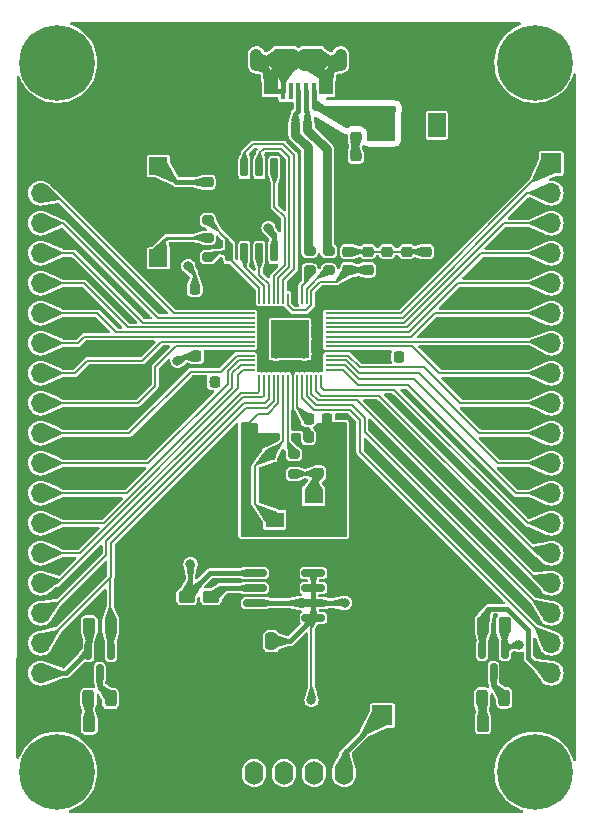
<source format=gbr>
%TF.GenerationSoftware,KiCad,Pcbnew,7.0.2*%
%TF.CreationDate,2023-07-03T13:26:32+03:00*%
%TF.ProjectId,rp2040,72703230-3430-42e6-9b69-6361645f7063,rev?*%
%TF.SameCoordinates,Original*%
%TF.FileFunction,Copper,L1,Top*%
%TF.FilePolarity,Positive*%
%FSLAX46Y46*%
G04 Gerber Fmt 4.6, Leading zero omitted, Abs format (unit mm)*
G04 Created by KiCad (PCBNEW 7.0.2) date 2023-07-03 13:26:32*
%MOMM*%
%LPD*%
G01*
G04 APERTURE LIST*
G04 Aperture macros list*
%AMRoundRect*
0 Rectangle with rounded corners*
0 $1 Rounding radius*
0 $2 $3 $4 $5 $6 $7 $8 $9 X,Y pos of 4 corners*
0 Add a 4 corners polygon primitive as box body*
4,1,4,$2,$3,$4,$5,$6,$7,$8,$9,$2,$3,0*
0 Add four circle primitives for the rounded corners*
1,1,$1+$1,$2,$3*
1,1,$1+$1,$4,$5*
1,1,$1+$1,$6,$7*
1,1,$1+$1,$8,$9*
0 Add four rect primitives between the rounded corners*
20,1,$1+$1,$2,$3,$4,$5,0*
20,1,$1+$1,$4,$5,$6,$7,0*
20,1,$1+$1,$6,$7,$8,$9,0*
20,1,$1+$1,$8,$9,$2,$3,0*%
G04 Aperture macros list end*
%TA.AperFunction,SMDPad,CuDef*%
%ADD10RoundRect,0.150000X0.825000X0.150000X-0.825000X0.150000X-0.825000X-0.150000X0.825000X-0.150000X0*%
%TD*%
%TA.AperFunction,ComponentPad*%
%ADD11C,0.800000*%
%TD*%
%TA.AperFunction,ComponentPad*%
%ADD12C,6.400000*%
%TD*%
%TA.AperFunction,SMDPad,CuDef*%
%ADD13RoundRect,0.225000X0.250000X-0.225000X0.250000X0.225000X-0.250000X0.225000X-0.250000X-0.225000X0*%
%TD*%
%TA.AperFunction,ComponentPad*%
%ADD14R,1.700000X1.700000*%
%TD*%
%TA.AperFunction,ComponentPad*%
%ADD15O,1.700000X1.700000*%
%TD*%
%TA.AperFunction,ComponentPad*%
%ADD16O,1.600000X2.000000*%
%TD*%
%TA.AperFunction,SMDPad,CuDef*%
%ADD17RoundRect,0.243750X0.243750X0.456250X-0.243750X0.456250X-0.243750X-0.456250X0.243750X-0.456250X0*%
%TD*%
%TA.AperFunction,SMDPad,CuDef*%
%ADD18RoundRect,0.200000X-0.275000X0.200000X-0.275000X-0.200000X0.275000X-0.200000X0.275000X0.200000X0*%
%TD*%
%TA.AperFunction,SMDPad,CuDef*%
%ADD19RoundRect,0.250000X0.250000X0.475000X-0.250000X0.475000X-0.250000X-0.475000X0.250000X-0.475000X0*%
%TD*%
%TA.AperFunction,SMDPad,CuDef*%
%ADD20RoundRect,0.225000X0.225000X0.250000X-0.225000X0.250000X-0.225000X-0.250000X0.225000X-0.250000X0*%
%TD*%
%TA.AperFunction,SMDPad,CuDef*%
%ADD21RoundRect,0.225000X-0.250000X0.225000X-0.250000X-0.225000X0.250000X-0.225000X0.250000X0.225000X0*%
%TD*%
%TA.AperFunction,SMDPad,CuDef*%
%ADD22RoundRect,0.250000X0.450000X-0.262500X0.450000X0.262500X-0.450000X0.262500X-0.450000X-0.262500X0*%
%TD*%
%TA.AperFunction,SMDPad,CuDef*%
%ADD23RoundRect,0.050000X-0.387500X-0.050000X0.387500X-0.050000X0.387500X0.050000X-0.387500X0.050000X0*%
%TD*%
%TA.AperFunction,SMDPad,CuDef*%
%ADD24RoundRect,0.050000X-0.050000X-0.387500X0.050000X-0.387500X0.050000X0.387500X-0.050000X0.387500X0*%
%TD*%
%TA.AperFunction,SMDPad,CuDef*%
%ADD25R,3.200000X3.200000*%
%TD*%
%TA.AperFunction,SMDPad,CuDef*%
%ADD26RoundRect,0.150000X0.150000X-0.650000X0.150000X0.650000X-0.150000X0.650000X-0.150000X-0.650000X0*%
%TD*%
%TA.AperFunction,SMDPad,CuDef*%
%ADD27RoundRect,0.225000X-0.225000X-0.250000X0.225000X-0.250000X0.225000X0.250000X-0.225000X0.250000X0*%
%TD*%
%TA.AperFunction,SMDPad,CuDef*%
%ADD28R,1.500000X2.000000*%
%TD*%
%TA.AperFunction,SMDPad,CuDef*%
%ADD29R,3.800000X2.000000*%
%TD*%
%TA.AperFunction,SMDPad,CuDef*%
%ADD30R,0.400000X1.400000*%
%TD*%
%TA.AperFunction,ComponentPad*%
%ADD31O,1.050000X1.900000*%
%TD*%
%TA.AperFunction,SMDPad,CuDef*%
%ADD32R,1.150000X1.450000*%
%TD*%
%TA.AperFunction,SMDPad,CuDef*%
%ADD33R,1.750000X1.900000*%
%TD*%
%TA.AperFunction,SMDPad,CuDef*%
%ADD34R,1.500000X1.500000*%
%TD*%
%TA.AperFunction,SMDPad,CuDef*%
%ADD35RoundRect,0.150000X-0.150000X0.587500X-0.150000X-0.587500X0.150000X-0.587500X0.150000X0.587500X0*%
%TD*%
%TA.AperFunction,SMDPad,CuDef*%
%ADD36RoundRect,0.200000X0.275000X-0.200000X0.275000X0.200000X-0.275000X0.200000X-0.275000X-0.200000X0*%
%TD*%
%TA.AperFunction,SMDPad,CuDef*%
%ADD37RoundRect,0.250000X-0.262500X-0.450000X0.262500X-0.450000X0.262500X0.450000X-0.262500X0.450000X0*%
%TD*%
%TA.AperFunction,SMDPad,CuDef*%
%ADD38RoundRect,0.250000X0.262500X0.450000X-0.262500X0.450000X-0.262500X-0.450000X0.262500X-0.450000X0*%
%TD*%
%TA.AperFunction,SMDPad,CuDef*%
%ADD39R,1.600000X1.300000*%
%TD*%
%TA.AperFunction,ViaPad*%
%ADD40C,0.800000*%
%TD*%
%TA.AperFunction,Conductor*%
%ADD41C,0.200000*%
%TD*%
%TA.AperFunction,Conductor*%
%ADD42C,0.400000*%
%TD*%
%TA.AperFunction,Conductor*%
%ADD43C,0.800000*%
%TD*%
%TA.AperFunction,Conductor*%
%ADD44C,0.250000*%
%TD*%
G04 APERTURE END LIST*
D10*
%TO.P,U1,1,E0*%
%TO.N,GND*%
X144015000Y-115725000D03*
%TO.P,U1,2,E1*%
X144015000Y-114455000D03*
%TO.P,U1,3,E2*%
X144015000Y-113185000D03*
%TO.P,U1,4,VSS*%
X144015000Y-111915000D03*
%TO.P,U1,5,SDA*%
%TO.N,GPIO2*%
X139065000Y-111915000D03*
%TO.P,U1,6,SCL*%
%TO.N,GPIO3*%
X139065000Y-113185000D03*
%TO.P,U1,7,~{WC}*%
%TO.N,GND*%
X139065000Y-114455000D03*
%TO.P,U1,8,VCC*%
%TO.N,+3.3V*%
X139065000Y-115725000D03*
%TD*%
D11*
%TO.P,H4,1*%
%TO.N,N/C*%
X119920000Y-128731944D03*
X120622944Y-127034888D03*
X120622944Y-130429000D03*
X122320000Y-126331944D03*
D12*
X122320000Y-128731944D03*
D11*
X122320000Y-131131944D03*
X124017056Y-127034888D03*
X124017056Y-130429000D03*
X124720000Y-128731944D03*
%TD*%
D13*
%TO.P,C17,1*%
%TO.N,+3.3V*%
X147600000Y-78180000D03*
%TO.P,C17,2*%
%TO.N,GND*%
X147600000Y-76630000D03*
%TD*%
D14*
%TO.P,J2,1,Pin_1*%
%TO.N,+3.3V*%
X120920000Y-77216000D03*
D15*
%TO.P,J2,2,Pin_2*%
%TO.N,GPIO0*%
X120920000Y-79756000D03*
%TO.P,J2,3,Pin_3*%
%TO.N,GPIO1*%
X120920000Y-82296000D03*
%TO.P,J2,4,Pin_4*%
%TO.N,GPIO2*%
X120920000Y-84836000D03*
%TO.P,J2,5,Pin_5*%
%TO.N,GPIO3*%
X120920000Y-87376000D03*
%TO.P,J2,6,Pin_6*%
%TO.N,GPIO4*%
X120920000Y-89916000D03*
%TO.P,J2,7,Pin_7*%
%TO.N,GPIO5*%
X120920000Y-92456000D03*
%TO.P,J2,8,Pin_8*%
%TO.N,GPIO6*%
X120920000Y-94996000D03*
%TO.P,J2,9,Pin_9*%
%TO.N,GPIO7*%
X120920000Y-97536000D03*
%TO.P,J2,10,Pin_10*%
%TO.N,GPIO8*%
X120920000Y-100076000D03*
%TO.P,J2,11,Pin_11*%
%TO.N,GPIO9*%
X120920000Y-102616000D03*
%TO.P,J2,12,Pin_12*%
%TO.N,GPIO10*%
X120920000Y-105156000D03*
%TO.P,J2,13,Pin_13*%
%TO.N,GPIO11*%
X120920000Y-107696000D03*
%TO.P,J2,14,Pin_14*%
%TO.N,GPIO12*%
X120920000Y-110236000D03*
%TO.P,J2,15,Pin_15*%
%TO.N,GPIO13*%
X120920000Y-112776000D03*
%TO.P,J2,16,Pin_16*%
%TO.N,GPIO14*%
X120920000Y-115316000D03*
%TO.P,J2,17,Pin_17*%
%TO.N,GPIO15*%
X120920000Y-117856000D03*
%TO.P,J2,18,Pin_18*%
%TO.N,GND*%
X120920000Y-120396000D03*
%TD*%
D16*
%TO.P,U5,1,VCC*%
%TO.N,Net-(J3-Pin_1)*%
X146600000Y-128837000D03*
%TO.P,U5,2,GND*%
%TO.N,GND*%
X144060000Y-128837000D03*
%TO.P,U5,3,SCL*%
%TO.N,GPIO1*%
X141520000Y-128837000D03*
%TO.P,U5,4,SDA*%
%TO.N,GPIO0*%
X138980000Y-128837000D03*
%TD*%
D17*
%TO.P,D1,1,K*%
%TO.N,Net-(D1-K)*%
X160179000Y-122482000D03*
%TO.P,D1,2,A*%
%TO.N,Net-(D1-A)*%
X158304000Y-122482000D03*
%TD*%
D14*
%TO.P,J4,1,Pin_1*%
%TO.N,GPIO29_ADC3*%
X164140000Y-77216000D03*
D15*
%TO.P,J4,2,Pin_2*%
%TO.N,GPIO28_ADC2*%
X164140000Y-79756000D03*
%TO.P,J4,3,Pin_3*%
%TO.N,GPIO27_ADC1*%
X164140000Y-82296000D03*
%TO.P,J4,4,Pin_4*%
%TO.N,GPIO26_ADC0*%
X164140000Y-84836000D03*
%TO.P,J4,5,Pin_5*%
%TO.N,GPIO25*%
X164140000Y-87376000D03*
%TO.P,J4,6,Pin_6*%
%TO.N,GPIO24*%
X164140000Y-89916000D03*
%TO.P,J4,7,Pin_7*%
%TO.N,GPIO23*%
X164140000Y-92456000D03*
%TO.P,J4,8,Pin_8*%
%TO.N,GPIO22*%
X164140000Y-94996000D03*
%TO.P,J4,9,Pin_9*%
%TO.N,GPIO21*%
X164140000Y-97536000D03*
%TO.P,J4,10,Pin_10*%
%TO.N,GPIO20*%
X164140000Y-100076000D03*
%TO.P,J4,11,Pin_11*%
%TO.N,GPIO19*%
X164140000Y-102616000D03*
%TO.P,J4,12,Pin_12*%
%TO.N,GPIO18*%
X164140000Y-105156000D03*
%TO.P,J4,13,Pin_13*%
%TO.N,GPIO17*%
X164140000Y-107696000D03*
%TO.P,J4,14,Pin_14*%
%TO.N,GPIO16*%
X164140000Y-110236000D03*
%TO.P,J4,15,Pin_15*%
%TO.N,RUN*%
X164140000Y-112776000D03*
%TO.P,J4,16,Pin_16*%
%TO.N,SWD*%
X164140000Y-115316000D03*
%TO.P,J4,17,Pin_17*%
%TO.N,SWCLK*%
X164140000Y-117856000D03*
%TO.P,J4,18,Pin_18*%
%TO.N,GND*%
X164140000Y-120396000D03*
%TD*%
D18*
%TO.P,R2,1*%
%TO.N,USB_D-*%
X145330500Y-84646000D03*
%TO.P,R2,2*%
%TO.N,Net-(U2-USB_DM)*%
X145330500Y-86296000D03*
%TD*%
D14*
%TO.P,J3,1,Pin_1*%
%TO.N,Net-(J3-Pin_1)*%
X149860000Y-123952000D03*
D15*
%TO.P,J3,2,Pin_2*%
%TO.N,+3.3V*%
X149860000Y-121412000D03*
%TD*%
D18*
%TO.P,R11,1*%
%TO.N,XOUT*%
X142370000Y-101855000D03*
%TO.P,R11,2*%
%TO.N,Net-(C14-Pad2)*%
X142370000Y-103505000D03*
%TD*%
D13*
%TO.P,C7,1*%
%TO.N,+3.3V*%
X153543000Y-86246000D03*
%TO.P,C7,2*%
%TO.N,GND*%
X153543000Y-84696000D03*
%TD*%
D19*
%TO.P,C1,1*%
%TO.N,GND*%
X140460000Y-117690000D03*
%TO.P,C1,2*%
%TO.N,+3.3V*%
X138560000Y-117690000D03*
%TD*%
D20*
%TO.P,C8,1*%
%TO.N,+3.3V*%
X135522000Y-87884000D03*
%TO.P,C8,2*%
%TO.N,GND*%
X133972000Y-87884000D03*
%TD*%
D11*
%TO.P,H1,1*%
%TO.N,N/C*%
X119920000Y-68707000D03*
X120622944Y-67009944D03*
X120622944Y-70404056D03*
X122320000Y-66307000D03*
D12*
X122320000Y-68707000D03*
D11*
X122320000Y-71107000D03*
X124017056Y-67009944D03*
X124017056Y-70404056D03*
X124720000Y-68707000D03*
%TD*%
D21*
%TO.P,C14,1*%
%TO.N,GND*%
X144440000Y-101905000D03*
%TO.P,C14,2*%
%TO.N,Net-(C14-Pad2)*%
X144440000Y-103455000D03*
%TD*%
D13*
%TO.P,C3,1*%
%TO.N,+1V1*%
X146973000Y-86246000D03*
%TO.P,C3,2*%
%TO.N,GND*%
X146973000Y-84696000D03*
%TD*%
D20*
%TO.P,C9,1*%
%TO.N,+3.3V*%
X135645000Y-93550000D03*
%TO.P,C9,2*%
%TO.N,GND*%
X134095000Y-93550000D03*
%TD*%
D22*
%TO.P,R3,1*%
%TO.N,+3.3V*%
X133290000Y-115742500D03*
%TO.P,R3,2*%
%TO.N,GPIO2*%
X133290000Y-113917500D03*
%TD*%
D23*
%TO.P,U2,1,IOVDD*%
%TO.N,+3.3V*%
X138605000Y-89510000D03*
%TO.P,U2,2,GPIO0*%
%TO.N,GPIO0*%
X138605000Y-89910000D03*
%TO.P,U2,3,GPIO1*%
%TO.N,GPIO1*%
X138605000Y-90310000D03*
%TO.P,U2,4,GPIO2*%
%TO.N,GPIO2*%
X138605000Y-90710000D03*
%TO.P,U2,5,GPIO3*%
%TO.N,GPIO3*%
X138605000Y-91110000D03*
%TO.P,U2,6,GPIO4*%
%TO.N,GPIO4*%
X138605000Y-91510000D03*
%TO.P,U2,7,GPIO5*%
%TO.N,GPIO5*%
X138605000Y-91910000D03*
%TO.P,U2,8,GPIO6*%
%TO.N,GPIO6*%
X138605000Y-92310000D03*
%TO.P,U2,9,GPIO7*%
%TO.N,GPIO7*%
X138605000Y-92710000D03*
%TO.P,U2,10,IOVDD*%
%TO.N,+3.3V*%
X138605000Y-93110000D03*
%TO.P,U2,11,GPIO8*%
%TO.N,GPIO8*%
X138605000Y-93510000D03*
%TO.P,U2,12,GPIO9*%
%TO.N,GPIO9*%
X138605000Y-93910000D03*
%TO.P,U2,13,GPIO10*%
%TO.N,GPIO10*%
X138605000Y-94310000D03*
%TO.P,U2,14,GPIO11*%
%TO.N,GPIO11*%
X138605000Y-94710000D03*
D24*
%TO.P,U2,15,GPIO12*%
%TO.N,GPIO12*%
X139442500Y-95547500D03*
%TO.P,U2,16,GPIO13*%
%TO.N,GPIO13*%
X139842500Y-95547500D03*
%TO.P,U2,17,GPIO14*%
%TO.N,GPIO14*%
X140242500Y-95547500D03*
%TO.P,U2,18,GPIO15*%
%TO.N,GPIO15*%
X140642500Y-95547500D03*
%TO.P,U2,19,TESTEN*%
%TO.N,GND*%
X141042500Y-95547500D03*
%TO.P,U2,20,XIN*%
%TO.N,XIN*%
X141442500Y-95547500D03*
%TO.P,U2,21,XOUT*%
%TO.N,XOUT*%
X141842500Y-95547500D03*
%TO.P,U2,22,IOVDD*%
%TO.N,+3.3V*%
X142242500Y-95547500D03*
%TO.P,U2,23,DVDD*%
%TO.N,+1V1*%
X142642500Y-95547500D03*
%TO.P,U2,24,SWCLK*%
%TO.N,SWCLK*%
X143042500Y-95547500D03*
%TO.P,U2,25,SWD*%
%TO.N,SWD*%
X143442500Y-95547500D03*
%TO.P,U2,26,RUN*%
%TO.N,RUN*%
X143842500Y-95547500D03*
%TO.P,U2,27,GPIO16*%
%TO.N,GPIO16*%
X144242500Y-95547500D03*
%TO.P,U2,28,GPIO17*%
%TO.N,GPIO17*%
X144642500Y-95547500D03*
D23*
%TO.P,U2,29,GPIO18*%
%TO.N,GPIO18*%
X145480000Y-94710000D03*
%TO.P,U2,30,GPIO19*%
%TO.N,GPIO19*%
X145480000Y-94310000D03*
%TO.P,U2,31,GPIO20*%
%TO.N,GPIO20*%
X145480000Y-93910000D03*
%TO.P,U2,32,GPIO21*%
%TO.N,GPIO21*%
X145480000Y-93510000D03*
%TO.P,U2,33,IOVDD*%
%TO.N,+3.3V*%
X145480000Y-93110000D03*
%TO.P,U2,34,GPIO22*%
%TO.N,GPIO22*%
X145480000Y-92710000D03*
%TO.P,U2,35,GPIO23*%
%TO.N,GPIO23*%
X145480000Y-92310000D03*
%TO.P,U2,36,GPIO24*%
%TO.N,GPIO24*%
X145480000Y-91910000D03*
%TO.P,U2,37,GPIO25*%
%TO.N,GPIO25*%
X145480000Y-91510000D03*
%TO.P,U2,38,GPIO26_ADC0*%
%TO.N,GPIO26_ADC0*%
X145480000Y-91110000D03*
%TO.P,U2,39,GPIO27_ADC1*%
%TO.N,GPIO27_ADC1*%
X145480000Y-90710000D03*
%TO.P,U2,40,GPIO28_ADC2*%
%TO.N,GPIO28_ADC2*%
X145480000Y-90310000D03*
%TO.P,U2,41,GPIO29_ADC3*%
%TO.N,GPIO29_ADC3*%
X145480000Y-89910000D03*
%TO.P,U2,42,IOVDD*%
%TO.N,+3.3V*%
X145480000Y-89510000D03*
D24*
%TO.P,U2,43,ADC_AVDD*%
X144642500Y-88672500D03*
%TO.P,U2,44,VREG_IN*%
X144242500Y-88672500D03*
%TO.P,U2,45,VREG_VOUT*%
%TO.N,+1V1*%
X143842500Y-88672500D03*
%TO.P,U2,46,USB_DM*%
%TO.N,Net-(U2-USB_DM)*%
X143442500Y-88672500D03*
%TO.P,U2,47,USB_DP*%
%TO.N,Net-(U2-USB_DP)*%
X143042500Y-88672500D03*
%TO.P,U2,48,USB_VDD*%
%TO.N,+3.3V*%
X142642500Y-88672500D03*
%TO.P,U2,49,IOVDD*%
X142242500Y-88672500D03*
%TO.P,U2,50,DVDD*%
%TO.N,+1V1*%
X141842500Y-88672500D03*
%TO.P,U2,51,QSPI_SD3*%
%TO.N,QSPI_SD3*%
X141442500Y-88672500D03*
%TO.P,U2,52,QSPI_SCLK*%
%TO.N,QSPI_SCLK*%
X141042500Y-88672500D03*
%TO.P,U2,53,QSPI_SD0*%
%TO.N,QSPI_SD0*%
X140642500Y-88672500D03*
%TO.P,U2,54,QSPI_SD2*%
%TO.N,QSPI_SD2*%
X140242500Y-88672500D03*
%TO.P,U2,55,QSPI_SD1*%
%TO.N,QSPI_SD1*%
X139842500Y-88672500D03*
%TO.P,U2,56,QSPI_SS*%
%TO.N,QSPI_SS*%
X139442500Y-88672500D03*
D25*
%TO.P,U2,57,GND*%
%TO.N,GND*%
X142042500Y-92110000D03*
%TD*%
D26*
%TO.P,U3,1,~{CS}*%
%TO.N,QSPI_SS*%
X136895000Y-84770000D03*
%TO.P,U3,2,DO(IO1)*%
%TO.N,QSPI_SD1*%
X138165000Y-84770000D03*
%TO.P,U3,3,IO2*%
%TO.N,QSPI_SD2*%
X139435000Y-84770000D03*
%TO.P,U3,4,GND*%
%TO.N,GND*%
X140705000Y-84770000D03*
%TO.P,U3,5,DI(IO0)*%
%TO.N,QSPI_SD0*%
X140705000Y-77570000D03*
%TO.P,U3,6,CLK*%
%TO.N,QSPI_SCLK*%
X139435000Y-77570000D03*
%TO.P,U3,7,IO3*%
%TO.N,QSPI_SD3*%
X138165000Y-77570000D03*
%TO.P,U3,8,VCC*%
%TO.N,+3.3V*%
X136895000Y-77570000D03*
%TD*%
D27*
%TO.P,C10,1*%
%TO.N,+3.3V*%
X134099000Y-95758000D03*
%TO.P,C10,2*%
%TO.N,GND*%
X135649000Y-95758000D03*
%TD*%
D22*
%TO.P,R4,1*%
%TO.N,+3.3V*%
X135340000Y-115742500D03*
%TO.P,R4,2*%
%TO.N,GPIO3*%
X135340000Y-113917500D03*
%TD*%
D28*
%TO.P,U4,1,GND*%
%TO.N,GND*%
X154460000Y-74010000D03*
%TO.P,U4,2,VO*%
%TO.N,+3.3V*%
X152160000Y-74010000D03*
D29*
X152160000Y-80310000D03*
D28*
%TO.P,U4,3,VI*%
%TO.N,VBUS*%
X149860000Y-74010000D03*
%TD*%
D30*
%TO.P,J1,1,VBUS*%
%TO.N,VBUS*%
X144048000Y-71120000D03*
%TO.P,J1,2,D-*%
%TO.N,USB_D-*%
X143398000Y-71120000D03*
%TO.P,J1,3,D+*%
%TO.N,USB_D+*%
X142748000Y-71120000D03*
%TO.P,J1,4,ID*%
%TO.N,unconnected-(J1-ID-Pad4)*%
X142098000Y-71120000D03*
%TO.P,J1,5,GND*%
%TO.N,GND*%
X141448000Y-71120000D03*
D31*
%TO.P,J1,6,Shield*%
X146323000Y-68470000D03*
D32*
X145068000Y-70700000D03*
D33*
X143873000Y-68470000D03*
X141623000Y-68470000D03*
D32*
X140428000Y-70700000D03*
D31*
X139173000Y-68470000D03*
%TD*%
D34*
%TO.P,SW1,1,1*%
%TO.N,GND*%
X130890000Y-77450000D03*
%TO.P,SW1,2,2*%
%TO.N,Net-(R7-Pad2)*%
X130890000Y-85250000D03*
%TD*%
D13*
%TO.P,C13,1*%
%TO.N,GND*%
X140300000Y-103455000D03*
%TO.P,C13,2*%
%TO.N,XIN*%
X140300000Y-101905000D03*
%TD*%
D35*
%TO.P,Q1,1,G*%
%TO.N,GPIO14*%
X160211500Y-118439500D03*
%TO.P,Q1,2,S*%
%TO.N,GND*%
X158311500Y-118439500D03*
%TO.P,Q1,3,D*%
%TO.N,Net-(D1-K)*%
X159261500Y-120314500D03*
%TD*%
%TO.P,Q2,1,G*%
%TO.N,GPIO15*%
X126868000Y-118491000D03*
%TO.P,Q2,2,S*%
%TO.N,GND*%
X124968000Y-118491000D03*
%TO.P,Q2,3,D*%
%TO.N,Net-(D2-K)*%
X125918000Y-120366000D03*
%TD*%
D11*
%TO.P,H2,1*%
%TO.N,N/C*%
X160340000Y-68707000D03*
X161042944Y-67009944D03*
X161042944Y-70404056D03*
X162740000Y-66307000D03*
D12*
X162740000Y-68707000D03*
D11*
X162740000Y-71107000D03*
X164437056Y-67009944D03*
X164437056Y-70404056D03*
X165140000Y-68707000D03*
%TD*%
D13*
%TO.P,C6,1*%
%TO.N,+3.3V*%
X151900500Y-86246000D03*
%TO.P,C6,2*%
%TO.N,GND*%
X151900500Y-84696000D03*
%TD*%
D36*
%TO.P,R10,1*%
%TO.N,QSPI_SS*%
X135060000Y-82025000D03*
%TO.P,R10,2*%
%TO.N,+3.3V*%
X135060000Y-80375000D03*
%TD*%
D18*
%TO.P,R1,1*%
%TO.N,USB_D+*%
X143688000Y-84646000D03*
%TO.P,R1,2*%
%TO.N,Net-(U2-USB_DP)*%
X143688000Y-86296000D03*
%TD*%
D27*
%TO.P,C12,1*%
%TO.N,+3.3V*%
X143615000Y-100370000D03*
%TO.P,C12,2*%
%TO.N,GND*%
X145165000Y-100370000D03*
%TD*%
%TO.P,C11,1*%
%TO.N,+3.3V*%
X149720000Y-93599000D03*
%TO.P,C11,2*%
%TO.N,GND*%
X151270000Y-93599000D03*
%TD*%
D17*
%TO.P,D2,1,K*%
%TO.N,Net-(D2-K)*%
X126835500Y-122533500D03*
%TO.P,D2,2,A*%
%TO.N,Net-(D2-A)*%
X124960500Y-122533500D03*
%TD*%
D21*
%TO.P,C15,1*%
%TO.N,VBUS*%
X147600000Y-73475000D03*
%TO.P,C15,2*%
%TO.N,GND*%
X147600000Y-75025000D03*
%TD*%
%TO.P,C16,1*%
%TO.N,+3.3V*%
X135060000Y-77270000D03*
%TO.P,C16,2*%
%TO.N,GND*%
X135060000Y-78820000D03*
%TD*%
D37*
%TO.P,R6,1*%
%TO.N,Net-(D1-A)*%
X158369000Y-124664500D03*
%TO.P,R6,2*%
%TO.N,+3.3V*%
X160194000Y-124664500D03*
%TD*%
D27*
%TO.P,C2,1*%
%TO.N,+1V1*%
X143625000Y-98890000D03*
%TO.P,C2,2*%
%TO.N,GND*%
X145175000Y-98890000D03*
%TD*%
D38*
%TO.P,R8,1*%
%TO.N,GPIO15*%
X126850500Y-116383500D03*
%TO.P,R8,2*%
%TO.N,GND*%
X125025500Y-116383500D03*
%TD*%
D13*
%TO.P,C5,1*%
%TO.N,+3.3V*%
X150258000Y-86246000D03*
%TO.P,C5,2*%
%TO.N,GND*%
X150258000Y-84696000D03*
%TD*%
D38*
%TO.P,R5,1*%
%TO.N,GPIO14*%
X160194000Y-116332000D03*
%TO.P,R5,2*%
%TO.N,GND*%
X158369000Y-116332000D03*
%TD*%
D39*
%TO.P,Y1,1,1*%
%TO.N,Net-(C14-Pad2)*%
X144030000Y-105385000D03*
%TO.P,Y1,2,2*%
%TO.N,GND*%
X140730000Y-105385000D03*
%TO.P,Y1,3,3*%
%TO.N,XIN*%
X140730000Y-107385000D03*
%TO.P,Y1,4,4*%
%TO.N,GND*%
X144030000Y-107385000D03*
%TD*%
D11*
%TO.P,H3,1*%
%TO.N,N/C*%
X160340000Y-128731944D03*
X161042944Y-127034888D03*
X161042944Y-130429000D03*
X162740000Y-126331944D03*
D12*
X162740000Y-128731944D03*
D11*
X162740000Y-131131944D03*
X164437056Y-127034888D03*
X164437056Y-130429000D03*
X165140000Y-128731944D03*
%TD*%
D36*
%TO.P,R7,1*%
%TO.N,QSPI_SS*%
X135060000Y-85180000D03*
%TO.P,R7,2*%
%TO.N,Net-(R7-Pad2)*%
X135060000Y-83530000D03*
%TD*%
D37*
%TO.P,R9,1*%
%TO.N,Net-(D2-A)*%
X125025500Y-124716000D03*
%TO.P,R9,2*%
%TO.N,+3.3V*%
X126850500Y-124716000D03*
%TD*%
D13*
%TO.P,C4,1*%
%TO.N,+1V1*%
X148615500Y-86246000D03*
%TO.P,C4,2*%
%TO.N,GND*%
X148615500Y-84696000D03*
%TD*%
D40*
%TO.N,+1V1*%
X146899000Y-86320000D03*
X143635000Y-98980000D03*
%TO.N,GPIO2*%
X133604000Y-111125000D03*
%TO.N,GPIO3*%
X135340000Y-113917500D03*
%TO.N,GPIO14*%
X161417000Y-117983000D03*
%TO.N,GND*%
X143850000Y-122680000D03*
X138303000Y-100203000D03*
X140080000Y-100690000D03*
X140335000Y-103378000D03*
X133420000Y-85910000D03*
X143764000Y-107061000D03*
X146685000Y-114427000D03*
X151270000Y-93599000D03*
X154432000Y-74041000D03*
X143256000Y-90932000D03*
X140843000Y-93345000D03*
X135636000Y-95758000D03*
X147600000Y-76454000D03*
X153543000Y-84696000D03*
X140208000Y-82677000D03*
X143256000Y-92075000D03*
X143256000Y-93345000D03*
X140843000Y-90932000D03*
X132500000Y-93950000D03*
X143002000Y-114455000D03*
X130937000Y-77343000D03*
X140843000Y-92075000D03*
%TD*%
D41*
%TO.N,+1V1*%
X141842500Y-89204975D02*
X141842500Y-88672500D01*
X143842500Y-89204975D02*
X143385475Y-89662000D01*
X145970000Y-87249000D02*
X146899000Y-86320000D01*
X143842500Y-88672500D02*
X143842500Y-89204975D01*
X143385475Y-89662000D02*
X142299525Y-89662000D01*
X146973000Y-86246000D02*
X148615500Y-86246000D01*
X144583686Y-87249000D02*
X145970000Y-87249000D01*
X143842500Y-87990186D02*
X144583686Y-87249000D01*
X143842500Y-88672500D02*
X143842500Y-87990186D01*
X142642500Y-97907500D02*
X143625000Y-98890000D01*
X146973000Y-86246000D02*
X146899000Y-86320000D01*
X142299525Y-89662000D02*
X141842500Y-89204975D01*
X142642500Y-95547500D02*
X142642500Y-97907500D01*
%TO.N,+3.3V*%
X144040000Y-94330000D02*
X144320000Y-94050000D01*
X144642500Y-88672500D02*
X145480000Y-89510000D01*
X142790000Y-94330000D02*
X144040000Y-94330000D01*
X138605000Y-93110000D02*
X139270000Y-93110000D01*
X142242500Y-88672500D02*
X142242500Y-87500500D01*
X139270000Y-93110000D02*
X139350000Y-93030000D01*
X144320000Y-94050000D02*
X144320000Y-93580000D01*
X144790000Y-93110000D02*
X144960000Y-93110000D01*
X142242500Y-98997500D02*
X143615000Y-100370000D01*
X142242500Y-95547500D02*
X142242500Y-98997500D01*
X144242500Y-88672500D02*
X144642500Y-88672500D01*
X138605000Y-93110000D02*
X136085000Y-93110000D01*
X145480000Y-93110000D02*
X144960000Y-93110000D01*
X144320000Y-93580000D02*
X144790000Y-93110000D01*
X142242500Y-94877500D02*
X142790000Y-94330000D01*
X149231000Y-93110000D02*
X149720000Y-93599000D01*
X144960000Y-93110000D02*
X144920000Y-93070000D01*
X135714000Y-87884000D02*
X135522000Y-87884000D01*
X142242500Y-95547500D02*
X142242500Y-94877500D01*
X137340000Y-89510000D02*
X135714000Y-87884000D01*
X145480000Y-93110000D02*
X149231000Y-93110000D01*
X138605000Y-89510000D02*
X137340000Y-89510000D01*
X136085000Y-93110000D02*
X135645000Y-93550000D01*
X142242500Y-87500500D02*
X142494000Y-87249000D01*
X142642500Y-88672500D02*
X142242500Y-88672500D01*
%TO.N,XIN*%
X139065000Y-106045000D02*
X140405000Y-107385000D01*
X139954000Y-101981000D02*
X139065000Y-102870000D01*
X141442500Y-95547500D02*
X141442500Y-100762500D01*
X139065000Y-102870000D02*
X139065000Y-106045000D01*
X141442500Y-100762500D02*
X140300000Y-101905000D01*
X140405000Y-107385000D02*
X140730000Y-107385000D01*
X140224000Y-101981000D02*
X139954000Y-101981000D01*
X140300000Y-101905000D02*
X140224000Y-101981000D01*
%TO.N,Net-(C14-Pad2)*%
X144030000Y-103865000D02*
X144030000Y-105385000D01*
X142370000Y-103505000D02*
X144390000Y-103505000D01*
X144390000Y-103505000D02*
X144440000Y-103455000D01*
X144440000Y-103455000D02*
X144030000Y-103865000D01*
D42*
%TO.N,VBUS*%
X144048000Y-71120000D02*
X144048000Y-72420000D01*
X145288000Y-72898000D02*
X147023000Y-72898000D01*
X144145000Y-72517000D02*
X144907000Y-72517000D01*
X147023000Y-72898000D02*
X147600000Y-73475000D01*
X144907000Y-72517000D02*
X145288000Y-72898000D01*
X144048000Y-72420000D02*
X144145000Y-72517000D01*
%TO.N,Net-(D1-K)*%
X159261500Y-120314500D02*
X159261500Y-121564500D01*
X159261500Y-121564500D02*
X160179000Y-122482000D01*
%TO.N,Net-(D1-A)*%
X158304000Y-122482000D02*
X158304000Y-124599500D01*
X158304000Y-124599500D02*
X158369000Y-124664500D01*
%TO.N,Net-(D2-K)*%
X125918000Y-121616000D02*
X126835500Y-122533500D01*
X125918000Y-120366000D02*
X125918000Y-121616000D01*
%TO.N,Net-(D2-A)*%
X125025500Y-124716000D02*
X125025500Y-122598500D01*
X125025500Y-122598500D02*
X124960500Y-122533500D01*
D43*
%TO.N,USB_D-*%
X145160000Y-76040000D02*
X143510000Y-74390000D01*
D42*
X143398000Y-72786000D02*
X143510000Y-72898000D01*
D43*
X145160000Y-84646000D02*
X145160000Y-76040000D01*
D42*
X143510000Y-72898000D02*
X143510000Y-73914000D01*
X143398000Y-71120000D02*
X143398000Y-72786000D01*
D43*
X143510000Y-74390000D02*
X143510000Y-73914000D01*
%TO.N,USB_D+*%
X142494000Y-74788214D02*
X142494000Y-73787000D01*
D42*
X142748000Y-71120000D02*
X142748000Y-72771000D01*
X142494000Y-73025000D02*
X142494000Y-73787000D01*
X142748000Y-72771000D02*
X142494000Y-73025000D01*
D43*
X143560000Y-84646000D02*
X143560000Y-75854214D01*
X143560000Y-75854214D02*
X142494000Y-74788214D01*
D41*
%TO.N,GPIO0*%
X132201000Y-89910000D02*
X122047000Y-79756000D01*
X138605000Y-89910000D02*
X132201000Y-89910000D01*
X122047000Y-79756000D02*
X120920000Y-79756000D01*
%TO.N,GPIO1*%
X130823000Y-90310000D02*
X122809000Y-82296000D01*
X122809000Y-82296000D02*
X120920000Y-82296000D01*
X138605000Y-90310000D02*
X130823000Y-90310000D01*
D42*
%TO.N,GPIO2*%
X133604000Y-113603500D02*
X133290000Y-113917500D01*
X133290000Y-113917500D02*
X135292500Y-111915000D01*
D41*
X138605000Y-90710000D02*
X129572000Y-90710000D01*
X123698000Y-84836000D02*
X120920000Y-84836000D01*
X129572000Y-90710000D02*
X123698000Y-84836000D01*
D42*
X135292500Y-111915000D02*
X139065000Y-111915000D01*
X133604000Y-111125000D02*
X133604000Y-113603500D01*
%TO.N,GPIO3*%
X136072500Y-113185000D02*
X135340000Y-113917500D01*
D41*
X124587000Y-87376000D02*
X120920000Y-87376000D01*
X128321000Y-91110000D02*
X124587000Y-87376000D01*
X138605000Y-91110000D02*
X128321000Y-91110000D01*
D42*
X139065000Y-113185000D02*
X136072500Y-113185000D01*
D41*
%TO.N,GPIO4*%
X138605000Y-91510000D02*
X127324000Y-91510000D01*
X127324000Y-91510000D02*
X125730000Y-89916000D01*
X125730000Y-89916000D02*
X120920000Y-89916000D01*
%TO.N,GPIO5*%
X138605000Y-91910000D02*
X124625000Y-91910000D01*
X124079000Y-92456000D02*
X120920000Y-92456000D01*
X124625000Y-91910000D02*
X124079000Y-92456000D01*
%TO.N,GPIO6*%
X129518000Y-93942000D02*
X124879000Y-93942000D01*
X124879000Y-93942000D02*
X123825000Y-94996000D01*
X138605000Y-92310000D02*
X131150000Y-92310000D01*
X131150000Y-92310000D02*
X129518000Y-93942000D01*
X123825000Y-94996000D02*
X120920000Y-94996000D01*
%TO.N,GPIO7*%
X130620000Y-94450000D02*
X130620000Y-96070000D01*
X129154000Y-97536000D02*
X120920000Y-97536000D01*
X132360000Y-92710000D02*
X130620000Y-94450000D01*
X138605000Y-92710000D02*
X132360000Y-92710000D01*
X130620000Y-96070000D02*
X129154000Y-97536000D01*
%TO.N,GPIO8*%
X133613000Y-94860000D02*
X128397000Y-100076000D01*
X137514628Y-93510000D02*
X136164628Y-94860000D01*
X128397000Y-100076000D02*
X120920000Y-100076000D01*
X136164628Y-94860000D02*
X133613000Y-94860000D01*
X138605000Y-93510000D02*
X137514628Y-93510000D01*
%TO.N,GPIO9*%
X137680314Y-93910000D02*
X136760000Y-94830315D01*
X136760000Y-95885000D02*
X130029000Y-102616000D01*
X130029000Y-102616000D02*
X120920000Y-102616000D01*
X136760000Y-94830315D02*
X136760000Y-95885000D01*
X138605000Y-93910000D02*
X137680314Y-93910000D01*
%TO.N,GPIO10*%
X137160000Y-96219942D02*
X128223942Y-105156000D01*
X128223942Y-105156000D02*
X120920000Y-105156000D01*
X138605000Y-94310000D02*
X137846000Y-94310000D01*
X137160000Y-94996000D02*
X137160000Y-96219942D01*
X137846000Y-94310000D02*
X137160000Y-94996000D01*
%TO.N,GPIO11*%
X138605000Y-94710000D02*
X138081000Y-94710000D01*
X137668000Y-95123000D02*
X137668000Y-96277628D01*
X138081000Y-94710000D02*
X137668000Y-95123000D01*
X137668000Y-96277628D02*
X126249628Y-107696000D01*
X126249628Y-107696000D02*
X120920000Y-107696000D01*
%TO.N,GPIO12*%
X139442500Y-96523500D02*
X139338000Y-96628000D01*
X137883314Y-96628000D02*
X124275314Y-110236000D01*
X139338000Y-96628000D02*
X137883314Y-96628000D01*
X124275314Y-110236000D02*
X120920000Y-110236000D01*
X139442500Y-95547500D02*
X139442500Y-96523500D01*
%TO.N,GPIO13*%
X139842500Y-95547500D02*
X139842500Y-96885500D01*
X139700000Y-97028000D02*
X138049000Y-97028000D01*
X122312629Y-112776000D02*
X120920000Y-112776000D01*
X138049000Y-97028000D02*
X137160000Y-97917000D01*
X137160000Y-97928629D02*
X122312629Y-112776000D01*
X137160000Y-97917000D02*
X137160000Y-97928629D01*
X139842500Y-96885500D02*
X139700000Y-97028000D01*
%TO.N,GPIO14*%
X138147158Y-97507157D02*
X126473000Y-109181315D01*
X160211500Y-118439500D02*
X160194000Y-118422000D01*
X126473000Y-109181315D02*
X126473000Y-110382000D01*
X140242500Y-97189814D02*
X139925157Y-97507157D01*
X139925157Y-97507157D02*
X138147158Y-97507157D01*
X160194000Y-118422000D02*
X160194000Y-116332000D01*
X160668000Y-117983000D02*
X160211500Y-118439500D01*
X140242500Y-95547500D02*
X140242500Y-97189814D01*
X121539000Y-115316000D02*
X120920000Y-115316000D01*
X161417000Y-117983000D02*
X160668000Y-117983000D01*
X126473000Y-110382000D02*
X121539000Y-115316000D01*
%TO.N,GPIO15*%
X126873000Y-112268000D02*
X126809500Y-112331500D01*
X121285000Y-117856000D02*
X120920000Y-117856000D01*
X140642500Y-95547500D02*
X140642500Y-97355500D01*
X138303000Y-97917000D02*
X126873000Y-109347000D01*
D42*
X126868000Y-118491000D02*
X126868000Y-116401000D01*
D41*
X140081000Y-97917000D02*
X138303000Y-97917000D01*
D42*
X126868000Y-116401000D02*
X126850500Y-116383500D01*
D41*
X140642500Y-97355500D02*
X140081000Y-97917000D01*
X126809500Y-112331500D02*
X121285000Y-117856000D01*
X126809500Y-116342500D02*
X126850500Y-116383500D01*
X126873000Y-109347000D02*
X126873000Y-112268000D01*
X126809500Y-112331500D02*
X126809500Y-116342500D01*
%TO.N,GPIO29_ADC3*%
X151390000Y-89910000D02*
X164084000Y-77216000D01*
X164084000Y-77216000D02*
X164140000Y-77216000D01*
X145480000Y-89910000D02*
X151390000Y-89910000D01*
%TO.N,GPIO28_ADC2*%
X162109686Y-79756000D02*
X164140000Y-79756000D01*
X151555686Y-90310000D02*
X162109686Y-79756000D01*
X145480000Y-90310000D02*
X151555686Y-90310000D01*
%TO.N,GPIO27_ADC1*%
X145480000Y-90710000D02*
X151721372Y-90710000D01*
X160135372Y-82296000D02*
X164140000Y-82296000D01*
X151721372Y-90710000D02*
X160135372Y-82296000D01*
%TO.N,GPIO26_ADC0*%
X158242000Y-84836000D02*
X164140000Y-84836000D01*
X145480000Y-91110000D02*
X151968000Y-91110000D01*
X151968000Y-91110000D02*
X158242000Y-84836000D01*
%TO.N,GPIO25*%
X152133686Y-91510000D02*
X156267686Y-87376000D01*
X156267686Y-87376000D02*
X164140000Y-87376000D01*
X145480000Y-91510000D02*
X152133686Y-91510000D01*
%TO.N,GPIO24*%
X154305000Y-89916000D02*
X164140000Y-89916000D01*
X145480000Y-91910000D02*
X152311000Y-91910000D01*
X152311000Y-91910000D02*
X154305000Y-89916000D01*
%TO.N,GPIO23*%
X145480000Y-92310000D02*
X163994000Y-92310000D01*
X163994000Y-92310000D02*
X164140000Y-92456000D01*
%TO.N,GPIO22*%
X152400000Y-92710000D02*
X154686000Y-94996000D01*
X145480000Y-92710000D02*
X152400000Y-92710000D01*
X154686000Y-94996000D02*
X164140000Y-94996000D01*
%TO.N,GPIO21*%
X146977000Y-93510000D02*
X147955000Y-94488000D01*
X156464000Y-97536000D02*
X164140000Y-97536000D01*
X145480000Y-93510000D02*
X146977000Y-93510000D01*
X147955000Y-94488000D02*
X153416000Y-94488000D01*
X153416000Y-94488000D02*
X156464000Y-97536000D01*
%TO.N,GPIO20*%
X152971500Y-94996000D02*
X158051500Y-100076000D01*
X146811314Y-93910000D02*
X147897314Y-94996000D01*
X147897314Y-94996000D02*
X152971500Y-94996000D01*
X158051500Y-100076000D02*
X164140000Y-100076000D01*
X145480000Y-93910000D02*
X146811314Y-93910000D01*
%TO.N,GPIO19*%
X147839628Y-95504000D02*
X152527000Y-95504000D01*
X146645628Y-94310000D02*
X147839628Y-95504000D01*
X145480000Y-94310000D02*
X146645628Y-94310000D01*
X152527000Y-95504000D02*
X159639000Y-102616000D01*
X159639000Y-102616000D02*
X164140000Y-102616000D01*
%TO.N,GPIO18*%
X161163000Y-105156000D02*
X164140000Y-105156000D01*
X145480000Y-94710000D02*
X146479942Y-94710000D01*
X152000000Y-95993000D02*
X161163000Y-105156000D01*
X147762942Y-95993000D02*
X152000000Y-95993000D01*
X146479942Y-94710000D02*
X147762942Y-95993000D01*
%TO.N,GPIO17*%
X150876000Y-96393000D02*
X162179000Y-107696000D01*
X144907000Y-96393000D02*
X150876000Y-96393000D01*
X144642500Y-96128500D02*
X144907000Y-96393000D01*
X162179000Y-107696000D02*
X164140000Y-107696000D01*
X144642500Y-95547500D02*
X144642500Y-96128500D01*
%TO.N,GPIO16*%
X144242500Y-95547500D02*
X144242500Y-96490500D01*
X162941000Y-110236000D02*
X164140000Y-110236000D01*
X144242500Y-96490500D02*
X144653000Y-96901000D01*
X144653000Y-96901000D02*
X149606000Y-96901000D01*
X149606000Y-96901000D02*
X162941000Y-110236000D01*
%TO.N,RUN*%
X144418000Y-97301000D02*
X147720000Y-97301000D01*
X143842500Y-95547500D02*
X143842500Y-96725500D01*
X147720000Y-97301000D02*
X163195000Y-112776000D01*
X143842500Y-96725500D02*
X144418000Y-97301000D01*
X163195000Y-112776000D02*
X164140000Y-112776000D01*
%TO.N,SWD*%
X163703000Y-115316000D02*
X164140000Y-115316000D01*
X148355000Y-98767315D02*
X148355000Y-99968000D01*
X143442500Y-96891186D02*
X144252315Y-97701000D01*
X148355000Y-99968000D02*
X163703000Y-115316000D01*
X144252315Y-97701000D02*
X147288686Y-97701000D01*
X147288686Y-97701000D02*
X148355000Y-98767315D01*
X143442500Y-95547500D02*
X143442500Y-96891186D01*
%TO.N,SWCLK*%
X147123000Y-98101000D02*
X147955000Y-98933000D01*
X147955000Y-98933000D02*
X147955000Y-101671000D01*
X144086630Y-98101000D02*
X147123000Y-98101000D01*
X143042500Y-97056872D02*
X144086630Y-98101000D01*
X143042500Y-95547500D02*
X143042500Y-97056872D01*
X147955000Y-101671000D02*
X164140000Y-117856000D01*
D44*
%TO.N,Net-(R7-Pad2)*%
X130890000Y-85250000D02*
X130890000Y-84248000D01*
X130890000Y-84248000D02*
X131608000Y-83530000D01*
X131608000Y-83530000D02*
X135060000Y-83530000D01*
D41*
%TO.N,XOUT*%
X141842500Y-101327500D02*
X142370000Y-101855000D01*
X141842500Y-95547500D02*
X141842500Y-101327500D01*
%TO.N,Net-(U2-USB_DM)*%
X143442500Y-87824500D02*
X144971000Y-86296000D01*
X144971000Y-86296000D02*
X145160000Y-86296000D01*
X143442500Y-88672500D02*
X143442500Y-87824500D01*
%TO.N,Net-(U2-USB_DP)*%
X143560000Y-87072000D02*
X143560000Y-86296000D01*
X143042500Y-87589500D02*
X143560000Y-87072000D01*
X143042500Y-88672500D02*
X143042500Y-87589500D01*
%TO.N,QSPI_SD3*%
X141442500Y-88672500D02*
X141442500Y-87118872D01*
X141465685Y-75600000D02*
X138910000Y-75600000D01*
X138165000Y-76345000D02*
X138165000Y-77570000D01*
X141442500Y-87118872D02*
X142380000Y-86181370D01*
X142380000Y-86181370D02*
X142380000Y-76514314D01*
X142380000Y-76514314D02*
X141465685Y-75600000D01*
X138910000Y-75600000D02*
X138165000Y-76345000D01*
%TO.N,QSPI_SCLK*%
X139800000Y-76000000D02*
X139435000Y-76365000D01*
X141980000Y-76680000D02*
X141300000Y-76000000D01*
X141042500Y-88672500D02*
X141042500Y-86953186D01*
X139435000Y-76365000D02*
X139435000Y-77570000D01*
X141300000Y-76000000D02*
X139800000Y-76000000D01*
X141980000Y-86015685D02*
X141980000Y-76680000D01*
X141042500Y-86953186D02*
X141980000Y-86015685D01*
%TO.N,QSPI_SD0*%
X140642500Y-86787500D02*
X141580000Y-85850000D01*
X140710000Y-77575000D02*
X140705000Y-77570000D01*
X141580000Y-85850000D02*
X141580000Y-81750000D01*
X141580000Y-81750000D02*
X140710000Y-80880000D01*
X140642500Y-88672500D02*
X140642500Y-86787500D01*
X140710000Y-80880000D02*
X140710000Y-77575000D01*
%TO.N,QSPI_SD2*%
X140242500Y-88672500D02*
X140242500Y-87446814D01*
X140242500Y-87446814D02*
X139435000Y-86639314D01*
X139435000Y-86639314D02*
X139435000Y-84770000D01*
%TO.N,QSPI_SD1*%
X139842500Y-88672500D02*
X139842500Y-87612500D01*
X138165000Y-85935000D02*
X138165000Y-84770000D01*
X139842500Y-87612500D02*
X138165000Y-85935000D01*
%TO.N,QSPI_SS*%
X136895000Y-85245000D02*
X136895000Y-84770000D01*
X136895000Y-83860000D02*
X135060000Y-82025000D01*
X136895000Y-84770000D02*
X135470000Y-84770000D01*
X139442500Y-87792500D02*
X136895000Y-85245000D01*
X135470000Y-84770000D02*
X135060000Y-85180000D01*
X139442500Y-88672500D02*
X139442500Y-87792500D01*
X136895000Y-84770000D02*
X136895000Y-83860000D01*
D42*
%TO.N,Net-(J3-Pin_1)*%
X146600000Y-127212000D02*
X149860000Y-123952000D01*
X146600000Y-128837000D02*
X146600000Y-127212000D01*
D41*
%TO.N,GND*%
X133972000Y-87884000D02*
X133972000Y-86462000D01*
D42*
X140848000Y-71120000D02*
X140428000Y-70700000D01*
X125025500Y-118433500D02*
X124968000Y-118491000D01*
X154460000Y-74010000D02*
X154460000Y-74013000D01*
X144030000Y-107385000D02*
X144030000Y-107327000D01*
D41*
X140300000Y-103455000D02*
X140300000Y-103413000D01*
X143850000Y-122680000D02*
X143850000Y-115890000D01*
D42*
X143873000Y-68470000D02*
X146323000Y-68470000D01*
D41*
X138544000Y-99962000D02*
X138544000Y-99187000D01*
X153543000Y-84696000D02*
X146973000Y-84696000D01*
D42*
X130890000Y-77390000D02*
X130937000Y-77343000D01*
X145068000Y-70700000D02*
X145068000Y-69665000D01*
D41*
X141042500Y-97521186D02*
X140151686Y-98412000D01*
D42*
X140705000Y-83174000D02*
X140208000Y-82677000D01*
X158877000Y-114935000D02*
X160428739Y-114935000D01*
D41*
X141042500Y-95547500D02*
X141042500Y-97521186D01*
X143850000Y-115890000D02*
X144015000Y-115725000D01*
D42*
X162217000Y-116723261D02*
X162217000Y-119088000D01*
X140460000Y-117690000D02*
X142050000Y-117690000D01*
X132414000Y-78820000D02*
X135060000Y-78820000D01*
X140428000Y-69665000D02*
X141623000Y-68470000D01*
X140428000Y-69725000D02*
X139173000Y-68470000D01*
X146657000Y-114455000D02*
X144015000Y-114455000D01*
X141448000Y-68645000D02*
X141623000Y-68470000D01*
X147600000Y-75025000D02*
X147600000Y-76454000D01*
X145068000Y-69725000D02*
X146323000Y-68470000D01*
X163525000Y-120396000D02*
X164140000Y-120396000D01*
X130937000Y-77343000D02*
X132414000Y-78820000D01*
D41*
X145175000Y-101170000D02*
X145175000Y-98890000D01*
D42*
X130890000Y-77450000D02*
X130890000Y-77390000D01*
X142875000Y-107061000D02*
X141199000Y-105385000D01*
X120920000Y-120396000D02*
X123063000Y-120396000D01*
X146685000Y-114427000D02*
X146657000Y-114455000D01*
X139065000Y-114455000D02*
X143002000Y-114455000D01*
X123063000Y-120396000D02*
X124968000Y-118491000D01*
X141199000Y-105385000D02*
X140730000Y-105385000D01*
X144015000Y-115725000D02*
X144015000Y-111915000D01*
X143764000Y-107061000D02*
X142875000Y-107061000D01*
D41*
X140300000Y-103413000D02*
X140335000Y-103378000D01*
D42*
X143873000Y-68470000D02*
X141623000Y-68470000D01*
D41*
X132500000Y-93950000D02*
X132900000Y-93550000D01*
X144440000Y-101905000D02*
X145175000Y-101170000D01*
D42*
X141623000Y-68470000D02*
X139173000Y-68470000D01*
X154460000Y-74013000D02*
X154432000Y-74041000D01*
X142050000Y-117690000D02*
X144015000Y-115725000D01*
X141448000Y-71120000D02*
X141448000Y-68645000D01*
D41*
X133972000Y-86462000D02*
X133420000Y-85910000D01*
D42*
X162217000Y-119088000D02*
X163525000Y-120396000D01*
D41*
X140151686Y-98412000D02*
X139319000Y-98412000D01*
D42*
X140428000Y-70700000D02*
X140428000Y-69725000D01*
D41*
X139319000Y-98412000D02*
X138544000Y-99187000D01*
D42*
X147600000Y-76630000D02*
X147600000Y-76454000D01*
X145068000Y-69665000D02*
X143873000Y-68470000D01*
X145068000Y-70700000D02*
X145068000Y-69725000D01*
X125025500Y-116383500D02*
X125025500Y-118433500D01*
X141448000Y-71120000D02*
X140848000Y-71120000D01*
D41*
X132900000Y-93550000D02*
X134095000Y-93550000D01*
D42*
X158311500Y-116389500D02*
X158369000Y-116332000D01*
D41*
X138303000Y-100203000D02*
X138544000Y-99962000D01*
D42*
X160428739Y-114935000D02*
X162217000Y-116723261D01*
X144030000Y-107327000D02*
X143764000Y-107061000D01*
X140428000Y-70700000D02*
X140428000Y-69665000D01*
X140705000Y-84770000D02*
X140705000Y-83174000D01*
D41*
X135649000Y-95758000D02*
X135636000Y-95758000D01*
D42*
X158369000Y-115443000D02*
X158877000Y-114935000D01*
X158369000Y-116332000D02*
X158369000Y-115443000D01*
X144015000Y-114455000D02*
X143002000Y-114455000D01*
X158311500Y-118439500D02*
X158311500Y-116389500D01*
%TD*%
%TA.AperFunction,Conductor*%
%TO.N,QSPI_SD3*%
G36*
X138184164Y-76202724D02*
G01*
X138187845Y-76205212D01*
X138314770Y-76332137D01*
X138317825Y-76337482D01*
X138452610Y-76858838D01*
X138452113Y-76866191D01*
X138176232Y-77541482D01*
X138169931Y-77547845D01*
X138160976Y-77547888D01*
X138154613Y-77541587D01*
X138154302Y-77540760D01*
X137912698Y-76816565D01*
X137913035Y-76808275D01*
X138168813Y-76208890D01*
X138175210Y-76202629D01*
X138184164Y-76202724D01*
G37*
%TD.AperFunction*%
%TD*%
%TA.AperFunction,Conductor*%
%TO.N,GND*%
G36*
X158743859Y-114801983D02*
G01*
X158744928Y-114802929D01*
X159014491Y-115072492D01*
X159017918Y-115080765D01*
X159017858Y-115081950D01*
X158882770Y-116408654D01*
X158878523Y-116416538D01*
X158869945Y-116419109D01*
X158869143Y-116418999D01*
X158374602Y-116333794D01*
X158367031Y-116329012D01*
X158365807Y-116326806D01*
X158078370Y-115644456D01*
X158078316Y-115635501D01*
X158079930Y-115632714D01*
X158727438Y-114803996D01*
X158735229Y-114799589D01*
X158743859Y-114801983D01*
G37*
%TD.AperFunction*%
%TD*%
%TA.AperFunction,Conductor*%
%TO.N,GPIO15*%
G36*
X122306198Y-116698889D02*
G01*
X122308162Y-116700469D01*
X122438841Y-116831148D01*
X122442268Y-116839421D01*
X122440818Y-116845063D01*
X121710343Y-118172115D01*
X121703351Y-118177710D01*
X121695627Y-118177287D01*
X120923785Y-117858562D01*
X120917447Y-117852238D01*
X120600047Y-117083604D01*
X120600056Y-117074650D01*
X120606395Y-117068325D01*
X120608347Y-117067713D01*
X122297383Y-116697314D01*
X122306198Y-116698889D01*
G37*
%TD.AperFunction*%
%TD*%
%TA.AperFunction,Conductor*%
%TO.N,GND*%
G36*
X142997024Y-114059369D02*
G01*
X143001852Y-114066911D01*
X143002034Y-114068939D01*
X143003000Y-114455000D01*
X143002034Y-114841060D01*
X142998586Y-114849325D01*
X142990305Y-114852731D01*
X142988277Y-114852549D01*
X141891643Y-114656721D01*
X141884101Y-114651893D01*
X141882000Y-114645203D01*
X141882000Y-114264796D01*
X141885427Y-114256523D01*
X141891643Y-114253278D01*
X142988278Y-114057450D01*
X142997024Y-114059369D01*
G37*
%TD.AperFunction*%
%TD*%
%TA.AperFunction,Conductor*%
%TO.N,GND*%
G36*
X144745192Y-68202367D02*
G01*
X144750914Y-68209256D01*
X144751067Y-68209794D01*
X145264225Y-70197828D01*
X145262974Y-70206695D01*
X145255820Y-70212081D01*
X145252896Y-70212452D01*
X144871074Y-70212452D01*
X144865323Y-70210941D01*
X143473172Y-69425162D01*
X143467652Y-69418111D01*
X143468174Y-69410352D01*
X143870868Y-68473956D01*
X143877284Y-68467710D01*
X143878149Y-68467404D01*
X144736276Y-68201542D01*
X144745192Y-68202367D01*
G37*
%TD.AperFunction*%
%TD*%
%TA.AperFunction,Conductor*%
%TO.N,GND*%
G36*
X139697868Y-68256299D02*
G01*
X139703258Y-68260843D01*
X140486037Y-69497292D01*
X140487567Y-69506115D01*
X140484425Y-69511823D01*
X140213998Y-69782250D01*
X140205725Y-69785677D01*
X140200777Y-69784579D01*
X139616542Y-69511823D01*
X139351534Y-69388101D01*
X139345487Y-69381496D01*
X139344988Y-69379680D01*
X139174069Y-68478657D01*
X139175894Y-68469890D01*
X139181101Y-68465661D01*
X139688914Y-68256284D01*
X139697868Y-68256299D01*
G37*
%TD.AperFunction*%
%TD*%
%TA.AperFunction,Conductor*%
%TO.N,XIN*%
G36*
X139833750Y-101700831D02*
G01*
X140075410Y-101806127D01*
X140295898Y-101902198D01*
X140302113Y-101908644D01*
X140302341Y-101909277D01*
X140444985Y-102344138D01*
X140444308Y-102353067D01*
X140437772Y-102358814D01*
X139329912Y-102751003D01*
X139320970Y-102750534D01*
X139317735Y-102748247D01*
X139188489Y-102619001D01*
X139185062Y-102610728D01*
X139187190Y-102604000D01*
X139819509Y-101704826D01*
X139827070Y-101700032D01*
X139833750Y-101700831D01*
G37*
%TD.AperFunction*%
%TD*%
%TA.AperFunction,Conductor*%
%TO.N,GND*%
G36*
X158376839Y-116339776D02*
G01*
X158377684Y-116340621D01*
X158857921Y-116872658D01*
X158860921Y-116881096D01*
X158860360Y-116884124D01*
X158656775Y-117508764D01*
X158514498Y-117945304D01*
X158514132Y-117946426D01*
X158508310Y-117953230D01*
X158503008Y-117954500D01*
X158120914Y-117954500D01*
X158112641Y-117951073D01*
X158109485Y-117945304D01*
X158073146Y-117779476D01*
X157876817Y-116883545D01*
X157878394Y-116874734D01*
X157879554Y-116873213D01*
X158360316Y-116340619D01*
X158368401Y-116336776D01*
X158376839Y-116339776D01*
G37*
%TD.AperFunction*%
%TD*%
%TA.AperFunction,Conductor*%
%TO.N,GPIO12*%
G36*
X121255955Y-109455504D02*
G01*
X121256230Y-109455623D01*
X122763097Y-110132897D01*
X122769238Y-110139414D01*
X122770000Y-110143568D01*
X122770000Y-110328431D01*
X122766573Y-110336704D01*
X122763096Y-110339103D01*
X121256262Y-111016362D01*
X121247312Y-111016628D01*
X121240794Y-111010486D01*
X121240661Y-111010179D01*
X120920865Y-110240489D01*
X120920856Y-110231534D01*
X120920865Y-110231511D01*
X120961838Y-110132896D01*
X121240662Y-109461818D01*
X121247000Y-109455495D01*
X121255955Y-109455504D01*
G37*
%TD.AperFunction*%
%TD*%
%TA.AperFunction,Conductor*%
%TO.N,GND*%
G36*
X131226508Y-77070030D02*
G01*
X131227812Y-77071590D01*
X131864780Y-77985502D01*
X131866699Y-77994248D01*
X131863454Y-78000464D01*
X131594464Y-78269454D01*
X131586191Y-78272881D01*
X131579502Y-78270780D01*
X130665591Y-77633812D01*
X130660764Y-77626271D01*
X130662683Y-77617524D01*
X130663984Y-77615966D01*
X130936293Y-77342293D01*
X131209963Y-77069987D01*
X131218243Y-77066582D01*
X131226508Y-77070030D01*
G37*
%TD.AperFunction*%
%TD*%
%TA.AperFunction,Conductor*%
%TO.N,GPIO20*%
G36*
X163819205Y-99301513D02*
G01*
X163819338Y-99301820D01*
X164139134Y-100071511D01*
X164139143Y-100080466D01*
X164139134Y-100080489D01*
X163819338Y-100850179D01*
X163812999Y-100856504D01*
X163804044Y-100856495D01*
X163803737Y-100856362D01*
X162296904Y-100179103D01*
X162290762Y-100172585D01*
X162290000Y-100168431D01*
X162290000Y-99983568D01*
X162293427Y-99975295D01*
X162296900Y-99972898D01*
X163803739Y-99295636D01*
X163812687Y-99295371D01*
X163819205Y-99301513D01*
G37*
%TD.AperFunction*%
%TD*%
%TA.AperFunction,Conductor*%
%TO.N,QSPI_SD1*%
G36*
X138177033Y-84796928D02*
G01*
X138177394Y-84797644D01*
X138463437Y-85416618D01*
X138464319Y-85423663D01*
X138360117Y-85984463D01*
X138356887Y-85990599D01*
X138229711Y-86117775D01*
X138221438Y-86121202D01*
X138213165Y-86117775D01*
X138210889Y-86114563D01*
X137939737Y-85549391D01*
X137939055Y-85541053D01*
X138155543Y-84799271D01*
X138161149Y-84792292D01*
X138170051Y-84791321D01*
X138177033Y-84796928D01*
G37*
%TD.AperFunction*%
%TD*%
%TA.AperFunction,Conductor*%
%TO.N,GND*%
G36*
X141630490Y-68478138D02*
G01*
X141631553Y-68479254D01*
X142410210Y-69412806D01*
X142412877Y-69421354D01*
X142410503Y-69427428D01*
X141766124Y-70266231D01*
X141763348Y-70268830D01*
X141753448Y-70275447D01*
X141716264Y-70331094D01*
X141715814Y-70331722D01*
X141651512Y-70415428D01*
X141643755Y-70419901D01*
X141642234Y-70420000D01*
X141255231Y-70420000D01*
X141246958Y-70416573D01*
X141244766Y-70413532D01*
X140751608Y-69427216D01*
X140750973Y-69418284D01*
X140753463Y-69414062D01*
X140754619Y-69412806D01*
X141613960Y-68478824D01*
X141622081Y-68475058D01*
X141630490Y-68478138D01*
G37*
%TD.AperFunction*%
%TD*%
%TA.AperFunction,Conductor*%
%TO.N,GPIO14*%
G36*
X122371193Y-114348686D02*
G01*
X122371907Y-114349344D01*
X122502592Y-114480029D01*
X122506019Y-114488302D01*
X122503944Y-114494954D01*
X121529008Y-115905513D01*
X121521485Y-115910371D01*
X121512731Y-115908486D01*
X121511124Y-115907147D01*
X121258591Y-115655208D01*
X120922734Y-115320139D01*
X120919297Y-115311870D01*
X120919297Y-115311846D01*
X120919991Y-114476757D01*
X120923425Y-114468487D01*
X120930718Y-114465108D01*
X122362666Y-114345957D01*
X122371193Y-114348686D01*
G37*
%TD.AperFunction*%
%TD*%
%TA.AperFunction,Conductor*%
%TO.N,GND*%
G36*
X125222771Y-117216927D02*
G01*
X125226176Y-117224481D01*
X125267803Y-117900312D01*
X125266549Y-117906345D01*
X124979700Y-118469047D01*
X124972889Y-118474861D01*
X124963962Y-118474157D01*
X124958416Y-118468086D01*
X124699316Y-117821586D01*
X124698728Y-117814819D01*
X124823542Y-117222786D01*
X124828601Y-117215398D01*
X124834990Y-117213500D01*
X125214498Y-117213500D01*
X125222771Y-117216927D01*
G37*
%TD.AperFunction*%
%TD*%
%TA.AperFunction,Conductor*%
%TO.N,GND*%
G36*
X146781173Y-99150733D02*
G01*
X146827860Y-99202715D01*
X146840000Y-99256225D01*
X146840000Y-108706000D01*
X146820315Y-108773039D01*
X146767511Y-108818794D01*
X146716000Y-108830000D01*
X137964000Y-108830000D01*
X137896961Y-108810315D01*
X137851206Y-108757511D01*
X137840000Y-108706000D01*
X137840000Y-99286284D01*
X137859685Y-99219245D01*
X137912489Y-99173490D01*
X137966263Y-99162305D01*
X139198807Y-99184805D01*
X139265474Y-99205710D01*
X139310258Y-99259340D01*
X139320532Y-99307204D01*
X139322843Y-99488527D01*
X139330000Y-100050000D01*
X139330001Y-100050000D01*
X141018000Y-100050000D01*
X141085039Y-100069685D01*
X141130794Y-100122489D01*
X141142000Y-100174000D01*
X141142000Y-100586666D01*
X141122315Y-100653705D01*
X141105681Y-100674347D01*
X141100116Y-100679912D01*
X141071587Y-100701213D01*
X140079885Y-101239482D01*
X140020733Y-101254500D01*
X140016510Y-101254500D01*
X139916875Y-101270280D01*
X139796778Y-101331472D01*
X139701472Y-101426778D01*
X139640280Y-101546874D01*
X139633418Y-101590195D01*
X139612376Y-101642122D01*
X139013618Y-102493575D01*
X139012360Y-102492690D01*
X138999640Y-102510387D01*
X138901475Y-102608552D01*
X138887639Y-102618508D01*
X138849523Y-102660318D01*
X138845573Y-102664454D01*
X138832141Y-102677886D01*
X138823087Y-102689317D01*
X138805083Y-102709067D01*
X138802578Y-102715534D01*
X138789259Y-102740802D01*
X138785343Y-102746518D01*
X138779228Y-102772517D01*
X138774151Y-102788913D01*
X138764500Y-102813826D01*
X138764500Y-102820752D01*
X138761206Y-102849142D01*
X138759621Y-102855880D01*
X138763311Y-102882333D01*
X138764500Y-102899464D01*
X138764500Y-105975756D01*
X138761756Y-105992577D01*
X138764368Y-106049078D01*
X138764500Y-106054804D01*
X138764500Y-106073818D01*
X138766181Y-106088307D01*
X138767415Y-106114993D01*
X138770213Y-106121330D01*
X138778666Y-106148626D01*
X138779938Y-106155434D01*
X138793997Y-106178140D01*
X138802002Y-106193327D01*
X138812792Y-106217763D01*
X138817688Y-106222659D01*
X138835434Y-106245063D01*
X138839081Y-106250952D01*
X138860396Y-106267048D01*
X138873351Y-106278322D01*
X138967308Y-106372279D01*
X138986250Y-106396656D01*
X139074994Y-106546132D01*
X139712124Y-107619279D01*
X139729500Y-107682582D01*
X139729500Y-108054748D01*
X139741132Y-108113230D01*
X139785447Y-108179552D01*
X139851769Y-108223867D01*
X139910251Y-108235500D01*
X139910252Y-108235500D01*
X141549749Y-108235500D01*
X141578989Y-108229683D01*
X141608231Y-108223867D01*
X141674552Y-108179552D01*
X141718867Y-108113231D01*
X141730500Y-108054748D01*
X141730500Y-106715252D01*
X141718867Y-106656769D01*
X141718866Y-106656769D01*
X141674552Y-106590447D01*
X141608230Y-106546132D01*
X141549749Y-106534500D01*
X141549748Y-106534500D01*
X141026060Y-106534500D01*
X140983751Y-106527059D01*
X139447191Y-105969312D01*
X139390891Y-105927935D01*
X139365899Y-105862688D01*
X139365500Y-105852753D01*
X139365500Y-103736514D01*
X141694500Y-103736514D01*
X141694501Y-103736518D01*
X141709354Y-103830304D01*
X141709354Y-103830305D01*
X141709355Y-103830306D01*
X141766949Y-103943342D01*
X141856656Y-104033049D01*
X141856658Y-104033050D01*
X141969696Y-104090646D01*
X142063481Y-104105500D01*
X142676518Y-104105499D01*
X142770304Y-104090646D01*
X142770306Y-104090644D01*
X142776549Y-104089656D01*
X142783450Y-104087522D01*
X142782919Y-104085948D01*
X143339280Y-103898105D01*
X143409094Y-103895310D01*
X143414336Y-103896747D01*
X143492573Y-103920070D01*
X143551194Y-103958087D01*
X143579957Y-104021762D01*
X143569728Y-104090879D01*
X143562746Y-104103901D01*
X143334019Y-104475499D01*
X143282115Y-104522272D01*
X143228420Y-104534500D01*
X143210251Y-104534500D01*
X143151769Y-104546132D01*
X143085447Y-104590447D01*
X143041132Y-104656769D01*
X143029500Y-104715251D01*
X143029500Y-106054748D01*
X143041132Y-106113230D01*
X143085447Y-106179552D01*
X143151769Y-106223867D01*
X143210251Y-106235500D01*
X143210252Y-106235500D01*
X144849749Y-106235500D01*
X144878989Y-106229683D01*
X144908231Y-106223867D01*
X144974552Y-106179552D01*
X145018867Y-106113231D01*
X145030500Y-106054748D01*
X145030500Y-104715252D01*
X145018867Y-104656769D01*
X145018866Y-104656769D01*
X144974552Y-104590447D01*
X144908230Y-104546132D01*
X144891035Y-104542712D01*
X144829124Y-104510326D01*
X144808394Y-104484043D01*
X144740964Y-104369602D01*
X144723891Y-104301850D01*
X144746158Y-104235624D01*
X144752585Y-104227215D01*
X144883755Y-104070034D01*
X144922661Y-104039003D01*
X144943220Y-104028528D01*
X145038528Y-103933220D01*
X145099719Y-103813126D01*
X145107609Y-103763307D01*
X145115500Y-103713490D01*
X145115500Y-103196509D01*
X145101892Y-103110596D01*
X145099719Y-103096874D01*
X145038528Y-102976780D01*
X145038527Y-102976778D01*
X144943221Y-102881472D01*
X144823124Y-102820280D01*
X144723490Y-102804500D01*
X144723488Y-102804500D01*
X144156512Y-102804500D01*
X144156510Y-102804500D01*
X144056873Y-102820281D01*
X144049648Y-102823962D01*
X144024658Y-102832500D01*
X143378006Y-103093419D01*
X143308471Y-103100249D01*
X143291952Y-103095914D01*
X142794494Y-102927959D01*
X142791709Y-102927297D01*
X142789854Y-102926765D01*
X142771545Y-102919550D01*
X142676521Y-102904500D01*
X142063485Y-102904500D01*
X142016588Y-102911927D01*
X141969696Y-102919354D01*
X141969694Y-102919354D01*
X141969693Y-102919355D01*
X141856657Y-102976949D01*
X141766950Y-103066656D01*
X141709353Y-103179697D01*
X141694500Y-103273478D01*
X141694500Y-103736514D01*
X139365500Y-103736514D01*
X139365500Y-103045832D01*
X139385185Y-102978793D01*
X139401803Y-102958167D01*
X139404572Y-102955397D01*
X139450883Y-102926174D01*
X140477893Y-102562607D01*
X140519273Y-102555500D01*
X140583490Y-102555500D01*
X140633306Y-102547609D01*
X140683126Y-102539719D01*
X140803220Y-102478528D01*
X140898528Y-102383220D01*
X140959719Y-102263126D01*
X140967609Y-102213306D01*
X140975500Y-102163490D01*
X140975500Y-102157981D01*
X140990026Y-102099745D01*
X140997062Y-102086519D01*
X141340281Y-101441325D01*
X141389143Y-101391386D01*
X141457250Y-101375790D01*
X141522977Y-101399491D01*
X141555184Y-101434290D01*
X141557438Y-101437931D01*
X141557439Y-101437933D01*
X141567375Y-101453981D01*
X141571499Y-101460642D01*
X141579502Y-101475827D01*
X141590292Y-101500263D01*
X141595188Y-101505159D01*
X141612934Y-101527563D01*
X141616581Y-101533452D01*
X141628785Y-101553162D01*
X141627892Y-101553714D01*
X141649747Y-101583164D01*
X141655904Y-101606911D01*
X141658488Y-101623485D01*
X141690564Y-101829262D01*
X141691540Y-101832577D01*
X141694500Y-101859319D01*
X141694500Y-102086514D01*
X141694501Y-102086518D01*
X141709354Y-102180304D01*
X141709354Y-102180305D01*
X141709355Y-102180306D01*
X141766949Y-102293342D01*
X141856656Y-102383049D01*
X141856658Y-102383050D01*
X141969696Y-102440646D01*
X142063481Y-102455500D01*
X142676518Y-102455499D01*
X142770304Y-102440646D01*
X142883342Y-102383050D01*
X142973050Y-102293342D01*
X143030646Y-102180304D01*
X143045500Y-102086519D01*
X143045499Y-101623482D01*
X143030646Y-101529696D01*
X142985620Y-101441327D01*
X142973050Y-101416657D01*
X142883343Y-101326950D01*
X142770302Y-101269353D01*
X142742504Y-101264950D01*
X142679370Y-101235019D01*
X142677276Y-101233109D01*
X142182372Y-100770991D01*
X142146807Y-100710850D01*
X142143000Y-100680359D01*
X142143000Y-100174000D01*
X142162685Y-100106961D01*
X142215489Y-100061206D01*
X142267000Y-100050000D01*
X142818667Y-100050000D01*
X142885706Y-100069685D01*
X142906348Y-100086319D01*
X142928181Y-100108152D01*
X142961666Y-100169475D01*
X142964500Y-100195833D01*
X142964500Y-100653490D01*
X142980280Y-100753124D01*
X143041472Y-100873221D01*
X143136778Y-100968527D01*
X143136780Y-100968528D01*
X143256874Y-101029719D01*
X143290086Y-101034979D01*
X143356510Y-101045500D01*
X143356512Y-101045500D01*
X143873490Y-101045500D01*
X143923307Y-101037609D01*
X143973126Y-101029719D01*
X144093220Y-100968528D01*
X144188528Y-100873220D01*
X144249719Y-100753126D01*
X144265500Y-100653488D01*
X144265500Y-100086512D01*
X144265469Y-100086319D01*
X144249719Y-99986875D01*
X144249719Y-99986874D01*
X144188528Y-99866780D01*
X144188527Y-99866778D01*
X144093221Y-99771472D01*
X144037404Y-99743032D01*
X143986608Y-99695057D01*
X143969813Y-99627236D01*
X143992350Y-99561101D01*
X144037403Y-99522063D01*
X144103220Y-99488528D01*
X144198528Y-99393220D01*
X144259719Y-99273126D01*
X144259719Y-99273125D01*
X144268635Y-99255627D01*
X144269469Y-99256052D01*
X144288811Y-99215246D01*
X144348120Y-99178310D01*
X144379148Y-99173792D01*
X146713797Y-99132245D01*
X146781173Y-99150733D01*
G37*
%TD.AperFunction*%
%TD*%
%TA.AperFunction,Conductor*%
%TO.N,GND*%
G36*
X158509646Y-117165427D02*
G01*
X158512952Y-117172022D01*
X158610965Y-117848319D01*
X158609810Y-117855311D01*
X158321923Y-118420051D01*
X158315112Y-118425865D01*
X158306185Y-118425161D01*
X158301076Y-118420052D01*
X158013188Y-117855311D01*
X158012033Y-117848319D01*
X158110048Y-117172022D01*
X158114626Y-117164326D01*
X158121627Y-117162000D01*
X158501373Y-117162000D01*
X158509646Y-117165427D01*
G37*
%TD.AperFunction*%
%TD*%
%TA.AperFunction,Conductor*%
%TO.N,GPIO2*%
G36*
X134309665Y-112628292D02*
G01*
X134579525Y-112898152D01*
X134582952Y-112906425D01*
X134581398Y-112912251D01*
X133993505Y-113936175D01*
X133986414Y-113941643D01*
X133982957Y-113942042D01*
X133296832Y-113918466D01*
X133288682Y-113914757D01*
X133286417Y-113911232D01*
X133081444Y-113414046D01*
X133081459Y-113405092D01*
X133085958Y-113399729D01*
X134295093Y-112626706D01*
X134303906Y-112625138D01*
X134309665Y-112628292D01*
G37*
%TD.AperFunction*%
%TD*%
%TA.AperFunction,Conductor*%
%TO.N,GND*%
G36*
X142505991Y-67600394D02*
G01*
X143492846Y-68266521D01*
X143497786Y-68273990D01*
X143498000Y-68276219D01*
X143498000Y-68663780D01*
X143494573Y-68672053D01*
X143492846Y-68673478D01*
X142505991Y-69339605D01*
X142497216Y-69341393D01*
X142491177Y-69338185D01*
X141630286Y-68478277D01*
X141626855Y-68470007D01*
X141630277Y-68461732D01*
X141630287Y-68461722D01*
X141816002Y-68276219D01*
X142491179Y-67601813D01*
X142499452Y-67598392D01*
X142505991Y-67600394D01*
G37*
%TD.AperFunction*%
%TD*%
%TA.AperFunction,Conductor*%
%TO.N,+3.3V*%
G36*
X139142000Y-89084674D02*
G01*
X139156533Y-89157738D01*
X139156533Y-89157739D01*
X139156534Y-89157740D01*
X139211899Y-89240601D01*
X139294760Y-89295966D01*
X139321264Y-89301238D01*
X139367825Y-89310500D01*
X139367826Y-89310500D01*
X139517175Y-89310500D01*
X139614431Y-89291154D01*
X139615019Y-89294110D01*
X139640276Y-89286200D01*
X139669936Y-89294334D01*
X139670569Y-89291154D01*
X139767825Y-89310500D01*
X139767826Y-89310500D01*
X139917175Y-89310500D01*
X140014431Y-89291154D01*
X140015019Y-89294110D01*
X140040276Y-89286200D01*
X140069936Y-89294334D01*
X140070569Y-89291154D01*
X140167825Y-89310500D01*
X140167826Y-89310500D01*
X140317175Y-89310500D01*
X140414431Y-89291154D01*
X140415019Y-89294110D01*
X140440276Y-89286200D01*
X140469936Y-89294334D01*
X140470569Y-89291154D01*
X140567825Y-89310500D01*
X140567826Y-89310500D01*
X140717175Y-89310500D01*
X140814431Y-89291154D01*
X140815019Y-89294110D01*
X140840276Y-89286200D01*
X140869936Y-89294334D01*
X140870569Y-89291154D01*
X140967825Y-89310500D01*
X140967826Y-89310500D01*
X141117175Y-89310500D01*
X141214431Y-89291154D01*
X141215019Y-89294110D01*
X141240276Y-89286200D01*
X141269936Y-89294334D01*
X141270569Y-89291154D01*
X141367825Y-89310500D01*
X141479806Y-89310500D01*
X141546845Y-89330185D01*
X141573873Y-89361377D01*
X141573902Y-89361349D01*
X141595188Y-89382634D01*
X141612934Y-89405038D01*
X141616328Y-89410518D01*
X141616581Y-89410927D01*
X141637896Y-89427023D01*
X141650851Y-89438297D01*
X142038075Y-89825521D01*
X142048032Y-89839358D01*
X142055566Y-89846226D01*
X142055567Y-89846228D01*
X142068954Y-89858432D01*
X142089841Y-89877474D01*
X142093982Y-89881429D01*
X142107412Y-89894859D01*
X142118847Y-89903916D01*
X142138592Y-89921916D01*
X142145046Y-89924416D01*
X142170330Y-89937743D01*
X142172244Y-89939054D01*
X142176044Y-89941657D01*
X142202050Y-89947773D01*
X142218442Y-89952849D01*
X142243352Y-89962500D01*
X142250277Y-89962500D01*
X142278667Y-89965794D01*
X142285406Y-89967379D01*
X142311857Y-89963689D01*
X142328989Y-89962500D01*
X143316232Y-89962500D01*
X143333052Y-89965243D01*
X143343237Y-89964772D01*
X143343240Y-89964773D01*
X143389555Y-89962631D01*
X143395280Y-89962500D01*
X143414299Y-89962500D01*
X143428793Y-89960817D01*
X143455467Y-89959585D01*
X143461805Y-89956786D01*
X143489108Y-89948332D01*
X143495908Y-89947061D01*
X143518618Y-89932998D01*
X143533800Y-89924996D01*
X143558240Y-89914206D01*
X143563134Y-89909311D01*
X143585538Y-89891564D01*
X143591427Y-89887919D01*
X143607528Y-89866595D01*
X143618788Y-89853656D01*
X144006018Y-89466426D01*
X144019853Y-89456473D01*
X144026725Y-89448934D01*
X144026728Y-89448933D01*
X144057988Y-89414641D01*
X144061879Y-89410565D01*
X144074674Y-89397772D01*
X144074678Y-89397765D01*
X144075367Y-89397077D01*
X144084422Y-89385646D01*
X144091629Y-89377740D01*
X144102416Y-89365908D01*
X144104915Y-89359454D01*
X144118243Y-89334167D01*
X144122157Y-89328456D01*
X144126380Y-89310500D01*
X144128273Y-89302454D01*
X144133350Y-89286056D01*
X144143000Y-89261148D01*
X144143000Y-89254221D01*
X144146294Y-89225831D01*
X144147879Y-89219094D01*
X144144189Y-89192640D01*
X144143000Y-89175510D01*
X144143000Y-88166018D01*
X144162685Y-88098979D01*
X144179314Y-88078342D01*
X144246657Y-88011000D01*
X146177000Y-88011000D01*
X146177000Y-89609500D01*
X145067825Y-89609500D01*
X144994761Y-89624033D01*
X144911899Y-89679399D01*
X144856533Y-89762261D01*
X144842000Y-89835325D01*
X144842000Y-89984674D01*
X144861346Y-90081930D01*
X144858387Y-90082518D01*
X144866300Y-90107791D01*
X144858165Y-90137437D01*
X144861346Y-90138070D01*
X144842000Y-90235325D01*
X144842000Y-90384674D01*
X144861346Y-90481930D01*
X144858387Y-90482518D01*
X144866300Y-90507791D01*
X144858165Y-90537437D01*
X144861346Y-90538070D01*
X144842000Y-90635325D01*
X144842000Y-90784674D01*
X144861346Y-90881930D01*
X144858387Y-90882518D01*
X144866300Y-90907791D01*
X144858165Y-90937437D01*
X144861346Y-90938070D01*
X144842000Y-91035325D01*
X144842000Y-91184674D01*
X144861346Y-91281930D01*
X144858386Y-91282518D01*
X144866299Y-91307797D01*
X144858164Y-91337437D01*
X144861345Y-91338070D01*
X144842000Y-91435323D01*
X144842000Y-91584674D01*
X144861346Y-91681930D01*
X144858387Y-91682518D01*
X144866300Y-91707791D01*
X144858165Y-91737437D01*
X144861346Y-91738070D01*
X144856534Y-91762259D01*
X144856534Y-91762260D01*
X144842000Y-91835326D01*
X144842000Y-91984674D01*
X144851276Y-92031309D01*
X144861346Y-92081930D01*
X144858386Y-92082518D01*
X144866299Y-92107797D01*
X144858164Y-92137437D01*
X144861345Y-92138070D01*
X144842000Y-92235323D01*
X144842000Y-92384674D01*
X144861346Y-92481930D01*
X144858387Y-92482518D01*
X144866300Y-92507791D01*
X144858165Y-92537437D01*
X144861346Y-92538070D01*
X144842000Y-92635325D01*
X144842000Y-92784674D01*
X144856533Y-92857738D01*
X144856533Y-92857739D01*
X144856534Y-92857740D01*
X144911899Y-92940601D01*
X144994760Y-92995966D01*
X144994762Y-92995966D01*
X145011120Y-93006896D01*
X145055925Y-93060508D01*
X145064634Y-93129833D01*
X145034480Y-93192860D01*
X145011121Y-93213101D01*
X144921682Y-93272862D01*
X144911899Y-93279399D01*
X144891829Y-93309436D01*
X144856533Y-93362261D01*
X144842000Y-93435325D01*
X144842000Y-93584674D01*
X144861346Y-93681930D01*
X144858386Y-93682518D01*
X144866299Y-93707797D01*
X144858164Y-93737437D01*
X144861345Y-93738070D01*
X144842000Y-93835323D01*
X144842000Y-93984674D01*
X144861346Y-94081930D01*
X144858387Y-94082518D01*
X144866300Y-94107791D01*
X144858165Y-94137437D01*
X144861346Y-94138070D01*
X144842000Y-94235325D01*
X144842000Y-94384674D01*
X144861346Y-94481930D01*
X144858386Y-94482518D01*
X144866299Y-94507797D01*
X144858164Y-94537437D01*
X144861345Y-94538070D01*
X144842000Y-94635323D01*
X144842000Y-94785500D01*
X144822315Y-94852539D01*
X144769511Y-94898294D01*
X144718000Y-94909500D01*
X144567825Y-94909500D01*
X144521731Y-94918668D01*
X144494760Y-94924034D01*
X144494759Y-94924034D01*
X144470570Y-94928846D01*
X144469981Y-94925887D01*
X144444709Y-94933800D01*
X144415062Y-94925665D01*
X144414430Y-94928846D01*
X144390240Y-94924034D01*
X144363268Y-94918668D01*
X144317175Y-94909500D01*
X144317174Y-94909500D01*
X144167826Y-94909500D01*
X144167825Y-94909500D01*
X144121731Y-94918668D01*
X144094760Y-94924034D01*
X144094759Y-94924034D01*
X144070570Y-94928846D01*
X144069981Y-94925887D01*
X144044709Y-94933800D01*
X144015062Y-94925665D01*
X144014430Y-94928846D01*
X143990240Y-94924034D01*
X143963268Y-94918668D01*
X143917175Y-94909500D01*
X143917174Y-94909500D01*
X143767826Y-94909500D01*
X143767825Y-94909500D01*
X143721731Y-94918668D01*
X143694760Y-94924034D01*
X143694759Y-94924034D01*
X143670570Y-94928846D01*
X143669981Y-94925887D01*
X143644709Y-94933800D01*
X143615062Y-94925665D01*
X143614430Y-94928846D01*
X143590240Y-94924034D01*
X143563268Y-94918668D01*
X143517175Y-94909500D01*
X143517174Y-94909500D01*
X143367826Y-94909500D01*
X143367825Y-94909500D01*
X143321731Y-94918668D01*
X143294760Y-94924034D01*
X143294759Y-94924034D01*
X143270570Y-94928846D01*
X143269981Y-94925887D01*
X143244709Y-94933800D01*
X143215062Y-94925665D01*
X143214430Y-94928846D01*
X143190240Y-94924034D01*
X143163268Y-94918668D01*
X143117175Y-94909500D01*
X143117174Y-94909500D01*
X142967826Y-94909500D01*
X142967825Y-94909500D01*
X142921731Y-94918668D01*
X142894760Y-94924034D01*
X142894759Y-94924034D01*
X142870570Y-94928846D01*
X142869981Y-94925887D01*
X142844709Y-94933800D01*
X142815062Y-94925665D01*
X142814430Y-94928846D01*
X142790240Y-94924034D01*
X142763268Y-94918668D01*
X142717175Y-94909500D01*
X142717174Y-94909500D01*
X142567826Y-94909500D01*
X142567825Y-94909500D01*
X142494761Y-94924033D01*
X142411899Y-94979399D01*
X142377966Y-95030185D01*
X142345603Y-95078620D01*
X142291991Y-95123426D01*
X142222666Y-95132133D01*
X142159638Y-95101979D01*
X142139397Y-95078620D01*
X142128466Y-95062260D01*
X142073101Y-94979399D01*
X141990240Y-94924034D01*
X141990239Y-94924033D01*
X141990238Y-94924033D01*
X141917175Y-94909500D01*
X141917174Y-94909500D01*
X141767826Y-94909500D01*
X141767825Y-94909500D01*
X141721731Y-94918668D01*
X141694760Y-94924034D01*
X141694759Y-94924034D01*
X141670570Y-94928846D01*
X141669981Y-94925887D01*
X141644709Y-94933800D01*
X141615062Y-94925665D01*
X141614430Y-94928846D01*
X141590240Y-94924034D01*
X141563268Y-94918668D01*
X141517175Y-94909500D01*
X141517174Y-94909500D01*
X141367826Y-94909500D01*
X141367825Y-94909500D01*
X141321731Y-94918668D01*
X141294760Y-94924034D01*
X141294759Y-94924034D01*
X141270570Y-94928846D01*
X141269981Y-94925887D01*
X141244709Y-94933800D01*
X141215062Y-94925665D01*
X141214430Y-94928846D01*
X141190240Y-94924034D01*
X141163268Y-94918668D01*
X141117175Y-94909500D01*
X141117174Y-94909500D01*
X140967826Y-94909500D01*
X140967825Y-94909500D01*
X140921731Y-94918668D01*
X140894760Y-94924034D01*
X140894759Y-94924034D01*
X140870570Y-94928846D01*
X140869981Y-94925887D01*
X140844709Y-94933800D01*
X140815062Y-94925665D01*
X140814430Y-94928846D01*
X140790240Y-94924034D01*
X140763268Y-94918668D01*
X140717175Y-94909500D01*
X140717174Y-94909500D01*
X140567826Y-94909500D01*
X140567825Y-94909500D01*
X140521731Y-94918668D01*
X140494760Y-94924034D01*
X140494759Y-94924034D01*
X140470570Y-94928846D01*
X140469981Y-94925887D01*
X140444709Y-94933800D01*
X140415062Y-94925665D01*
X140414430Y-94928846D01*
X140390240Y-94924034D01*
X140363268Y-94918668D01*
X140317175Y-94909500D01*
X140317174Y-94909500D01*
X140167826Y-94909500D01*
X140167825Y-94909500D01*
X140121731Y-94918668D01*
X140094760Y-94924034D01*
X140094759Y-94924034D01*
X140070570Y-94928846D01*
X140069981Y-94925887D01*
X140044709Y-94933800D01*
X140015062Y-94925665D01*
X140014430Y-94928846D01*
X139990240Y-94924034D01*
X139963268Y-94918668D01*
X139917175Y-94909500D01*
X139917174Y-94909500D01*
X139767826Y-94909500D01*
X139767825Y-94909500D01*
X139721731Y-94918668D01*
X139694760Y-94924034D01*
X139694759Y-94924034D01*
X139670570Y-94928846D01*
X139669981Y-94925887D01*
X139644709Y-94933800D01*
X139615062Y-94925665D01*
X139614430Y-94928846D01*
X139590240Y-94924034D01*
X139563268Y-94918668D01*
X139517175Y-94909500D01*
X139517174Y-94909500D01*
X139367826Y-94909500D01*
X139367000Y-94909500D01*
X139299961Y-94889815D01*
X139254206Y-94837011D01*
X139243000Y-94785500D01*
X139243000Y-94635325D01*
X139223654Y-94538069D01*
X139226610Y-94537480D01*
X139218700Y-94512224D01*
X139226834Y-94482563D01*
X139223654Y-94481931D01*
X139243000Y-94384674D01*
X139243000Y-94235325D01*
X139223654Y-94138070D01*
X139226612Y-94137481D01*
X139218700Y-94112209D01*
X139226833Y-94082563D01*
X139223654Y-94081931D01*
X139243000Y-93984674D01*
X139243000Y-93835325D01*
X139223654Y-93738069D01*
X139226610Y-93737480D01*
X139218700Y-93712224D01*
X139226834Y-93682563D01*
X139223654Y-93681931D01*
X139243000Y-93584674D01*
X139243000Y-93435325D01*
X139228466Y-93362261D01*
X139228466Y-93362260D01*
X139216933Y-93344999D01*
X140237317Y-93344999D01*
X140240939Y-93372503D01*
X140242000Y-93388689D01*
X140242000Y-93729748D01*
X140253632Y-93788230D01*
X140297947Y-93854552D01*
X140364269Y-93898867D01*
X140422751Y-93910500D01*
X140422752Y-93910500D01*
X140614390Y-93910500D01*
X140661843Y-93919939D01*
X140686238Y-93930044D01*
X140842999Y-93950682D01*
X140842999Y-93950681D01*
X140843000Y-93950682D01*
X140999762Y-93930044D01*
X141024157Y-93919938D01*
X141071610Y-93910500D01*
X143027390Y-93910500D01*
X143074842Y-93919938D01*
X143099238Y-93930044D01*
X143256000Y-93950682D01*
X143412762Y-93930044D01*
X143437157Y-93919938D01*
X143484610Y-93910500D01*
X143662249Y-93910500D01*
X143691489Y-93904683D01*
X143720731Y-93898867D01*
X143787052Y-93854552D01*
X143831367Y-93788231D01*
X143843000Y-93729748D01*
X143843000Y-93495029D01*
X143844061Y-93478844D01*
X143858061Y-93372503D01*
X143861682Y-93345000D01*
X143844061Y-93211154D01*
X143843000Y-93194969D01*
X143843000Y-92225029D01*
X143844061Y-92208844D01*
X143858061Y-92102503D01*
X143861682Y-92075000D01*
X143850973Y-91993660D01*
X143844061Y-91941154D01*
X143843000Y-91924969D01*
X143843000Y-91082029D01*
X143844061Y-91065844D01*
X143861682Y-90931999D01*
X143844061Y-90798154D01*
X143843000Y-90781969D01*
X143843000Y-90490251D01*
X143831367Y-90431769D01*
X143787052Y-90365447D01*
X143720730Y-90321132D01*
X143662249Y-90309500D01*
X143662248Y-90309500D01*
X140422752Y-90309500D01*
X140422751Y-90309500D01*
X140364269Y-90321132D01*
X140297947Y-90365447D01*
X140253632Y-90431769D01*
X140242000Y-90490251D01*
X140242000Y-90888309D01*
X140240939Y-90904494D01*
X140237317Y-90931999D01*
X140240939Y-90959503D01*
X140242000Y-90975689D01*
X140242000Y-92031309D01*
X140240939Y-92047494D01*
X140237317Y-92074999D01*
X140240939Y-92102503D01*
X140242000Y-92118689D01*
X140242000Y-93301309D01*
X140240939Y-93317494D01*
X140237317Y-93344999D01*
X139216933Y-93344999D01*
X139173101Y-93279399D01*
X139090240Y-93224034D01*
X139090238Y-93224033D01*
X139073879Y-93213103D01*
X139029074Y-93159491D01*
X139020365Y-93090166D01*
X139050520Y-93027138D01*
X139073879Y-93006897D01*
X139090237Y-92995966D01*
X139090240Y-92995966D01*
X139173101Y-92940601D01*
X139228466Y-92857740D01*
X139243000Y-92784674D01*
X139243000Y-92635326D01*
X139228466Y-92562260D01*
X139228465Y-92562259D01*
X139223654Y-92538070D01*
X139226612Y-92537481D01*
X139218700Y-92512209D01*
X139226833Y-92482563D01*
X139223654Y-92481931D01*
X139243000Y-92384674D01*
X139243000Y-92235325D01*
X139223654Y-92138069D01*
X139226610Y-92137480D01*
X139218700Y-92112224D01*
X139226834Y-92082563D01*
X139223654Y-92081931D01*
X139243000Y-91984674D01*
X139243000Y-91835325D01*
X139223654Y-91738070D01*
X139226612Y-91737481D01*
X139218700Y-91712209D01*
X139226833Y-91682563D01*
X139223654Y-91681931D01*
X139243000Y-91584674D01*
X139243000Y-91435325D01*
X139223654Y-91338069D01*
X139226610Y-91337480D01*
X139218700Y-91312224D01*
X139226834Y-91282563D01*
X139223654Y-91281931D01*
X139243000Y-91184674D01*
X139243000Y-91035325D01*
X139223654Y-90938070D01*
X139226612Y-90937481D01*
X139218700Y-90912209D01*
X139226833Y-90882563D01*
X139223654Y-90881931D01*
X139243000Y-90784674D01*
X139243000Y-90635325D01*
X139223654Y-90538069D01*
X139226610Y-90537480D01*
X139218700Y-90512224D01*
X139226834Y-90482563D01*
X139223654Y-90481931D01*
X139243000Y-90384674D01*
X139243000Y-90235325D01*
X139223654Y-90138070D01*
X139226612Y-90137481D01*
X139218700Y-90112209D01*
X139226833Y-90082563D01*
X139223654Y-90081931D01*
X139243000Y-89984674D01*
X139243000Y-89835325D01*
X139228466Y-89762261D01*
X139228466Y-89762260D01*
X139173101Y-89679399D01*
X139090240Y-89624034D01*
X139090239Y-89624033D01*
X139090238Y-89624033D01*
X139017175Y-89609500D01*
X139017174Y-89609500D01*
X138661173Y-89609500D01*
X137922000Y-89609500D01*
X137922000Y-88011000D01*
X139142000Y-88011000D01*
X139142000Y-89084674D01*
G37*
%TD.AperFunction*%
%TA.AperFunction,Conductor*%
G36*
X142742000Y-89084674D02*
G01*
X142756534Y-89157740D01*
X142763797Y-89168610D01*
X142784675Y-89235287D01*
X142766190Y-89302667D01*
X142714211Y-89349357D01*
X142660695Y-89361500D01*
X142475358Y-89361500D01*
X142408319Y-89341815D01*
X142387677Y-89325181D01*
X142179319Y-89116823D01*
X142145834Y-89055500D01*
X142143000Y-89029142D01*
X142143000Y-88260325D01*
X142128466Y-88187261D01*
X142128466Y-88187260D01*
X142073101Y-88104399D01*
X141990240Y-88049034D01*
X141990239Y-88049033D01*
X141990238Y-88049033D01*
X141917175Y-88034500D01*
X141917174Y-88034500D01*
X141867000Y-88034500D01*
X141799961Y-88014815D01*
X141796655Y-88011000D01*
X142742000Y-88011000D01*
X142742000Y-89084674D01*
G37*
%TD.AperFunction*%
%TD*%
%TA.AperFunction,Conductor*%
%TO.N,GPIO2*%
G36*
X121255955Y-84055504D02*
G01*
X121256230Y-84055623D01*
X122763097Y-84732897D01*
X122769238Y-84739414D01*
X122770000Y-84743568D01*
X122770000Y-84928431D01*
X122766573Y-84936704D01*
X122763096Y-84939103D01*
X121256262Y-85616362D01*
X121247312Y-85616628D01*
X121240794Y-85610486D01*
X121240661Y-85610179D01*
X120920865Y-84840489D01*
X120920856Y-84831534D01*
X120920865Y-84831511D01*
X120961838Y-84732896D01*
X121240662Y-84061818D01*
X121247000Y-84055495D01*
X121255955Y-84055504D01*
G37*
%TD.AperFunction*%
%TD*%
%TA.AperFunction,Conductor*%
%TO.N,GND*%
G36*
X133786226Y-85762001D02*
G01*
X133792544Y-85768348D01*
X133793018Y-85769746D01*
X134068010Y-86786601D01*
X134066862Y-86795482D01*
X134059770Y-86800949D01*
X134056716Y-86801355D01*
X133876215Y-86801355D01*
X133868753Y-86798666D01*
X133147038Y-86201025D01*
X133142851Y-86193109D01*
X133145489Y-86184552D01*
X133146202Y-86183765D01*
X133418342Y-85910663D01*
X133422173Y-85908105D01*
X133777272Y-85761980D01*
X133786226Y-85762001D01*
G37*
%TD.AperFunction*%
%TD*%
%TA.AperFunction,Conductor*%
%TO.N,GND*%
G36*
X140046431Y-69062455D02*
G01*
X140047265Y-69063383D01*
X140777848Y-69969211D01*
X140780374Y-69977802D01*
X140779258Y-69981683D01*
X140431347Y-70695290D01*
X140424641Y-70701225D01*
X140422762Y-70701702D01*
X139865751Y-70794971D01*
X139857026Y-70792958D01*
X139852280Y-70785364D01*
X139852146Y-70784217D01*
X139756599Y-69341384D01*
X139759471Y-69332905D01*
X139759985Y-69332355D01*
X140029886Y-69062454D01*
X140038158Y-69059028D01*
X140046431Y-69062455D01*
G37*
%TD.AperFunction*%
%TD*%
%TA.AperFunction,Conductor*%
%TO.N,RUN*%
G36*
X164135790Y-111929828D02*
G01*
X164139961Y-111937753D01*
X164140010Y-111938815D01*
X164140702Y-112771846D01*
X164137282Y-112780122D01*
X164137265Y-112780139D01*
X163547672Y-113368347D01*
X163539395Y-113371764D01*
X163531126Y-113368327D01*
X163530718Y-113367896D01*
X163001035Y-112780122D01*
X162491792Y-112215030D01*
X162488800Y-112206592D01*
X162492210Y-112198927D01*
X162622790Y-112068347D01*
X162629988Y-112064970D01*
X164127239Y-111927174D01*
X164135790Y-111929828D01*
G37*
%TD.AperFunction*%
%TD*%
%TA.AperFunction,Conductor*%
%TO.N,GPIO11*%
G36*
X121255955Y-106915504D02*
G01*
X121256230Y-106915623D01*
X122763097Y-107592897D01*
X122769238Y-107599414D01*
X122770000Y-107603568D01*
X122770000Y-107788431D01*
X122766573Y-107796704D01*
X122763096Y-107799103D01*
X121256262Y-108476362D01*
X121247312Y-108476628D01*
X121240794Y-108470486D01*
X121240661Y-108470179D01*
X120920865Y-107700488D01*
X120920856Y-107691533D01*
X120920856Y-107691532D01*
X121240662Y-106921818D01*
X121247000Y-106915495D01*
X121255955Y-106915504D01*
G37*
%TD.AperFunction*%
%TD*%
%TA.AperFunction,Conductor*%
%TO.N,Net-(D1-K)*%
G36*
X159265584Y-120331777D02*
G01*
X159271496Y-120337679D01*
X159548390Y-120955628D01*
X159549024Y-120963402D01*
X159423172Y-121439473D01*
X159420134Y-121444756D01*
X159154676Y-121710214D01*
X159146403Y-121713641D01*
X159138130Y-121710214D01*
X159134971Y-121704430D01*
X158973733Y-120963150D01*
X158974480Y-120955899D01*
X158974601Y-120955628D01*
X159250134Y-120337696D01*
X159256632Y-120331538D01*
X159265584Y-120331777D01*
G37*
%TD.AperFunction*%
%TD*%
%TA.AperFunction,Conductor*%
%TO.N,GND*%
G36*
X143192761Y-114156002D02*
G01*
X143493214Y-114265126D01*
X143985721Y-114444003D01*
X143992327Y-114450048D01*
X143992724Y-114458994D01*
X143986679Y-114465600D01*
X143985721Y-114465997D01*
X143192763Y-114753996D01*
X143187091Y-114754578D01*
X142510022Y-114656452D01*
X142502326Y-114651874D01*
X142500000Y-114644873D01*
X142500000Y-114265126D01*
X142503427Y-114256853D01*
X142510020Y-114253547D01*
X143187093Y-114155421D01*
X143192761Y-114156002D01*
G37*
%TD.AperFunction*%
%TD*%
%TA.AperFunction,Conductor*%
%TO.N,GND*%
G36*
X140569979Y-114253547D02*
G01*
X140577674Y-114258125D01*
X140580000Y-114265126D01*
X140580000Y-114644873D01*
X140576573Y-114653146D01*
X140569978Y-114656452D01*
X139892908Y-114754578D01*
X139887236Y-114753996D01*
X139094278Y-114465997D01*
X139087672Y-114459952D01*
X139087275Y-114451006D01*
X139093320Y-114444400D01*
X139094278Y-114444003D01*
X139887239Y-114156002D01*
X139892906Y-114155421D01*
X140569979Y-114253547D01*
G37*
%TD.AperFunction*%
%TD*%
%TA.AperFunction,Conductor*%
%TO.N,QSPI_SS*%
G36*
X136668383Y-83495051D02*
G01*
X136669662Y-83496569D01*
X137001465Y-83966240D01*
X137003503Y-83974561D01*
X136896928Y-84761682D01*
X136892422Y-84769420D01*
X136886658Y-84771737D01*
X136607222Y-84803553D01*
X136598614Y-84801084D01*
X136594273Y-84793252D01*
X136594221Y-84792669D01*
X136592255Y-84761682D01*
X136520568Y-83631928D01*
X136523465Y-83623456D01*
X136523956Y-83622932D01*
X136651838Y-83495050D01*
X136660110Y-83491624D01*
X136668383Y-83495051D01*
G37*
%TD.AperFunction*%
%TD*%
%TA.AperFunction,Conductor*%
%TO.N,+1V1*%
G36*
X146539010Y-86170862D02*
G01*
X146653845Y-86218117D01*
X146895195Y-86317436D01*
X146901542Y-86323754D01*
X146901563Y-86323804D01*
X147048137Y-86679989D01*
X147048116Y-86688943D01*
X147043065Y-86694632D01*
X146185489Y-87178305D01*
X146176599Y-87179384D01*
X146171468Y-87176387D01*
X146042612Y-87047531D01*
X146039185Y-87039258D01*
X146040693Y-87033512D01*
X146524368Y-86175932D01*
X146531416Y-86170412D01*
X146539010Y-86170862D01*
G37*
%TD.AperFunction*%
%TD*%
%TA.AperFunction,Conductor*%
%TO.N,Net-(R7-Pad2)*%
G36*
X131338338Y-83638507D02*
G01*
X131504762Y-83804931D01*
X131507980Y-83811002D01*
X131638833Y-84493909D01*
X131637024Y-84502679D01*
X131635615Y-84504384D01*
X130899078Y-85240921D01*
X130890805Y-85244348D01*
X130882532Y-85240921D01*
X130881274Y-85239434D01*
X130361382Y-84508540D01*
X130359380Y-84499813D01*
X130363131Y-84493026D01*
X131322282Y-83638045D01*
X131330736Y-83635099D01*
X131338338Y-83638507D01*
G37*
%TD.AperFunction*%
%TD*%
%TA.AperFunction,Conductor*%
%TO.N,GND*%
G36*
X145807085Y-68256283D02*
G01*
X146314896Y-68465660D01*
X146321237Y-68471981D01*
X146321930Y-68478657D01*
X146151010Y-69379680D01*
X146146101Y-69387169D01*
X146144464Y-69388101D01*
X145295223Y-69784579D01*
X145286277Y-69784973D01*
X145282001Y-69782250D01*
X145011574Y-69511823D01*
X145008147Y-69503550D01*
X145009962Y-69497292D01*
X145792743Y-68260841D01*
X145800061Y-68255686D01*
X145807085Y-68256283D01*
G37*
%TD.AperFunction*%
%TD*%
%TA.AperFunction,Conductor*%
%TO.N,GND*%
G36*
X146531277Y-114061080D02*
G01*
X146535637Y-114066347D01*
X146685093Y-114424824D01*
X146685994Y-114429355D01*
X146685034Y-114813389D01*
X146681586Y-114821654D01*
X146673305Y-114825060D01*
X146671549Y-114824923D01*
X145580485Y-114656530D01*
X145572832Y-114651881D01*
X145570570Y-114644967D01*
X145570570Y-114264540D01*
X145573997Y-114256267D01*
X145579912Y-114253080D01*
X146522484Y-114059388D01*
X146531277Y-114061080D01*
G37*
%TD.AperFunction*%
%TD*%
%TA.AperFunction,Conductor*%
%TO.N,Net-(D1-K)*%
G36*
X159464297Y-121304141D02*
G01*
X159488941Y-121319099D01*
X160245283Y-121778158D01*
X160250577Y-121785380D01*
X160250850Y-121789365D01*
X160179770Y-122475563D01*
X160175509Y-122483440D01*
X160171927Y-122485425D01*
X159701443Y-122646752D01*
X159692506Y-122646194D01*
X159687049Y-122640640D01*
X159562997Y-122375265D01*
X159069284Y-121319097D01*
X159068886Y-121310153D01*
X159074929Y-121303545D01*
X159079884Y-121302444D01*
X159458227Y-121302444D01*
X159464297Y-121304141D01*
G37*
%TD.AperFunction*%
%TD*%
%TA.AperFunction,Conductor*%
%TO.N,Net-(D1-A)*%
G36*
X158311587Y-122490136D02*
G01*
X158312907Y-122491456D01*
X158768989Y-123026884D01*
X158771745Y-123035404D01*
X158771401Y-123037432D01*
X158506286Y-124050761D01*
X158500877Y-124057898D01*
X158494967Y-124059500D01*
X158113033Y-124059500D01*
X158104760Y-124056073D01*
X158101714Y-124050761D01*
X157836598Y-123037432D01*
X157837819Y-123028561D01*
X157839006Y-123026888D01*
X158295093Y-122491455D01*
X158303067Y-122487380D01*
X158311587Y-122490136D01*
G37*
%TD.AperFunction*%
%TD*%
%TA.AperFunction,Conductor*%
%TO.N,GND*%
G36*
X143015717Y-114057449D02*
G01*
X144112357Y-114253278D01*
X144119899Y-114258106D01*
X144122000Y-114264796D01*
X144122000Y-114645203D01*
X144118573Y-114653476D01*
X144112357Y-114656721D01*
X143015722Y-114852549D01*
X143006975Y-114850630D01*
X143002147Y-114843088D01*
X143001965Y-114841060D01*
X143001475Y-114645203D01*
X143001000Y-114455000D01*
X143001965Y-114068938D01*
X143005413Y-114060674D01*
X143013694Y-114057268D01*
X143015717Y-114057449D01*
G37*
%TD.AperFunction*%
%TD*%
%TA.AperFunction,Conductor*%
%TO.N,GPIO22*%
G36*
X163819205Y-94221513D02*
G01*
X163819338Y-94221820D01*
X164139134Y-94991511D01*
X164139143Y-95000466D01*
X164139134Y-95000489D01*
X163819338Y-95770179D01*
X163812999Y-95776504D01*
X163804044Y-95776495D01*
X163803737Y-95776362D01*
X162296904Y-95099103D01*
X162290762Y-95092585D01*
X162290000Y-95088431D01*
X162290000Y-94903568D01*
X162293427Y-94895295D01*
X162296900Y-94892898D01*
X163803739Y-94215636D01*
X163812687Y-94215371D01*
X163819205Y-94221513D01*
G37*
%TD.AperFunction*%
%TD*%
%TA.AperFunction,Conductor*%
%TO.N,Net-(C14-Pad2)*%
G36*
X142728757Y-103122661D02*
G01*
X143557043Y-103402313D01*
X143563785Y-103408206D01*
X143565000Y-103413398D01*
X143565000Y-103596601D01*
X143561573Y-103604874D01*
X143557043Y-103607686D01*
X142728758Y-103887337D01*
X142719823Y-103886737D01*
X142716388Y-103884156D01*
X142460621Y-103605000D01*
X142376240Y-103512902D01*
X142373179Y-103504489D01*
X142376240Y-103497097D01*
X142716389Y-103125842D01*
X142724504Y-103122058D01*
X142728757Y-103122661D01*
G37*
%TD.AperFunction*%
%TD*%
%TA.AperFunction,Conductor*%
%TO.N,GPIO19*%
G36*
X163819205Y-101841513D02*
G01*
X163819338Y-101841820D01*
X164139134Y-102611510D01*
X164139143Y-102620465D01*
X164139134Y-102620488D01*
X163819338Y-103390179D01*
X163812999Y-103396504D01*
X163804044Y-103396495D01*
X163803737Y-103396362D01*
X162296904Y-102719103D01*
X162290762Y-102712585D01*
X162290000Y-102708431D01*
X162290000Y-102523568D01*
X162293427Y-102515295D01*
X162296900Y-102512898D01*
X163803739Y-101835636D01*
X163812687Y-101835371D01*
X163819205Y-101841513D01*
G37*
%TD.AperFunction*%
%TD*%
%TA.AperFunction,Conductor*%
%TO.N,GPIO3*%
G36*
X136663177Y-112990298D02*
G01*
X136668755Y-112997303D01*
X136669210Y-113000534D01*
X136669210Y-113380661D01*
X136666380Y-113388290D01*
X136044874Y-114110881D01*
X136036881Y-114114919D01*
X136032808Y-114114507D01*
X135922683Y-114083236D01*
X135345462Y-113919334D01*
X135338440Y-113913778D01*
X135337327Y-113910993D01*
X135210054Y-113416018D01*
X135211312Y-113407152D01*
X135218153Y-113401859D01*
X136654279Y-112989289D01*
X136663177Y-112990298D01*
G37*
%TD.AperFunction*%
%TD*%
%TA.AperFunction,Conductor*%
%TO.N,GND*%
G36*
X144022415Y-115733049D02*
G01*
X144022441Y-115733080D01*
X144256537Y-116018742D01*
X144259130Y-116027313D01*
X144257620Y-116032007D01*
X143953377Y-116559149D01*
X143946274Y-116564601D01*
X143943244Y-116565000D01*
X143759736Y-116565000D01*
X143751463Y-116561573D01*
X143748231Y-116555426D01*
X143651476Y-116031767D01*
X143653342Y-116023011D01*
X143655530Y-116020623D01*
X144005945Y-115731471D01*
X144014507Y-115728849D01*
X144022415Y-115733049D01*
G37*
%TD.AperFunction*%
%TD*%
%TA.AperFunction,Conductor*%
%TO.N,GND*%
G36*
X144728614Y-69045124D02*
G01*
X144729635Y-69046290D01*
X145435339Y-69969137D01*
X145437642Y-69977790D01*
X145436462Y-69981571D01*
X145071435Y-70695371D01*
X145064617Y-70701177D01*
X145062781Y-70701610D01*
X144505970Y-70786468D01*
X144497275Y-70784327D01*
X144492641Y-70776665D01*
X144492515Y-70775334D01*
X144489790Y-70701610D01*
X144438863Y-69323614D01*
X144441982Y-69315221D01*
X144442254Y-69314938D01*
X144712069Y-69045123D01*
X144720341Y-69041697D01*
X144728614Y-69045124D01*
G37*
%TD.AperFunction*%
%TD*%
%TA.AperFunction,Conductor*%
%TO.N,GND*%
G36*
X143842166Y-115653345D02*
G01*
X143978762Y-115709189D01*
X144011162Y-115722435D01*
X144017523Y-115728738D01*
X144017564Y-115728837D01*
X144086651Y-115897825D01*
X144086610Y-115906780D01*
X144080249Y-115913083D01*
X144079164Y-115913465D01*
X143927395Y-115958717D01*
X143918488Y-115957797D01*
X143915779Y-115955778D01*
X143784221Y-115824220D01*
X143780794Y-115815947D01*
X143781280Y-115812612D01*
X143826535Y-115660832D01*
X143832182Y-115653886D01*
X143841089Y-115652966D01*
X143842166Y-115653345D01*
G37*
%TD.AperFunction*%
%TD*%
%TA.AperFunction,Conductor*%
%TO.N,GND*%
G36*
X162769072Y-119352276D02*
G01*
X164129945Y-119544579D01*
X164137657Y-119549130D01*
X164140008Y-119556154D01*
X164140702Y-120391846D01*
X164137282Y-120400122D01*
X164137265Y-120400139D01*
X163548336Y-120987685D01*
X163540059Y-120991102D01*
X163531790Y-120987665D01*
X163530833Y-120986579D01*
X162486792Y-119642455D01*
X162484423Y-119633819D01*
X162487758Y-119627006D01*
X162759176Y-119355588D01*
X162767448Y-119352162D01*
X162769072Y-119352276D01*
G37*
%TD.AperFunction*%
%TD*%
%TA.AperFunction,Conductor*%
%TO.N,GPIO21*%
G36*
X163819205Y-96761513D02*
G01*
X163819338Y-96761820D01*
X164139134Y-97531510D01*
X164139143Y-97540465D01*
X164139134Y-97540488D01*
X163819338Y-98310179D01*
X163812999Y-98316504D01*
X163804044Y-98316495D01*
X163803737Y-98316362D01*
X162296904Y-97639103D01*
X162290762Y-97632585D01*
X162290000Y-97628431D01*
X162290000Y-97443568D01*
X162293427Y-97435295D01*
X162296900Y-97432898D01*
X163803739Y-96755636D01*
X163812687Y-96755371D01*
X163819205Y-96761513D01*
G37*
%TD.AperFunction*%
%TD*%
%TA.AperFunction,Conductor*%
%TO.N,GND*%
G36*
X134071979Y-86602427D02*
G01*
X134074746Y-86606827D01*
X134402088Y-87539959D01*
X134401593Y-87548900D01*
X134398237Y-87553063D01*
X133979189Y-87879401D01*
X133970556Y-87881781D01*
X133964811Y-87879401D01*
X133545762Y-87553063D01*
X133541340Y-87545276D01*
X133541911Y-87539959D01*
X133869254Y-86606827D01*
X133875226Y-86600155D01*
X133880294Y-86599000D01*
X134063706Y-86599000D01*
X134071979Y-86602427D01*
G37*
%TD.AperFunction*%
%TD*%
%TA.AperFunction,Conductor*%
%TO.N,GPIO14*%
G36*
X160982685Y-117886697D02*
G01*
X160986650Y-117894726D01*
X160986676Y-117895498D01*
X160986676Y-118078507D01*
X160983669Y-118086338D01*
X160517794Y-118603520D01*
X160509711Y-118607373D01*
X160503321Y-118605862D01*
X160220711Y-118445301D01*
X160215211Y-118438235D01*
X160216317Y-118429351D01*
X160508381Y-117919869D01*
X160515467Y-117914398D01*
X160517757Y-117914016D01*
X160974206Y-117883824D01*
X160982685Y-117886697D01*
G37*
%TD.AperFunction*%
%TD*%
%TA.AperFunction,Conductor*%
%TO.N,GPIO28_ADC2*%
G36*
X163819205Y-78981513D02*
G01*
X163819338Y-78981820D01*
X164139134Y-79751511D01*
X164139143Y-79760466D01*
X164139134Y-79760489D01*
X163819338Y-80530179D01*
X163812999Y-80536504D01*
X163804044Y-80536495D01*
X163803737Y-80536362D01*
X162296904Y-79859103D01*
X162290762Y-79852585D01*
X162290000Y-79848431D01*
X162290000Y-79663568D01*
X162293427Y-79655295D01*
X162296900Y-79652898D01*
X163803739Y-78975636D01*
X163812687Y-78975371D01*
X163819205Y-78981513D01*
G37*
%TD.AperFunction*%
%TD*%
%TA.AperFunction,Conductor*%
%TO.N,Net-(D2-A)*%
G36*
X125224835Y-123096927D02*
G01*
X125227850Y-123102124D01*
X125517288Y-124164159D01*
X125516157Y-124173042D01*
X125514685Y-124175075D01*
X125034185Y-124707378D01*
X125026098Y-124711223D01*
X125017660Y-124708223D01*
X125016815Y-124707378D01*
X124536314Y-124175075D01*
X124533314Y-124166637D01*
X124533710Y-124164163D01*
X124823149Y-123102124D01*
X124828631Y-123095043D01*
X124834438Y-123093500D01*
X125216562Y-123093500D01*
X125224835Y-123096927D01*
G37*
%TD.AperFunction*%
%TD*%
%TA.AperFunction,Conductor*%
%TO.N,GND*%
G36*
X134725385Y-78390289D02*
G01*
X134728553Y-78393107D01*
X135055401Y-78812811D01*
X135057781Y-78821444D01*
X135055401Y-78827189D01*
X134728553Y-79246892D01*
X134720766Y-79251314D01*
X134716533Y-79251066D01*
X133783911Y-79022186D01*
X133776693Y-79016886D01*
X133775000Y-79010823D01*
X133775000Y-78629176D01*
X133778427Y-78620903D01*
X133783911Y-78617813D01*
X134716535Y-78388933D01*
X134725385Y-78390289D01*
G37*
%TD.AperFunction*%
%TD*%
%TA.AperFunction,Conductor*%
%TO.N,GPIO6*%
G36*
X121255955Y-94215504D02*
G01*
X121256230Y-94215623D01*
X122763097Y-94892897D01*
X122769238Y-94899414D01*
X122770000Y-94903568D01*
X122770000Y-95088431D01*
X122766573Y-95096704D01*
X122763096Y-95099103D01*
X121256262Y-95776362D01*
X121247312Y-95776628D01*
X121240794Y-95770486D01*
X121240661Y-95770179D01*
X120920865Y-95000489D01*
X120920856Y-94991534D01*
X120920865Y-94991511D01*
X120961838Y-94892896D01*
X121240662Y-94221818D01*
X121247000Y-94215495D01*
X121255955Y-94215504D01*
G37*
%TD.AperFunction*%
%TD*%
%TA.AperFunction,Conductor*%
%TO.N,+1V1*%
G36*
X146507408Y-86087781D02*
G01*
X146968661Y-86243588D01*
X146975403Y-86249483D01*
X146975735Y-86250216D01*
X147155390Y-86686276D01*
X147155373Y-86695231D01*
X147150153Y-86701016D01*
X146084519Y-87279413D01*
X146075613Y-87280348D01*
X146070665Y-87277403D01*
X145941542Y-87148280D01*
X145938115Y-87140007D01*
X145939484Y-87134516D01*
X146493336Y-86093369D01*
X146500245Y-86087677D01*
X146507408Y-86087781D01*
G37*
%TD.AperFunction*%
%TD*%
%TA.AperFunction,Conductor*%
%TO.N,GND*%
G36*
X145182188Y-98894598D02*
G01*
X145607873Y-99226104D01*
X145275000Y-100175000D01*
X145075000Y-100175000D01*
X144742127Y-99226104D01*
X145167812Y-98894597D01*
X145176443Y-98892218D01*
X145182188Y-98894598D01*
G37*
%TD.AperFunction*%
%TD*%
%TA.AperFunction,Conductor*%
%TO.N,GND*%
G36*
X140782765Y-69044103D02*
G01*
X140783931Y-69045124D01*
X141053717Y-69314910D01*
X141057144Y-69323183D01*
X141057136Y-69323615D01*
X141003484Y-70775335D01*
X140999754Y-70783476D01*
X140991360Y-70786595D01*
X140990029Y-70786469D01*
X140433218Y-70701610D01*
X140425556Y-70696976D01*
X140424564Y-70695371D01*
X140059538Y-69981571D01*
X140058822Y-69972645D01*
X140060661Y-69969137D01*
X140766365Y-69046289D01*
X140774112Y-69041800D01*
X140782765Y-69044103D01*
G37*
%TD.AperFunction*%
%TD*%
%TA.AperFunction,Conductor*%
%TO.N,+1V1*%
G36*
X142736483Y-97856485D02*
G01*
X143777627Y-98410335D01*
X143783321Y-98417245D01*
X143783217Y-98424408D01*
X143627411Y-98885661D01*
X143621516Y-98892403D01*
X143620783Y-98892735D01*
X143184723Y-99072390D01*
X143175768Y-99072373D01*
X143169983Y-99067153D01*
X143075314Y-98892735D01*
X142591585Y-98001517D01*
X142590651Y-97992613D01*
X142593594Y-97987667D01*
X142722720Y-97858541D01*
X142730992Y-97855115D01*
X142736483Y-97856485D01*
G37*
%TD.AperFunction*%
%TD*%
%TA.AperFunction,Conductor*%
%TO.N,GPIO18*%
G36*
X163819205Y-104381513D02*
G01*
X163819338Y-104381820D01*
X164139134Y-105151511D01*
X164139143Y-105160466D01*
X164139134Y-105160489D01*
X163819338Y-105930179D01*
X163812999Y-105936504D01*
X163804044Y-105936495D01*
X163803737Y-105936362D01*
X162296904Y-105259103D01*
X162290762Y-105252585D01*
X162290000Y-105248431D01*
X162290000Y-105063568D01*
X162293427Y-105055295D01*
X162296900Y-105052898D01*
X163803739Y-104375636D01*
X163812687Y-104375371D01*
X163819205Y-104381513D01*
G37*
%TD.AperFunction*%
%TD*%
%TA.AperFunction,Conductor*%
%TO.N,GND*%
G36*
X140754822Y-67601814D02*
G01*
X141615712Y-68461722D01*
X141619144Y-68469993D01*
X141615722Y-68478268D01*
X141615712Y-68478278D01*
X140754822Y-69338185D01*
X140746547Y-69341607D01*
X140740008Y-69339605D01*
X139753154Y-68673478D01*
X139748214Y-68666009D01*
X139748000Y-68663780D01*
X139748000Y-68276219D01*
X139751427Y-68267946D01*
X139753154Y-68266521D01*
X140740009Y-67600393D01*
X140748783Y-67598606D01*
X140754822Y-67601814D01*
G37*
%TD.AperFunction*%
%TD*%
%TA.AperFunction,Conductor*%
%TO.N,QSPI_SS*%
G36*
X136131248Y-84673849D02*
G01*
X136135447Y-84681758D01*
X136135500Y-84682872D01*
X136135500Y-84864858D01*
X136132073Y-84873131D01*
X136131713Y-84873476D01*
X135531068Y-85424942D01*
X135522656Y-85428013D01*
X135517614Y-85426628D01*
X135063949Y-85182661D01*
X135058285Y-85175725D01*
X135057983Y-85174474D01*
X134987714Y-84792546D01*
X134989587Y-84783792D01*
X134997104Y-84778925D01*
X134998101Y-84778785D01*
X136122687Y-84671225D01*
X136131248Y-84673849D01*
G37*
%TD.AperFunction*%
%TD*%
%TA.AperFunction,Conductor*%
%TO.N,+3.3V*%
G36*
X142348203Y-98014308D02*
G01*
X142380434Y-98057935D01*
X142390293Y-98080264D01*
X142395189Y-98085160D01*
X142412934Y-98107563D01*
X142416581Y-98113452D01*
X142428781Y-98133155D01*
X142427739Y-98133799D01*
X142432679Y-98139539D01*
X142959482Y-99110114D01*
X142974500Y-99169266D01*
X142974500Y-99173490D01*
X142990280Y-99273124D01*
X143051472Y-99393221D01*
X143146778Y-99488527D01*
X143146780Y-99488528D01*
X143266874Y-99549719D01*
X143300086Y-99554979D01*
X143366510Y-99565500D01*
X143366512Y-99565500D01*
X143473576Y-99565500D01*
X143489761Y-99566561D01*
X143651185Y-99587813D01*
X143651110Y-99588381D01*
X143703378Y-99596530D01*
X143755636Y-99642907D01*
X143770898Y-99678897D01*
X143785827Y-99739181D01*
X143787133Y-99744454D01*
X143794657Y-99768439D01*
X143799380Y-99775500D01*
X143845503Y-99844455D01*
X143845504Y-99844456D01*
X143845505Y-99844457D01*
X143882977Y-99879848D01*
X143896301Y-99892432D01*
X143944109Y-99926134D01*
X143953426Y-99930881D01*
X143984815Y-99953686D01*
X144006311Y-99975182D01*
X144029115Y-100006569D01*
X144042924Y-100033671D01*
X144054912Y-100070563D01*
X144055247Y-100072682D01*
X144058473Y-100093047D01*
X144060000Y-100112443D01*
X144060000Y-100627555D01*
X144058473Y-100646957D01*
X144054912Y-100669435D01*
X144042924Y-100706327D01*
X144029116Y-100733427D01*
X144006312Y-100764814D01*
X143984814Y-100786312D01*
X143953427Y-100809116D01*
X143926327Y-100822924D01*
X143889436Y-100834912D01*
X143883146Y-100835908D01*
X143866953Y-100838473D01*
X143847556Y-100840000D01*
X143382444Y-100840000D01*
X143363045Y-100838473D01*
X143351263Y-100836606D01*
X143340564Y-100834912D01*
X143303672Y-100822925D01*
X143289722Y-100815817D01*
X143276571Y-100809116D01*
X143245187Y-100786314D01*
X143223682Y-100764809D01*
X143200881Y-100733427D01*
X143187073Y-100706326D01*
X143175086Y-100669432D01*
X143171526Y-100646952D01*
X143170000Y-100627557D01*
X143170000Y-100197477D01*
X143170000Y-100197476D01*
X143170000Y-100195833D01*
X143168822Y-100173864D01*
X143165988Y-100147506D01*
X143142029Y-100070989D01*
X143108544Y-100009666D01*
X143073491Y-99962842D01*
X143051658Y-99941009D01*
X143050425Y-99939901D01*
X143050414Y-99939891D01*
X143036521Y-99927412D01*
X143035291Y-99926307D01*
X143014649Y-99909673D01*
X143014648Y-99909672D01*
X143014645Y-99909670D01*
X142943606Y-99872510D01*
X142904236Y-99860950D01*
X142876565Y-99852825D01*
X142818667Y-99844500D01*
X142267000Y-99844500D01*
X142199961Y-99824815D01*
X142154206Y-99772011D01*
X142143000Y-99720500D01*
X142143000Y-98108021D01*
X142162685Y-98040982D01*
X142215489Y-97995227D01*
X142284647Y-97985283D01*
X142348203Y-98014308D01*
G37*
%TD.AperFunction*%
%TA.AperFunction,Conductor*%
G36*
X150604613Y-93030185D02*
G01*
X150650368Y-93082989D01*
X150660312Y-93152147D01*
X150648059Y-93190794D01*
X150635280Y-93215873D01*
X150619500Y-93315509D01*
X150619500Y-93882490D01*
X150635280Y-93982126D01*
X150648059Y-94007206D01*
X150660955Y-94075876D01*
X150634678Y-94140616D01*
X150577571Y-94180872D01*
X150537574Y-94187500D01*
X148130833Y-94187500D01*
X148063794Y-94167815D01*
X148043152Y-94151181D01*
X147238450Y-93346479D01*
X147228497Y-93332645D01*
X147217728Y-93322828D01*
X147186681Y-93294524D01*
X147182540Y-93290569D01*
X147169110Y-93277139D01*
X147157678Y-93268083D01*
X147137642Y-93249818D01*
X147082642Y-93207553D01*
X147059052Y-93141785D01*
X147074764Y-93073705D01*
X147124788Y-93024927D01*
X147182838Y-93010500D01*
X150537574Y-93010500D01*
X150604613Y-93030185D01*
G37*
%TD.AperFunction*%
%TA.AperFunction,Conductor*%
G36*
X161503606Y-65280405D02*
G01*
X161570644Y-65300095D01*
X161616395Y-65352902D01*
X161626334Y-65422061D01*
X161597304Y-65485615D01*
X161543191Y-65521913D01*
X161479497Y-65543375D01*
X161476448Y-65544785D01*
X161476442Y-65544788D01*
X161147893Y-65696791D01*
X161147884Y-65696795D01*
X161144838Y-65698205D01*
X161141963Y-65699934D01*
X161141955Y-65699939D01*
X160831762Y-65886576D01*
X160831754Y-65886580D01*
X160828881Y-65888310D01*
X160826220Y-65890332D01*
X160826202Y-65890345D01*
X160538006Y-66109427D01*
X160537997Y-66109434D01*
X160535330Y-66111462D01*
X160532901Y-66113762D01*
X160532889Y-66113773D01*
X160270064Y-66362734D01*
X160270049Y-66362749D01*
X160267627Y-66365044D01*
X160265464Y-66367589D01*
X160265453Y-66367602D01*
X160031083Y-66643524D01*
X160031077Y-66643531D01*
X160028910Y-66646083D01*
X160027029Y-66648855D01*
X160027023Y-66648865D01*
X159827639Y-66942934D01*
X159821978Y-66951284D01*
X159820403Y-66954254D01*
X159820401Y-66954258D01*
X159650832Y-67274097D01*
X159650823Y-67274114D01*
X159649257Y-67277070D01*
X159648016Y-67280182D01*
X159648012Y-67280193D01*
X159514018Y-67616494D01*
X159514013Y-67616508D01*
X159512773Y-67619621D01*
X159511873Y-67622859D01*
X159511873Y-67622862D01*
X159441438Y-67876548D01*
X159414125Y-67974919D01*
X159413581Y-67978236D01*
X159413579Y-67978246D01*
X159355014Y-68335474D01*
X159354469Y-68338801D01*
X159354287Y-68342151D01*
X159354286Y-68342164D01*
X159340745Y-68591922D01*
X159334506Y-68707000D01*
X159334688Y-68710356D01*
X159354286Y-69071835D01*
X159354287Y-69071846D01*
X159354469Y-69075199D01*
X159355013Y-69078520D01*
X159355014Y-69078525D01*
X159412029Y-69426301D01*
X159414125Y-69439081D01*
X159512773Y-69794379D01*
X159514015Y-69797496D01*
X159514018Y-69797505D01*
X159648012Y-70133806D01*
X159649257Y-70136930D01*
X159650827Y-70139892D01*
X159650832Y-70139902D01*
X159699200Y-70231133D01*
X159821978Y-70462716D01*
X160028910Y-70767917D01*
X160267627Y-71048956D01*
X160270058Y-71051259D01*
X160270064Y-71051265D01*
X160532889Y-71300226D01*
X160535330Y-71302538D01*
X160538006Y-71304572D01*
X160826202Y-71523654D01*
X160826208Y-71523658D01*
X160828881Y-71525690D01*
X161144838Y-71715795D01*
X161479497Y-71870625D01*
X161828934Y-71988364D01*
X162189052Y-72067632D01*
X162555630Y-72107500D01*
X162558988Y-72107500D01*
X162921012Y-72107500D01*
X162924370Y-72107500D01*
X163290948Y-72067632D01*
X163651066Y-71988364D01*
X164000503Y-71870625D01*
X164335162Y-71715795D01*
X164651119Y-71525690D01*
X164944670Y-71302538D01*
X165212373Y-71048956D01*
X165451090Y-70767917D01*
X165658022Y-70462716D01*
X165830743Y-70136930D01*
X165967227Y-69794379D01*
X165996616Y-69688530D01*
X165999520Y-69678071D01*
X166036422Y-69618741D01*
X166099542Y-69588780D01*
X166168840Y-69597701D01*
X166222314Y-69642671D01*
X166242986Y-69709412D01*
X166243000Y-69711244D01*
X166243000Y-107747528D01*
X166239670Y-127715729D01*
X166219974Y-127782765D01*
X166167163Y-127828511D01*
X166098002Y-127838443D01*
X166034452Y-127809407D01*
X165996687Y-127750623D01*
X165996190Y-127748881D01*
X165986985Y-127715729D01*
X165967227Y-127644565D01*
X165830743Y-127302014D01*
X165658022Y-126976228D01*
X165451090Y-126671027D01*
X165212373Y-126389988D01*
X165209940Y-126387683D01*
X165209935Y-126387678D01*
X164947110Y-126138717D01*
X164947107Y-126138714D01*
X164944670Y-126136406D01*
X164939932Y-126132804D01*
X164653797Y-125915289D01*
X164653787Y-125915282D01*
X164651119Y-125913254D01*
X164335162Y-125723149D01*
X164000503Y-125568319D01*
X163910393Y-125537957D01*
X163654249Y-125451652D01*
X163654240Y-125451649D01*
X163651066Y-125450580D01*
X163647798Y-125449860D01*
X163647785Y-125449857D01*
X163294235Y-125372035D01*
X163294225Y-125372033D01*
X163290948Y-125371312D01*
X162924370Y-125331444D01*
X162555630Y-125331444D01*
X162552293Y-125331806D01*
X162552291Y-125331807D01*
X162192398Y-125370948D01*
X162192396Y-125370948D01*
X162189052Y-125371312D01*
X162185777Y-125372032D01*
X162185764Y-125372035D01*
X161832214Y-125449857D01*
X161832196Y-125449861D01*
X161828934Y-125450580D01*
X161825763Y-125451648D01*
X161825750Y-125451652D01*
X161482684Y-125567245D01*
X161482681Y-125567246D01*
X161479497Y-125568319D01*
X161476448Y-125569729D01*
X161476442Y-125569732D01*
X161147893Y-125721735D01*
X161147884Y-125721739D01*
X161144838Y-125723149D01*
X161141963Y-125724878D01*
X161141955Y-125724883D01*
X160831762Y-125911520D01*
X160831754Y-125911524D01*
X160828881Y-125913254D01*
X160826220Y-125915276D01*
X160826202Y-125915289D01*
X160538006Y-126134371D01*
X160537997Y-126134378D01*
X160535330Y-126136406D01*
X160532901Y-126138706D01*
X160532889Y-126138717D01*
X160270064Y-126387678D01*
X160270049Y-126387693D01*
X160267627Y-126389988D01*
X160265464Y-126392533D01*
X160265453Y-126392546D01*
X160031083Y-126668468D01*
X160031077Y-126668475D01*
X160028910Y-126671027D01*
X160027029Y-126673799D01*
X160027023Y-126673809D01*
X159839021Y-126951091D01*
X159821978Y-126976228D01*
X159820403Y-126979198D01*
X159820401Y-126979202D01*
X159650832Y-127299041D01*
X159650823Y-127299058D01*
X159649257Y-127302014D01*
X159648016Y-127305126D01*
X159648012Y-127305137D01*
X159514018Y-127641438D01*
X159514013Y-127641452D01*
X159512773Y-127644565D01*
X159511873Y-127647803D01*
X159511873Y-127647806D01*
X159461701Y-127828511D01*
X159414125Y-127999863D01*
X159413581Y-128003180D01*
X159413579Y-128003190D01*
X159359027Y-128335941D01*
X159354469Y-128363745D01*
X159354287Y-128367095D01*
X159354286Y-128367108D01*
X159342574Y-128583134D01*
X159334506Y-128731944D01*
X159334688Y-128735300D01*
X159354286Y-129096779D01*
X159354287Y-129096790D01*
X159354469Y-129100143D01*
X159355013Y-129103464D01*
X159355014Y-129103469D01*
X159402369Y-129392322D01*
X159414125Y-129464025D01*
X159512773Y-129819323D01*
X159514015Y-129822440D01*
X159514018Y-129822449D01*
X159648012Y-130158750D01*
X159649257Y-130161874D01*
X159650827Y-130164836D01*
X159650832Y-130164846D01*
X159753919Y-130359288D01*
X159821978Y-130487660D01*
X160028910Y-130792861D01*
X160267627Y-131073900D01*
X160270058Y-131076203D01*
X160270064Y-131076209D01*
X160384142Y-131184269D01*
X160535330Y-131327482D01*
X160538006Y-131329516D01*
X160826202Y-131548598D01*
X160826208Y-131548602D01*
X160828881Y-131550634D01*
X161144838Y-131740739D01*
X161479497Y-131895569D01*
X161627156Y-131945321D01*
X161687018Y-131965491D01*
X161744263Y-132005551D01*
X161770763Y-132070200D01*
X161758103Y-132138914D01*
X161710304Y-132189875D01*
X161647425Y-132207000D01*
X123412575Y-132207000D01*
X123345536Y-132187315D01*
X123299781Y-132134511D01*
X123289837Y-132065353D01*
X123318862Y-132001797D01*
X123372982Y-131965491D01*
X123382067Y-131962429D01*
X123580503Y-131895569D01*
X123915162Y-131740739D01*
X124231119Y-131550634D01*
X124524670Y-131327482D01*
X124792373Y-131073900D01*
X125031090Y-130792861D01*
X125238022Y-130487660D01*
X125410743Y-130161874D01*
X125547227Y-129819323D01*
X125645875Y-129464025D01*
X125705531Y-129100143D01*
X125706203Y-129087742D01*
X137979500Y-129087742D01*
X137979816Y-129090853D01*
X137979817Y-129090865D01*
X137994926Y-129239440D01*
X138025868Y-129338058D01*
X138055841Y-129433588D01*
X138154591Y-129611502D01*
X138287134Y-129765895D01*
X138448042Y-129890448D01*
X138630729Y-129980060D01*
X138827715Y-130031063D01*
X139030936Y-130041369D01*
X139030936Y-130041368D01*
X139030937Y-130041369D01*
X139232071Y-130010556D01*
X139314413Y-129980060D01*
X139422887Y-129939886D01*
X139595571Y-129832252D01*
X139743053Y-129692059D01*
X139859295Y-129525049D01*
X139939540Y-129338058D01*
X139980500Y-129138741D01*
X139980500Y-129087742D01*
X140519500Y-129087742D01*
X140519816Y-129090853D01*
X140519817Y-129090865D01*
X140534926Y-129239440D01*
X140565868Y-129338058D01*
X140595841Y-129433588D01*
X140694591Y-129611502D01*
X140827134Y-129765895D01*
X140988042Y-129890448D01*
X141170729Y-129980060D01*
X141367715Y-130031063D01*
X141570936Y-130041369D01*
X141570936Y-130041368D01*
X141570937Y-130041369D01*
X141772071Y-130010556D01*
X141854413Y-129980060D01*
X141962887Y-129939886D01*
X142135571Y-129832252D01*
X142283053Y-129692059D01*
X142399295Y-129525049D01*
X142479540Y-129338058D01*
X142520500Y-129138741D01*
X142520500Y-129087742D01*
X143059500Y-129087742D01*
X143059816Y-129090853D01*
X143059817Y-129090865D01*
X143074926Y-129239440D01*
X143105868Y-129338058D01*
X143135841Y-129433588D01*
X143234591Y-129611502D01*
X143367134Y-129765895D01*
X143528042Y-129890448D01*
X143710729Y-129980060D01*
X143907715Y-130031063D01*
X144110936Y-130041369D01*
X144110936Y-130041368D01*
X144110937Y-130041369D01*
X144312071Y-130010556D01*
X144394413Y-129980060D01*
X144502887Y-129939886D01*
X144675571Y-129832252D01*
X144823053Y-129692059D01*
X144939295Y-129525049D01*
X145019540Y-129338058D01*
X145060500Y-129138741D01*
X145060500Y-129087742D01*
X145599500Y-129087742D01*
X145599816Y-129090853D01*
X145599817Y-129090865D01*
X145614926Y-129239440D01*
X145645868Y-129338058D01*
X145675841Y-129433588D01*
X145774591Y-129611502D01*
X145907134Y-129765895D01*
X146068042Y-129890448D01*
X146250729Y-129980060D01*
X146447715Y-130031063D01*
X146650936Y-130041369D01*
X146650936Y-130041368D01*
X146650937Y-130041369D01*
X146852071Y-130010556D01*
X146934413Y-129980060D01*
X147042887Y-129939886D01*
X147215571Y-129832252D01*
X147363053Y-129692059D01*
X147479295Y-129525049D01*
X147559540Y-129338058D01*
X147600500Y-129138741D01*
X147600500Y-128586258D01*
X147585074Y-128434562D01*
X147540489Y-128292462D01*
X147538019Y-128279227D01*
X147405376Y-127783551D01*
X147252765Y-127213255D01*
X147254450Y-127143408D01*
X147284867Y-127093524D01*
X148536289Y-125842101D01*
X148570304Y-125817998D01*
X150243822Y-125014710D01*
X150297481Y-125002500D01*
X150729749Y-125002500D01*
X150758989Y-124996683D01*
X150788231Y-124990867D01*
X150854552Y-124946552D01*
X150898867Y-124880231D01*
X150910500Y-124821748D01*
X150910500Y-123082252D01*
X150908017Y-123069771D01*
X150898867Y-123023769D01*
X150877482Y-122991764D01*
X157616000Y-122991764D01*
X157616269Y-122994635D01*
X157616270Y-122994651D01*
X157618813Y-123021772D01*
X157631115Y-123056929D01*
X157637157Y-123087030D01*
X157766235Y-123580395D01*
X157767573Y-123637516D01*
X157675741Y-124070349D01*
X157675304Y-124072759D01*
X157673741Y-124082028D01*
X157668563Y-124102048D01*
X157658854Y-124129798D01*
X157656271Y-124157348D01*
X157656000Y-124160234D01*
X157656000Y-125168766D01*
X157656269Y-125171639D01*
X157656270Y-125171651D01*
X157658853Y-125199196D01*
X157703707Y-125327384D01*
X157784349Y-125436650D01*
X157893615Y-125517292D01*
X157893618Y-125517293D01*
X158021801Y-125562146D01*
X158052234Y-125565000D01*
X158055127Y-125565000D01*
X158682873Y-125565000D01*
X158685766Y-125565000D01*
X158716199Y-125562146D01*
X158844382Y-125517293D01*
X158844382Y-125517292D01*
X158844384Y-125517292D01*
X158953650Y-125436650D01*
X159034292Y-125327384D01*
X159034293Y-125327382D01*
X159079146Y-125199199D01*
X159082000Y-125168766D01*
X159082000Y-124160234D01*
X159079146Y-124129801D01*
X159059221Y-124072859D01*
X159053213Y-124047230D01*
X159052788Y-124043821D01*
X159052788Y-124043819D01*
X158878604Y-123518660D01*
X158876184Y-123448833D01*
X158876338Y-123448238D01*
X158880134Y-123433729D01*
X158970209Y-123089446D01*
X158974007Y-123071799D01*
X158974351Y-123069771D01*
X158974260Y-123070326D01*
X158974495Y-123069106D01*
X158974133Y-123071099D01*
X158974099Y-123071312D01*
X158979638Y-123049056D01*
X158989186Y-123021774D01*
X158992000Y-122991764D01*
X158992000Y-122197122D01*
X159011685Y-122130084D01*
X159064489Y-122084329D01*
X159133647Y-122074385D01*
X159197203Y-122103410D01*
X159228332Y-122144611D01*
X159478604Y-122680000D01*
X159479333Y-122681558D01*
X159491000Y-122734068D01*
X159491000Y-122991764D01*
X159491269Y-122994635D01*
X159491270Y-122994651D01*
X159493813Y-123021769D01*
X159493813Y-123021771D01*
X159493814Y-123021774D01*
X159538045Y-123148179D01*
X159554553Y-123170546D01*
X159617569Y-123255930D01*
X159657882Y-123285682D01*
X159725321Y-123335455D01*
X159851726Y-123379686D01*
X159881736Y-123382500D01*
X159884630Y-123382500D01*
X160473370Y-123382500D01*
X160476264Y-123382500D01*
X160506274Y-123379686D01*
X160632679Y-123335455D01*
X160740430Y-123255930D01*
X160819955Y-123148179D01*
X160864186Y-123021774D01*
X160867000Y-122991764D01*
X160867000Y-121972236D01*
X160864186Y-121942226D01*
X160819955Y-121815821D01*
X160770336Y-121748590D01*
X160740430Y-121708069D01*
X160642528Y-121635814D01*
X160632679Y-121628545D01*
X160506274Y-121584314D01*
X160506271Y-121584313D01*
X160506269Y-121584313D01*
X160479151Y-121581770D01*
X160479135Y-121581769D01*
X160476264Y-121581500D01*
X160473370Y-121581500D01*
X160352021Y-121581500D01*
X160287683Y-121563503D01*
X160269663Y-121552566D01*
X160016167Y-121398707D01*
X159776850Y-121253454D01*
X159729754Y-121201842D01*
X159718037Y-121132962D01*
X159721306Y-121115760D01*
X159725497Y-121099905D01*
X159746642Y-121019918D01*
X159751606Y-121006595D01*
X159755125Y-120982448D01*
X159762000Y-120935260D01*
X159762000Y-119693740D01*
X159762000Y-119693736D01*
X159752073Y-119625609D01*
X159752073Y-119625607D01*
X159700698Y-119520517D01*
X159700697Y-119520516D01*
X159700697Y-119520515D01*
X159617984Y-119437802D01*
X159561111Y-119409999D01*
X159512893Y-119386427D01*
X159512891Y-119386426D01*
X159512890Y-119386426D01*
X159444763Y-119376500D01*
X159444760Y-119376500D01*
X159078240Y-119376500D01*
X159078237Y-119376500D01*
X159010109Y-119386426D01*
X158905015Y-119437802D01*
X158822302Y-119520515D01*
X158770926Y-119625609D01*
X158761000Y-119693736D01*
X158761000Y-120935263D01*
X158771827Y-121009579D01*
X158776368Y-121022648D01*
X158811565Y-121184462D01*
X158852074Y-121370698D01*
X158858167Y-121398707D01*
X158861000Y-121425063D01*
X158861000Y-121489937D01*
X158841315Y-121556976D01*
X158788511Y-121602731D01*
X158719353Y-121612675D01*
X158696048Y-121606979D01*
X158631274Y-121584314D01*
X158631272Y-121584313D01*
X158631270Y-121584313D01*
X158604151Y-121581770D01*
X158604135Y-121581769D01*
X158601264Y-121581500D01*
X158006736Y-121581500D01*
X158003865Y-121581769D01*
X158003848Y-121581770D01*
X157976730Y-121584313D01*
X157976727Y-121584313D01*
X157976726Y-121584314D01*
X157850321Y-121628545D01*
X157850320Y-121628545D01*
X157850319Y-121628546D01*
X157742569Y-121708069D01*
X157663046Y-121815819D01*
X157663045Y-121815821D01*
X157641670Y-121876909D01*
X157618813Y-121942230D01*
X157616270Y-121969348D01*
X157616269Y-121969365D01*
X157616000Y-121972236D01*
X157616000Y-122991764D01*
X150877482Y-122991764D01*
X150854552Y-122957447D01*
X150788230Y-122913132D01*
X150729749Y-122901500D01*
X150729748Y-122901500D01*
X148990252Y-122901500D01*
X148990251Y-122901500D01*
X148931769Y-122913132D01*
X148865447Y-122957447D01*
X148821132Y-123023769D01*
X148809500Y-123082251D01*
X148809500Y-123514513D01*
X148797289Y-123568172D01*
X147993999Y-125241693D01*
X147969891Y-125275715D01*
X146294516Y-126951091D01*
X146294513Y-126951094D01*
X146271949Y-126973657D01*
X146261892Y-126993396D01*
X146251731Y-127009979D01*
X146238702Y-127027913D01*
X146231854Y-127048987D01*
X146224412Y-127066954D01*
X146214353Y-127086697D01*
X146210886Y-127108582D01*
X146206347Y-127127491D01*
X146199500Y-127148566D01*
X146199500Y-127282447D01*
X146183441Y-127343478D01*
X145762537Y-128087900D01*
X145756373Y-128097704D01*
X145720702Y-128148956D01*
X145700344Y-128196393D01*
X145694342Y-128208509D01*
X145689538Y-128217006D01*
X145681489Y-128239682D01*
X145678585Y-128247099D01*
X145640459Y-128335942D01*
X145620193Y-128434562D01*
X145599500Y-128535259D01*
X145599500Y-129087742D01*
X145060500Y-129087742D01*
X145060500Y-128586258D01*
X145045074Y-128434562D01*
X144984159Y-128240412D01*
X144885409Y-128062498D01*
X144752866Y-127908105D01*
X144591958Y-127783552D01*
X144591957Y-127783551D01*
X144409272Y-127693940D01*
X144341095Y-127676288D01*
X144212285Y-127642937D01*
X144191671Y-127641891D01*
X144009062Y-127632630D01*
X143807928Y-127663443D01*
X143617113Y-127734113D01*
X143444431Y-127841745D01*
X143374623Y-127908104D01*
X143296947Y-127981941D01*
X143255063Y-128042117D01*
X143180705Y-128148950D01*
X143119118Y-128292465D01*
X143100460Y-128335942D01*
X143059500Y-128535259D01*
X143059500Y-129087742D01*
X142520500Y-129087742D01*
X142520500Y-128586258D01*
X142505074Y-128434562D01*
X142444159Y-128240412D01*
X142345409Y-128062498D01*
X142212866Y-127908105D01*
X142051958Y-127783552D01*
X142051957Y-127783551D01*
X141869272Y-127693940D01*
X141801095Y-127676288D01*
X141672285Y-127642937D01*
X141651671Y-127641891D01*
X141469062Y-127632630D01*
X141267928Y-127663443D01*
X141077113Y-127734113D01*
X140904431Y-127841745D01*
X140834623Y-127908104D01*
X140756947Y-127981941D01*
X140715063Y-128042117D01*
X140640705Y-128148950D01*
X140579118Y-128292465D01*
X140560460Y-128335942D01*
X140519500Y-128535259D01*
X140519500Y-129087742D01*
X139980500Y-129087742D01*
X139980500Y-128586258D01*
X139965074Y-128434562D01*
X139904159Y-128240412D01*
X139805409Y-128062498D01*
X139672866Y-127908105D01*
X139511958Y-127783552D01*
X139511957Y-127783551D01*
X139329272Y-127693940D01*
X139261095Y-127676288D01*
X139132285Y-127642937D01*
X139111670Y-127641891D01*
X138929062Y-127632630D01*
X138727928Y-127663443D01*
X138537113Y-127734113D01*
X138364431Y-127841745D01*
X138294623Y-127908104D01*
X138216947Y-127981941D01*
X138175063Y-128042117D01*
X138100705Y-128148950D01*
X138039118Y-128292465D01*
X138020460Y-128335942D01*
X137979500Y-128535259D01*
X137979500Y-129087742D01*
X125706203Y-129087742D01*
X125725494Y-128731944D01*
X125705531Y-128363745D01*
X125645875Y-127999863D01*
X125547227Y-127644565D01*
X125410743Y-127302014D01*
X125238022Y-126976228D01*
X125031090Y-126671027D01*
X124792373Y-126389988D01*
X124789940Y-126387683D01*
X124789935Y-126387678D01*
X124527110Y-126138717D01*
X124527107Y-126138714D01*
X124524670Y-126136406D01*
X124519932Y-126132804D01*
X124233797Y-125915289D01*
X124233787Y-125915282D01*
X124231119Y-125913254D01*
X123915162Y-125723149D01*
X123580503Y-125568319D01*
X123490393Y-125537957D01*
X123234249Y-125451652D01*
X123234240Y-125451649D01*
X123231066Y-125450580D01*
X123227798Y-125449860D01*
X123227785Y-125449857D01*
X122874235Y-125372035D01*
X122874225Y-125372033D01*
X122870948Y-125371312D01*
X122504370Y-125331444D01*
X122135630Y-125331444D01*
X122132293Y-125331806D01*
X122132291Y-125331807D01*
X121772398Y-125370948D01*
X121772396Y-125370948D01*
X121769052Y-125371312D01*
X121765777Y-125372032D01*
X121765764Y-125372035D01*
X121412214Y-125449857D01*
X121412196Y-125449861D01*
X121408934Y-125450580D01*
X121405763Y-125451648D01*
X121405750Y-125451652D01*
X121062684Y-125567245D01*
X121062681Y-125567246D01*
X121059497Y-125568319D01*
X121056448Y-125569729D01*
X121056442Y-125569732D01*
X120727893Y-125721735D01*
X120727884Y-125721739D01*
X120724838Y-125723149D01*
X120721963Y-125724878D01*
X120721955Y-125724883D01*
X120411762Y-125911520D01*
X120411754Y-125911524D01*
X120408881Y-125913254D01*
X120406220Y-125915276D01*
X120406202Y-125915289D01*
X120118006Y-126134371D01*
X120117997Y-126134378D01*
X120115330Y-126136406D01*
X120112901Y-126138706D01*
X120112889Y-126138717D01*
X119850064Y-126387678D01*
X119850049Y-126387693D01*
X119847627Y-126389988D01*
X119845464Y-126392533D01*
X119845453Y-126392546D01*
X119611083Y-126668468D01*
X119611077Y-126668475D01*
X119608910Y-126671027D01*
X119607029Y-126673799D01*
X119607023Y-126673809D01*
X119419021Y-126951091D01*
X119401978Y-126976228D01*
X119400403Y-126979198D01*
X119400401Y-126979202D01*
X119230832Y-127299041D01*
X119230823Y-127299058D01*
X119229257Y-127302014D01*
X119228016Y-127305126D01*
X119228012Y-127305137D01*
X119111192Y-127598335D01*
X119068092Y-127653327D01*
X119002102Y-127676288D01*
X118934175Y-127659927D01*
X118885877Y-127609439D01*
X118871999Y-127552442D01*
X118872000Y-124208848D01*
X118872046Y-124070349D01*
X118872388Y-123043264D01*
X124272500Y-123043264D01*
X124272769Y-123046135D01*
X124272770Y-123046151D01*
X124275313Y-123073274D01*
X124295835Y-123131924D01*
X124301802Y-123157838D01*
X124301923Y-123158215D01*
X124301924Y-123158217D01*
X124438235Y-123580395D01*
X124449444Y-123615111D01*
X124451310Y-123684956D01*
X124451079Y-123685816D01*
X124335875Y-124108533D01*
X124335866Y-124108566D01*
X124335441Y-124110129D01*
X124335094Y-124111735D01*
X124335092Y-124111746D01*
X124331199Y-124129801D01*
X124330793Y-124131683D01*
X124330537Y-124133281D01*
X124330394Y-124134044D01*
X124325568Y-124152106D01*
X124315353Y-124181299D01*
X124312770Y-124208848D01*
X124312769Y-124208861D01*
X124312500Y-124211734D01*
X124312500Y-125220266D01*
X124312769Y-125223139D01*
X124312770Y-125223151D01*
X124315353Y-125250696D01*
X124360207Y-125378884D01*
X124440849Y-125488150D01*
X124550115Y-125568792D01*
X124558621Y-125571768D01*
X124678301Y-125613646D01*
X124708734Y-125616500D01*
X124711627Y-125616500D01*
X125339373Y-125616500D01*
X125342266Y-125616500D01*
X125372699Y-125613646D01*
X125500882Y-125568793D01*
X125500882Y-125568792D01*
X125500884Y-125568792D01*
X125610150Y-125488150D01*
X125690792Y-125378884D01*
X125707392Y-125331444D01*
X125735646Y-125250699D01*
X125738500Y-125220266D01*
X125738500Y-124211734D01*
X125735646Y-124181301D01*
X125722255Y-124143035D01*
X125715598Y-124110708D01*
X125715557Y-124110127D01*
X125715557Y-124110125D01*
X125560980Y-123542941D01*
X125558990Y-123486205D01*
X125633006Y-123113211D01*
X125637588Y-123096414D01*
X125645686Y-123073274D01*
X125648500Y-123043264D01*
X125648500Y-123040337D01*
X125648627Y-123037626D01*
X125649689Y-123026227D01*
X125650313Y-123021772D01*
X125651545Y-123012961D01*
X125651763Y-123010310D01*
X125651872Y-123008509D01*
X125652400Y-122998453D01*
X125650979Y-122991453D01*
X125648499Y-122966778D01*
X125648499Y-122523236D01*
X125648499Y-122248619D01*
X125668184Y-122181583D01*
X125720988Y-122135828D01*
X125790146Y-122125884D01*
X125853702Y-122154909D01*
X125884832Y-122196111D01*
X126111029Y-122680000D01*
X126135832Y-122733058D01*
X126147499Y-122785569D01*
X126147499Y-123040369D01*
X126147499Y-123040390D01*
X126147500Y-123043264D01*
X126147769Y-123046135D01*
X126147770Y-123046151D01*
X126150313Y-123073269D01*
X126150313Y-123073271D01*
X126150314Y-123073274D01*
X126194545Y-123199679D01*
X126194546Y-123199680D01*
X126274069Y-123307430D01*
X126312039Y-123335453D01*
X126381821Y-123386955D01*
X126508226Y-123431186D01*
X126538236Y-123434000D01*
X126541130Y-123434000D01*
X127129870Y-123434000D01*
X127132764Y-123434000D01*
X127162774Y-123431186D01*
X127289179Y-123386955D01*
X127396930Y-123307430D01*
X127476455Y-123199679D01*
X127520686Y-123073274D01*
X127523500Y-123043264D01*
X127523500Y-122023736D01*
X127520686Y-121993726D01*
X127476455Y-121867321D01*
X127426836Y-121800090D01*
X127396930Y-121759569D01*
X127289180Y-121680046D01*
X127289179Y-121680045D01*
X127162774Y-121635814D01*
X127162771Y-121635813D01*
X127162769Y-121635813D01*
X127135651Y-121633270D01*
X127135635Y-121633269D01*
X127132764Y-121633000D01*
X127129870Y-121633000D01*
X127008521Y-121633000D01*
X126944183Y-121615003D01*
X126940347Y-121612675D01*
X126822977Y-121541437D01*
X126433350Y-121304954D01*
X126386254Y-121253342D01*
X126374537Y-121184462D01*
X126377806Y-121167260D01*
X126386968Y-121132603D01*
X126403142Y-121071418D01*
X126408106Y-121058095D01*
X126418500Y-120986762D01*
X126418500Y-119745236D01*
X126408573Y-119677109D01*
X126408573Y-119677107D01*
X126357198Y-119572017D01*
X126357197Y-119572016D01*
X126357197Y-119572015D01*
X126274484Y-119489302D01*
X126220712Y-119463015D01*
X126169393Y-119437927D01*
X126169391Y-119437926D01*
X126169390Y-119437926D01*
X126101263Y-119428000D01*
X126101260Y-119428000D01*
X125734740Y-119428000D01*
X125734737Y-119428000D01*
X125666609Y-119437926D01*
X125561515Y-119489302D01*
X125478802Y-119572015D01*
X125427426Y-119677109D01*
X125417500Y-119745236D01*
X125417500Y-120986763D01*
X125428327Y-121061079D01*
X125432868Y-121074148D01*
X125514667Y-121450207D01*
X125517500Y-121476563D01*
X125517500Y-121541437D01*
X125497815Y-121608476D01*
X125445011Y-121654231D01*
X125375853Y-121664175D01*
X125352548Y-121658479D01*
X125287774Y-121635814D01*
X125287772Y-121635813D01*
X125287770Y-121635813D01*
X125260651Y-121633270D01*
X125260635Y-121633269D01*
X125257764Y-121633000D01*
X124663236Y-121633000D01*
X124660365Y-121633269D01*
X124660348Y-121633270D01*
X124633230Y-121635813D01*
X124633227Y-121635813D01*
X124633226Y-121635814D01*
X124506821Y-121680045D01*
X124506820Y-121680045D01*
X124506819Y-121680046D01*
X124399069Y-121759569D01*
X124319546Y-121867319D01*
X124319545Y-121867321D01*
X124283845Y-121969348D01*
X124275313Y-121993730D01*
X124272770Y-122020848D01*
X124272769Y-122020865D01*
X124272500Y-122023736D01*
X124272500Y-123043264D01*
X118872388Y-123043264D01*
X118873271Y-120395999D01*
X119864417Y-120395999D01*
X119884699Y-120601932D01*
X119884700Y-120601934D01*
X119944768Y-120799954D01*
X120042315Y-120982450D01*
X120093608Y-121044952D01*
X120173589Y-121142410D01*
X120250301Y-121205365D01*
X120333550Y-121273685D01*
X120516046Y-121371232D01*
X120714066Y-121431300D01*
X120920000Y-121451583D01*
X121125934Y-121431300D01*
X121323954Y-121371232D01*
X121323955Y-121371231D01*
X121325713Y-121370698D01*
X121326588Y-121370490D01*
X121327086Y-121370319D01*
X121331246Y-121368417D01*
X122799655Y-120804736D01*
X122844094Y-120796500D01*
X123126433Y-120796500D01*
X123147499Y-120789655D01*
X123166414Y-120785112D01*
X123188304Y-120781646D01*
X123208042Y-120771587D01*
X123226016Y-120764142D01*
X123247090Y-120757296D01*
X123265021Y-120744267D01*
X123281598Y-120734109D01*
X123301342Y-120724050D01*
X123309674Y-120715717D01*
X123309680Y-120715713D01*
X123423461Y-120601932D01*
X124520483Y-119504908D01*
X124553312Y-119481383D01*
X124641423Y-119437926D01*
X124653501Y-119431968D01*
X124722332Y-119419969D01*
X124726163Y-119420465D01*
X124784740Y-119429000D01*
X125151263Y-119429000D01*
X125188432Y-119423584D01*
X125219393Y-119419073D01*
X125324483Y-119367698D01*
X125407198Y-119284983D01*
X125458573Y-119179893D01*
X125466077Y-119128390D01*
X125468500Y-119111763D01*
X125468500Y-117952337D01*
X125469600Y-117936461D01*
X125469004Y-117942106D01*
X125472826Y-117888896D01*
X125476867Y-117865194D01*
X125715557Y-116989374D01*
X125720200Y-116967849D01*
X125720466Y-116966184D01*
X125720603Y-116965459D01*
X125725430Y-116947391D01*
X125735646Y-116918199D01*
X125738500Y-116887766D01*
X125738500Y-115879234D01*
X125735646Y-115848801D01*
X125690793Y-115720618D01*
X125690792Y-115720615D01*
X125610150Y-115611349D01*
X125500884Y-115530707D01*
X125372696Y-115485853D01*
X125345151Y-115483270D01*
X125345139Y-115483269D01*
X125342266Y-115483000D01*
X124708734Y-115483000D01*
X124705861Y-115483269D01*
X124705848Y-115483270D01*
X124678303Y-115485853D01*
X124550115Y-115530707D01*
X124440849Y-115611349D01*
X124360207Y-115720615D01*
X124315353Y-115848803D01*
X124312770Y-115876348D01*
X124312770Y-115876350D01*
X124312500Y-115879234D01*
X124312500Y-116887766D01*
X124312769Y-116890639D01*
X124312770Y-116890651D01*
X124315353Y-116918200D01*
X124328743Y-116956467D01*
X124335399Y-116988774D01*
X124335440Y-116989367D01*
X124335441Y-116989374D01*
X124335442Y-116989375D01*
X124381356Y-117157848D01*
X124512107Y-117637610D01*
X124513802Y-117695797D01*
X124505150Y-117736832D01*
X124495220Y-117765707D01*
X124477426Y-117802107D01*
X124467500Y-117870236D01*
X124467500Y-118246247D01*
X124447815Y-118313286D01*
X124440932Y-118322948D01*
X123986824Y-118899789D01*
X123968948Y-118923657D01*
X122933426Y-119959181D01*
X122872103Y-119992666D01*
X122845745Y-119995500D01*
X122844096Y-119995500D01*
X122799658Y-119987264D01*
X121331251Y-119423582D01*
X121327086Y-119421679D01*
X121326994Y-119421648D01*
X121326328Y-119421488D01*
X121125932Y-119360699D01*
X120941788Y-119342563D01*
X120920000Y-119340417D01*
X120919999Y-119340417D01*
X120714067Y-119360699D01*
X120516043Y-119420769D01*
X120333551Y-119518314D01*
X120173589Y-119649589D01*
X120042314Y-119809551D01*
X119944769Y-119992043D01*
X119884699Y-120190067D01*
X119864417Y-120395999D01*
X118873271Y-120395999D01*
X118874118Y-117856000D01*
X119864417Y-117856000D01*
X119884699Y-118061932D01*
X119891289Y-118083655D01*
X119944768Y-118259954D01*
X120042315Y-118442450D01*
X120078999Y-118487150D01*
X120173589Y-118602410D01*
X120189540Y-118615500D01*
X120333550Y-118733685D01*
X120516046Y-118831232D01*
X120714066Y-118891300D01*
X120920000Y-118911583D01*
X121125934Y-118891300D01*
X121323954Y-118831232D01*
X121506450Y-118733685D01*
X121666410Y-118602410D01*
X121797685Y-118442450D01*
X121881079Y-118286430D01*
X121885961Y-118279222D01*
X121902214Y-118249696D01*
X122611171Y-116961734D01*
X122632114Y-116933855D01*
X126297320Y-113268649D01*
X126358641Y-113235166D01*
X126428333Y-113240150D01*
X126484266Y-113282022D01*
X126508683Y-113347486D01*
X126508999Y-113356332D01*
X126508999Y-114693164D01*
X126502847Y-114731738D01*
X126168190Y-115754151D01*
X126163833Y-115767463D01*
X126163332Y-115769424D01*
X126163324Y-115769452D01*
X126157610Y-115791825D01*
X126157606Y-115791842D01*
X126157098Y-115793832D01*
X126156724Y-115795843D01*
X126156718Y-115795871D01*
X126156534Y-115796866D01*
X126156479Y-115797240D01*
X126151249Y-115817661D01*
X126148735Y-115824848D01*
X126140353Y-115848803D01*
X126137770Y-115876350D01*
X126137500Y-115879234D01*
X126137500Y-116887766D01*
X126137769Y-116890639D01*
X126137770Y-116890651D01*
X126140353Y-116918198D01*
X126154638Y-116959023D01*
X126161150Y-116989467D01*
X126161402Y-116992433D01*
X126161402Y-116992436D01*
X126161403Y-116992437D01*
X126209171Y-117157848D01*
X126374365Y-117729883D01*
X126377951Y-117782070D01*
X126365173Y-117870240D01*
X126365158Y-117870344D01*
X126365275Y-117882167D01*
X126365781Y-117933312D01*
X126365841Y-117933673D01*
X126367499Y-117953882D01*
X126367499Y-119111763D01*
X126377426Y-119179890D01*
X126377426Y-119179891D01*
X126377427Y-119179893D01*
X126393760Y-119213302D01*
X126428802Y-119284984D01*
X126511515Y-119367697D01*
X126511516Y-119367697D01*
X126511517Y-119367698D01*
X126616607Y-119419073D01*
X126640224Y-119422514D01*
X126684737Y-119429000D01*
X126684740Y-119429000D01*
X127051263Y-119429000D01*
X127088432Y-119423584D01*
X127119393Y-119419073D01*
X127224483Y-119367698D01*
X127307198Y-119284983D01*
X127358573Y-119179893D01*
X127366077Y-119128390D01*
X127368500Y-119111763D01*
X127368500Y-117953883D01*
X127370158Y-117933676D01*
X127370217Y-117933315D01*
X127370218Y-117933311D01*
X127370841Y-117870344D01*
X127354193Y-117755473D01*
X127356793Y-117706905D01*
X127367149Y-117666498D01*
X127541477Y-116986271D01*
X127545572Y-116966164D01*
X127545606Y-116965935D01*
X127550551Y-116947047D01*
X127560646Y-116918199D01*
X127563500Y-116887766D01*
X127563500Y-115879234D01*
X127560646Y-115848801D01*
X127539913Y-115789553D01*
X127535122Y-115771678D01*
X127531804Y-115754151D01*
X127531803Y-115754149D01*
X127531803Y-115754147D01*
X127310099Y-115204657D01*
X127119005Y-114731032D01*
X127109999Y-114684645D01*
X127109999Y-114638263D01*
X137889500Y-114638263D01*
X137899426Y-114706390D01*
X137899426Y-114706391D01*
X137899427Y-114706393D01*
X137924515Y-114757712D01*
X137950802Y-114811484D01*
X138033515Y-114894197D01*
X138033516Y-114894197D01*
X138033517Y-114894198D01*
X138138607Y-114945573D01*
X138165860Y-114949543D01*
X138206737Y-114955500D01*
X138206740Y-114955500D01*
X139839838Y-114955500D01*
X139860058Y-114957160D01*
X139862536Y-114957569D01*
X139866260Y-114958423D01*
X139871932Y-114959005D01*
X139922383Y-114957953D01*
X140451645Y-114881248D01*
X140609315Y-114858398D01*
X140609402Y-114859002D01*
X140632245Y-114855500D01*
X141824816Y-114855500D01*
X141846614Y-114857431D01*
X141855517Y-114859020D01*
X141855518Y-114859021D01*
X142813812Y-115030145D01*
X142839459Y-115037650D01*
X142845238Y-115040044D01*
X142933790Y-115051701D01*
X142939368Y-115052566D01*
X142947438Y-115054007D01*
X143009971Y-115085175D01*
X143045727Y-115145202D01*
X143043354Y-115215032D01*
X143003604Y-115272492D01*
X142984916Y-115284401D01*
X142900802Y-115368515D01*
X142849426Y-115473609D01*
X142839500Y-115541736D01*
X142839500Y-115908263D01*
X142849426Y-115976390D01*
X142849426Y-115976391D01*
X142849427Y-115976393D01*
X142891478Y-116062410D01*
X142900802Y-116081483D01*
X142908779Y-116089460D01*
X142942266Y-116150782D01*
X142937283Y-116220474D01*
X142908781Y-116264824D01*
X141944209Y-117229396D01*
X141882886Y-117262881D01*
X141817510Y-117259416D01*
X141173306Y-117045861D01*
X141115866Y-117006082D01*
X141112554Y-117001793D01*
X141032150Y-116892849D01*
X140922884Y-116812207D01*
X140794696Y-116767353D01*
X140767151Y-116764770D01*
X140767139Y-116764769D01*
X140764266Y-116764500D01*
X140155734Y-116764500D01*
X140152861Y-116764769D01*
X140152848Y-116764770D01*
X140125303Y-116767353D01*
X139997115Y-116812207D01*
X139887849Y-116892849D01*
X139807207Y-117002115D01*
X139762353Y-117130303D01*
X139759770Y-117157848D01*
X139759769Y-117157861D01*
X139759500Y-117160734D01*
X139759500Y-118219266D01*
X139759769Y-118222139D01*
X139759770Y-118222151D01*
X139762353Y-118249696D01*
X139807207Y-118377884D01*
X139887849Y-118487150D01*
X139997115Y-118567792D01*
X139997118Y-118567793D01*
X140125301Y-118612646D01*
X140155734Y-118615500D01*
X140158627Y-118615500D01*
X140761373Y-118615500D01*
X140764266Y-118615500D01*
X140794699Y-118612646D01*
X140922882Y-118567793D01*
X140922882Y-118567792D01*
X140922884Y-118567792D01*
X141032149Y-118487151D01*
X141032150Y-118487150D01*
X141112557Y-118378201D01*
X141168202Y-118335951D01*
X141173265Y-118334149D01*
X141889251Y-118096799D01*
X141928270Y-118090500D01*
X142113433Y-118090500D01*
X142134499Y-118083655D01*
X142153414Y-118079112D01*
X142175304Y-118075646D01*
X142195042Y-118065587D01*
X142213016Y-118058142D01*
X142234090Y-118051296D01*
X142252021Y-118038267D01*
X142268598Y-118028109D01*
X142288342Y-118018050D01*
X142296674Y-118009717D01*
X142296680Y-118009713D01*
X142811605Y-117494788D01*
X143337819Y-116968572D01*
X143399142Y-116935088D01*
X143468833Y-116940072D01*
X143524767Y-116981943D01*
X143549184Y-117047408D01*
X143549500Y-117056254D01*
X143549500Y-121496992D01*
X143544946Y-121530290D01*
X143283441Y-122468349D01*
X143276647Y-122495011D01*
X143264956Y-122523236D01*
X143244317Y-122680000D01*
X143264956Y-122836762D01*
X143325463Y-122982840D01*
X143421717Y-123108282D01*
X143547159Y-123204535D01*
X143547159Y-123204536D01*
X143693238Y-123265044D01*
X143850000Y-123285682D01*
X144006762Y-123265044D01*
X144152841Y-123204536D01*
X144278282Y-123108282D01*
X144374536Y-122982841D01*
X144435044Y-122836762D01*
X144455682Y-122680000D01*
X144435044Y-122523238D01*
X144423461Y-122495276D01*
X144418263Y-122473473D01*
X144418006Y-122473545D01*
X144329179Y-122154909D01*
X144279062Y-121975130D01*
X144155054Y-121530291D01*
X144150500Y-121496993D01*
X144150500Y-116661925D01*
X144167104Y-116599941D01*
X144236073Y-116480444D01*
X144347422Y-116287515D01*
X144397982Y-116239293D01*
X144454818Y-116225500D01*
X144873263Y-116225500D01*
X144907755Y-116220474D01*
X144941393Y-116215573D01*
X145046483Y-116164198D01*
X145129198Y-116081483D01*
X145180573Y-115976393D01*
X145190500Y-115908260D01*
X145190500Y-115541740D01*
X145190500Y-115541736D01*
X145181981Y-115483270D01*
X145180573Y-115473607D01*
X145129198Y-115368517D01*
X145129197Y-115368516D01*
X145129197Y-115368515D01*
X145046484Y-115285802D01*
X144954795Y-115240979D01*
X144941393Y-115234427D01*
X144941391Y-115234426D01*
X144941390Y-115234426D01*
X144873263Y-115224500D01*
X144873260Y-115224500D01*
X144590009Y-115224500D01*
X144522970Y-115204815D01*
X144477215Y-115152011D01*
X144468082Y-115123080D01*
X144464193Y-115102080D01*
X144471341Y-115032577D01*
X144514931Y-114977971D01*
X144581122Y-114955601D01*
X144586120Y-114955500D01*
X144789838Y-114955500D01*
X144810058Y-114957160D01*
X144812536Y-114957569D01*
X144816260Y-114958423D01*
X144821932Y-114959005D01*
X144872383Y-114957953D01*
X145531609Y-114862413D01*
X145568305Y-114862581D01*
X146508463Y-115007684D01*
X146520299Y-115010999D01*
X146584443Y-115019443D01*
X146587163Y-115019831D01*
X146640203Y-115028018D01*
X146640204Y-115028018D01*
X146642517Y-115028308D01*
X146655565Y-115029800D01*
X146657879Y-115030002D01*
X146657321Y-115029937D01*
X146661272Y-115030207D01*
X146661276Y-115030206D01*
X146667635Y-115030639D01*
X146675338Y-115031409D01*
X146685000Y-115032682D01*
X146841762Y-115012044D01*
X146987841Y-114951536D01*
X147113282Y-114855282D01*
X147209536Y-114729841D01*
X147270044Y-114583762D01*
X147290682Y-114427000D01*
X147270044Y-114270238D01*
X147209536Y-114124159D01*
X147156085Y-114054500D01*
X147113282Y-113998717D01*
X146987840Y-113902463D01*
X146841762Y-113841956D01*
X146684999Y-113821317D01*
X146528237Y-113841955D01*
X146508219Y-113850247D01*
X146485728Y-113857147D01*
X145568925Y-114045542D01*
X145526181Y-114046798D01*
X144876150Y-113952592D01*
X144876146Y-113952591D01*
X144872381Y-113952046D01*
X144868579Y-113951966D01*
X144868572Y-113951966D01*
X144825755Y-113951072D01*
X144825746Y-113951072D01*
X144821947Y-113950993D01*
X144816280Y-113951574D01*
X144812559Y-113952426D01*
X144810045Y-113952842D01*
X144789836Y-113954500D01*
X144539500Y-113954500D01*
X144472461Y-113934815D01*
X144426706Y-113882011D01*
X144415500Y-113830500D01*
X144415500Y-113809500D01*
X144435185Y-113742461D01*
X144487989Y-113696706D01*
X144539500Y-113685500D01*
X144873263Y-113685500D01*
X144907326Y-113680536D01*
X144941393Y-113675573D01*
X145046483Y-113624198D01*
X145129198Y-113541483D01*
X145180573Y-113436393D01*
X145190500Y-113368260D01*
X145190500Y-113001740D01*
X145190500Y-113001739D01*
X145190500Y-113001736D01*
X145180573Y-112933609D01*
X145180573Y-112933607D01*
X145129198Y-112828517D01*
X145129197Y-112828516D01*
X145129197Y-112828515D01*
X145046484Y-112745802D01*
X144949810Y-112698542D01*
X144941393Y-112694427D01*
X144941391Y-112694426D01*
X144941390Y-112694426D01*
X144873263Y-112684500D01*
X144873260Y-112684500D01*
X144586120Y-112684500D01*
X144519081Y-112664815D01*
X144473326Y-112612011D01*
X144463382Y-112542853D01*
X144464193Y-112537920D01*
X144468082Y-112516920D01*
X144499645Y-112454586D01*
X144559898Y-112419211D01*
X144590009Y-112415500D01*
X144873263Y-112415500D01*
X144907326Y-112410536D01*
X144941393Y-112405573D01*
X145046483Y-112354198D01*
X145129198Y-112271483D01*
X145180573Y-112166393D01*
X145190500Y-112098260D01*
X145190500Y-111731740D01*
X145190500Y-111731739D01*
X145190500Y-111731736D01*
X145180573Y-111663609D01*
X145180573Y-111663607D01*
X145129198Y-111558517D01*
X145129197Y-111558516D01*
X145129197Y-111558515D01*
X145046484Y-111475802D01*
X144992712Y-111449515D01*
X144941393Y-111424427D01*
X144941391Y-111424426D01*
X144941390Y-111424426D01*
X144873263Y-111414500D01*
X144873260Y-111414500D01*
X143156740Y-111414500D01*
X143156737Y-111414500D01*
X143088609Y-111424426D01*
X142983515Y-111475802D01*
X142900802Y-111558515D01*
X142849426Y-111663609D01*
X142839500Y-111731736D01*
X142839500Y-112098263D01*
X142849426Y-112166390D01*
X142849426Y-112166391D01*
X142849427Y-112166393D01*
X142860748Y-112189550D01*
X142900802Y-112271484D01*
X142983515Y-112354197D01*
X142983516Y-112354197D01*
X142983517Y-112354198D01*
X143088607Y-112405573D01*
X143112533Y-112409059D01*
X143156737Y-112415500D01*
X143156740Y-112415500D01*
X143439991Y-112415500D01*
X143507030Y-112435185D01*
X143552785Y-112487989D01*
X143561916Y-112516916D01*
X143565806Y-112537921D01*
X143558659Y-112607423D01*
X143515069Y-112662029D01*
X143448878Y-112684399D01*
X143443880Y-112684500D01*
X143156737Y-112684500D01*
X143088609Y-112694426D01*
X142983515Y-112745802D01*
X142900802Y-112828515D01*
X142849426Y-112933609D01*
X142839500Y-113001736D01*
X142839500Y-113368263D01*
X142849426Y-113436390D01*
X142849426Y-113436391D01*
X142849427Y-113436393D01*
X142852226Y-113442118D01*
X142900802Y-113541484D01*
X142998148Y-113638830D01*
X142998048Y-113638929D01*
X143031673Y-113669650D01*
X143049588Y-113737184D01*
X143028148Y-113803683D01*
X142974159Y-113848034D01*
X142947426Y-113855993D01*
X142939389Y-113857428D01*
X142933780Y-113858298D01*
X142845236Y-113869955D01*
X142839462Y-113872347D01*
X142813815Y-113879852D01*
X141846608Y-114052569D01*
X141824810Y-114054500D01*
X140632983Y-114054500D01*
X140611699Y-114050843D01*
X140611543Y-114051924D01*
X139926150Y-113952592D01*
X139926146Y-113952591D01*
X139922381Y-113952046D01*
X139918579Y-113951966D01*
X139918572Y-113951966D01*
X139875755Y-113951072D01*
X139875746Y-113951072D01*
X139871947Y-113950993D01*
X139866280Y-113951574D01*
X139862559Y-113952426D01*
X139860045Y-113952842D01*
X139839836Y-113954500D01*
X138206737Y-113954500D01*
X138138609Y-113964426D01*
X138033515Y-114015802D01*
X137950802Y-114098515D01*
X137899426Y-114203609D01*
X137889500Y-114271736D01*
X137889500Y-114638263D01*
X127109999Y-114638263D01*
X127109999Y-114234266D01*
X132389500Y-114234266D01*
X132389769Y-114237139D01*
X132389770Y-114237151D01*
X132392353Y-114264696D01*
X132437207Y-114392884D01*
X132517849Y-114502150D01*
X132627115Y-114582792D01*
X132627118Y-114582793D01*
X132755301Y-114627646D01*
X132785734Y-114630500D01*
X132788627Y-114630500D01*
X133791373Y-114630500D01*
X133794266Y-114630500D01*
X133824699Y-114627646D01*
X133952882Y-114582793D01*
X133952882Y-114582792D01*
X133952884Y-114582792D01*
X134062150Y-114502150D01*
X134142792Y-114392884D01*
X134145851Y-114384142D01*
X134187646Y-114264699D01*
X134190500Y-114234266D01*
X134190499Y-114038851D01*
X134206968Y-113977102D01*
X134207973Y-113975351D01*
X134258427Y-113927023D01*
X134327004Y-113913643D01*
X134391928Y-113939462D01*
X134432587Y-113996283D01*
X134439500Y-114037108D01*
X134439500Y-114234266D01*
X134439769Y-114237139D01*
X134439770Y-114237151D01*
X134442353Y-114264696D01*
X134487207Y-114392884D01*
X134567849Y-114502150D01*
X134677115Y-114582792D01*
X134677118Y-114582793D01*
X134805301Y-114627646D01*
X134835734Y-114630500D01*
X134838627Y-114630500D01*
X135841373Y-114630500D01*
X135844266Y-114630500D01*
X135874699Y-114627646D01*
X136002882Y-114582793D01*
X136002882Y-114582792D01*
X136002884Y-114582792D01*
X136112150Y-114502150D01*
X136192792Y-114392884D01*
X136195851Y-114384142D01*
X136237646Y-114264699D01*
X136240013Y-114239457D01*
X136240500Y-114234267D01*
X136240138Y-114239457D01*
X136262835Y-114173443D01*
X136269967Y-114164320D01*
X136730709Y-113628640D01*
X136789348Y-113590652D01*
X136824719Y-113585500D01*
X137497022Y-113585500D01*
X137518302Y-113589155D01*
X137518459Y-113588075D01*
X137530546Y-113589826D01*
X137530547Y-113589827D01*
X138207616Y-113687953D01*
X138258067Y-113689005D01*
X138263739Y-113688423D01*
X138267463Y-113687569D01*
X138269941Y-113687160D01*
X138290161Y-113685500D01*
X139923263Y-113685500D01*
X139957326Y-113680536D01*
X139991393Y-113675573D01*
X140096483Y-113624198D01*
X140179198Y-113541483D01*
X140230573Y-113436393D01*
X140240500Y-113368260D01*
X140240500Y-113001740D01*
X140240500Y-113001739D01*
X140240500Y-113001736D01*
X140230573Y-112933609D01*
X140230573Y-112933607D01*
X140179198Y-112828517D01*
X140179197Y-112828516D01*
X140179197Y-112828515D01*
X140096484Y-112745802D01*
X139999810Y-112698542D01*
X139991393Y-112694427D01*
X139991391Y-112694426D01*
X139991390Y-112694426D01*
X139923263Y-112684500D01*
X139923260Y-112684500D01*
X138290166Y-112684500D01*
X138269953Y-112682841D01*
X138267427Y-112682423D01*
X138263716Y-112681573D01*
X138258048Y-112680992D01*
X138254243Y-112681071D01*
X138254231Y-112681071D01*
X138211427Y-112681966D01*
X138211420Y-112681966D01*
X138207618Y-112682046D01*
X138203856Y-112682591D01*
X138203846Y-112682592D01*
X137648333Y-112763101D01*
X137530545Y-112780172D01*
X137530544Y-112780172D01*
X137520679Y-112781602D01*
X137520591Y-112780997D01*
X137497749Y-112784500D01*
X136030724Y-112784500D01*
X136030712Y-112784501D01*
X136009067Y-112784501D01*
X135987999Y-112791346D01*
X135969083Y-112795887D01*
X135947195Y-112799354D01*
X135927451Y-112809413D01*
X135909484Y-112816855D01*
X135888410Y-112823703D01*
X135870484Y-112836727D01*
X135853899Y-112846890D01*
X135834160Y-112856947D01*
X135794150Y-112896957D01*
X135794150Y-112896956D01*
X135660540Y-113030566D01*
X135635116Y-113050122D01*
X135586536Y-113078325D01*
X135558517Y-113090266D01*
X135177662Y-113199679D01*
X135143424Y-113204500D01*
X134868754Y-113204500D01*
X134801715Y-113184815D01*
X134755960Y-113132011D01*
X134746016Y-113062853D01*
X134775041Y-112999297D01*
X134781073Y-112992819D01*
X135422074Y-112351819D01*
X135483397Y-112318334D01*
X135509755Y-112315500D01*
X137497022Y-112315500D01*
X137518302Y-112319155D01*
X137518459Y-112318075D01*
X137530546Y-112319826D01*
X137530547Y-112319827D01*
X138207616Y-112417953D01*
X138258067Y-112419005D01*
X138263739Y-112418423D01*
X138267463Y-112417569D01*
X138269941Y-112417160D01*
X138290161Y-112415500D01*
X139923263Y-112415500D01*
X139957326Y-112410536D01*
X139991393Y-112405573D01*
X140096483Y-112354198D01*
X140179198Y-112271483D01*
X140230573Y-112166393D01*
X140240500Y-112098260D01*
X140240500Y-111731740D01*
X140240500Y-111731739D01*
X140240500Y-111731736D01*
X140230573Y-111663609D01*
X140230573Y-111663607D01*
X140179198Y-111558517D01*
X140179197Y-111558516D01*
X140179197Y-111558515D01*
X140096484Y-111475802D01*
X140042712Y-111449515D01*
X139991393Y-111424427D01*
X139991391Y-111424426D01*
X139991390Y-111424426D01*
X139923263Y-111414500D01*
X139923260Y-111414500D01*
X138290166Y-111414500D01*
X138269953Y-111412841D01*
X138267427Y-111412423D01*
X138263716Y-111411573D01*
X138258048Y-111410992D01*
X138254243Y-111411071D01*
X138254231Y-111411071D01*
X138211427Y-111411966D01*
X138211420Y-111411966D01*
X138207618Y-111412046D01*
X138203856Y-111412591D01*
X138203846Y-111412592D01*
X137648334Y-111493101D01*
X137530545Y-111510172D01*
X137530544Y-111510172D01*
X137520679Y-111511602D01*
X137520591Y-111510997D01*
X137497749Y-111514500D01*
X135229067Y-111514500D01*
X135207991Y-111521347D01*
X135189080Y-111525887D01*
X135167193Y-111529354D01*
X135147452Y-111539412D01*
X135129487Y-111546854D01*
X135108410Y-111553703D01*
X135090482Y-111566728D01*
X135073902Y-111576888D01*
X135054158Y-111586948D01*
X135031595Y-111609512D01*
X135031591Y-111609516D01*
X134216180Y-112424925D01*
X134154857Y-112458410D01*
X134085165Y-112453426D01*
X134029232Y-112411554D01*
X134004815Y-112346090D01*
X134004499Y-112337262D01*
X134004499Y-112302182D01*
X134006430Y-112280394D01*
X134008020Y-112271484D01*
X134008022Y-112271482D01*
X134179146Y-111313182D01*
X134186654Y-111287531D01*
X134189044Y-111281761D01*
X134200699Y-111193225D01*
X134201571Y-111187602D01*
X134203607Y-111176204D01*
X134203609Y-111176186D01*
X134203849Y-111174847D01*
X134206226Y-111157090D01*
X134206408Y-111155062D01*
X134206878Y-111148727D01*
X134206873Y-111148702D01*
X134207018Y-111146736D01*
X134207733Y-111139800D01*
X134209682Y-111125000D01*
X134189044Y-110968238D01*
X134128536Y-110822159D01*
X134071771Y-110748181D01*
X134032282Y-110696717D01*
X133906840Y-110600463D01*
X133760762Y-110539956D01*
X133604000Y-110519317D01*
X133447237Y-110539956D01*
X133301159Y-110600463D01*
X133175717Y-110696717D01*
X133079463Y-110822159D01*
X133018956Y-110968237D01*
X132998317Y-111125001D01*
X133003024Y-111160754D01*
X133003656Y-111172086D01*
X133006430Y-111187620D01*
X133007299Y-111193225D01*
X133018956Y-111281762D01*
X133021345Y-111287531D01*
X133021346Y-111287532D01*
X133028851Y-111313180D01*
X133048717Y-111424426D01*
X133201568Y-112280389D01*
X133203499Y-112302187D01*
X133203499Y-112386350D01*
X133187202Y-112447799D01*
X132776460Y-113167713D01*
X132726141Y-113216187D01*
X132709713Y-113223305D01*
X132627118Y-113252206D01*
X132517847Y-113332851D01*
X132437207Y-113442115D01*
X132392353Y-113570303D01*
X132389770Y-113597848D01*
X132389769Y-113597861D01*
X132389500Y-113600734D01*
X132389500Y-114234266D01*
X127109999Y-114234266D01*
X127109999Y-112502109D01*
X127125075Y-112450765D01*
X127124540Y-112450558D01*
X127127006Y-112444189D01*
X127129684Y-112435071D01*
X127131405Y-112432830D01*
X127132913Y-112428935D01*
X127132916Y-112428933D01*
X127135416Y-112422477D01*
X127148745Y-112397189D01*
X127152657Y-112391480D01*
X127158773Y-112365472D01*
X127163848Y-112349083D01*
X127173500Y-112324173D01*
X127173500Y-112317246D01*
X127176794Y-112288855D01*
X127178379Y-112282118D01*
X127174689Y-112255663D01*
X127173500Y-112238533D01*
X127173500Y-109522832D01*
X127193185Y-109455793D01*
X127209819Y-109435151D01*
X132544553Y-104100417D01*
X137422821Y-99222149D01*
X137484142Y-99188666D01*
X137553834Y-99193650D01*
X137609767Y-99235522D01*
X137634184Y-99300986D01*
X137634500Y-99309832D01*
X137634500Y-108706000D01*
X137634854Y-108709297D01*
X137634855Y-108709306D01*
X137638840Y-108746372D01*
X137638842Y-108746388D01*
X137639197Y-108749684D01*
X137639903Y-108752933D01*
X137639904Y-108752934D01*
X137650403Y-108801195D01*
X137650768Y-108802732D01*
X137652878Y-108811350D01*
X137695899Y-108892085D01*
X137740399Y-108943441D01*
X137740420Y-108943464D01*
X137741655Y-108944889D01*
X137759246Y-108962843D01*
X137839063Y-109007490D01*
X137906102Y-109027175D01*
X137964000Y-109035500D01*
X137964004Y-109035500D01*
X146712678Y-109035500D01*
X146716000Y-109035500D01*
X146759684Y-109030803D01*
X146811195Y-109019597D01*
X146812732Y-109019232D01*
X146821350Y-109017121D01*
X146821368Y-109017111D01*
X146821373Y-109017110D01*
X146902085Y-108974100D01*
X146935796Y-108944889D01*
X146953441Y-108929600D01*
X146953446Y-108929595D01*
X146954889Y-108928345D01*
X146972843Y-108910754D01*
X147017490Y-108830937D01*
X147037175Y-108763898D01*
X147045500Y-108706000D01*
X147045500Y-99256225D01*
X147040407Y-99210758D01*
X147028267Y-99157248D01*
X147027813Y-99155436D01*
X147025202Y-99145364D01*
X147025186Y-99145336D01*
X147025186Y-99145334D01*
X146980748Y-99065400D01*
X146934061Y-99013418D01*
X146925849Y-99005329D01*
X146916152Y-98995777D01*
X146835552Y-98952557D01*
X146768177Y-98934070D01*
X146710136Y-98926777D01*
X145951706Y-98940274D01*
X145884327Y-98921786D01*
X145837640Y-98869804D01*
X145825500Y-98816294D01*
X145825500Y-98606508D01*
X145815742Y-98544897D01*
X145824697Y-98475604D01*
X145869693Y-98422152D01*
X145936445Y-98401513D01*
X145938215Y-98401500D01*
X146947167Y-98401500D01*
X147014206Y-98421185D01*
X147034848Y-98437819D01*
X147618181Y-99021152D01*
X147651666Y-99082475D01*
X147654500Y-99108833D01*
X147654500Y-101601756D01*
X147651756Y-101618577D01*
X147654368Y-101675078D01*
X147654500Y-101680804D01*
X147654500Y-101699818D01*
X147656181Y-101714307D01*
X147657415Y-101740993D01*
X147660213Y-101747330D01*
X147668666Y-101774626D01*
X147669938Y-101781434D01*
X147683997Y-101804140D01*
X147692002Y-101819327D01*
X147702792Y-101843763D01*
X147707688Y-101848659D01*
X147725434Y-101871063D01*
X147729081Y-101876952D01*
X147750396Y-101893048D01*
X147763351Y-101904322D01*
X160181847Y-114322819D01*
X160215332Y-114384142D01*
X160210348Y-114453834D01*
X160168476Y-114509767D01*
X160103012Y-114534184D01*
X160094166Y-114534500D01*
X158835224Y-114534500D01*
X158835212Y-114534501D01*
X158813567Y-114534501D01*
X158792499Y-114541346D01*
X158773583Y-114545887D01*
X158751695Y-114549354D01*
X158731951Y-114559413D01*
X158713984Y-114566855D01*
X158692910Y-114573703D01*
X158674984Y-114586727D01*
X158658398Y-114596891D01*
X158638658Y-114606949D01*
X158616091Y-114629517D01*
X158587749Y-114657857D01*
X158581014Y-114664110D01*
X158565503Y-114677474D01*
X158560769Y-114683533D01*
X158550746Y-114694860D01*
X158063516Y-115182091D01*
X158063513Y-115182094D01*
X158040949Y-115204657D01*
X158030892Y-115224396D01*
X158020731Y-115240979D01*
X158007702Y-115258913D01*
X158000854Y-115279987D01*
X157993412Y-115297954D01*
X157983353Y-115317697D01*
X157979886Y-115339582D01*
X157975347Y-115358491D01*
X157962433Y-115398242D01*
X157959066Y-115397148D01*
X157948815Y-115432060D01*
X157908092Y-115467346D01*
X157908655Y-115468108D01*
X157898932Y-115475283D01*
X157896011Y-115477815D01*
X157894892Y-115478265D01*
X157784349Y-115559849D01*
X157703707Y-115669115D01*
X157658853Y-115797303D01*
X157656270Y-115824848D01*
X157656269Y-115824861D01*
X157656000Y-115827734D01*
X157656000Y-116836266D01*
X157656269Y-116839141D01*
X157656270Y-116839149D01*
X157658854Y-116866699D01*
X157669291Y-116896529D01*
X157672751Y-116915759D01*
X157673466Y-116915603D01*
X157676079Y-116927531D01*
X157676080Y-116927533D01*
X157692424Y-117002118D01*
X157828807Y-117624495D01*
X157830399Y-117668822D01*
X157808658Y-117818842D01*
X157809281Y-117881815D01*
X157809342Y-117882182D01*
X157811000Y-117902389D01*
X157811000Y-119060263D01*
X157820926Y-119128390D01*
X157820926Y-119128391D01*
X157820927Y-119128393D01*
X157842493Y-119172507D01*
X157872302Y-119233484D01*
X157955015Y-119316197D01*
X157955016Y-119316197D01*
X157955017Y-119316198D01*
X158060107Y-119367573D01*
X158087360Y-119371543D01*
X158128237Y-119377500D01*
X158128240Y-119377500D01*
X158494763Y-119377500D01*
X158528826Y-119372536D01*
X158562893Y-119367573D01*
X158667983Y-119316198D01*
X158750698Y-119233483D01*
X158802073Y-119128393D01*
X158812000Y-119060260D01*
X158812000Y-117902375D01*
X158813658Y-117882167D01*
X158813716Y-117881815D01*
X158813717Y-117881811D01*
X158814340Y-117818845D01*
X158805416Y-117757272D01*
X158810237Y-117701068D01*
X159055744Y-116947804D01*
X159062421Y-116921560D01*
X159062982Y-116918532D01*
X159063008Y-116918353D01*
X159068250Y-116897834D01*
X159079146Y-116866699D01*
X159082000Y-116836266D01*
X159082000Y-116465056D01*
X159086948Y-116432064D01*
X159087211Y-116429475D01*
X159087213Y-116429471D01*
X159187256Y-115446939D01*
X159213631Y-115382238D01*
X159270798Y-115342068D01*
X159310619Y-115335500D01*
X159536501Y-115335500D01*
X159603540Y-115355185D01*
X159649295Y-115407989D01*
X159659239Y-115477147D01*
X159630214Y-115540703D01*
X159610135Y-115559270D01*
X159609348Y-115559850D01*
X159528707Y-115669115D01*
X159483853Y-115797303D01*
X159481270Y-115824848D01*
X159481269Y-115824861D01*
X159481000Y-115827734D01*
X159481000Y-116836266D01*
X159481269Y-116839139D01*
X159481270Y-116839151D01*
X159483853Y-116866698D01*
X159502388Y-116919669D01*
X159507878Y-116941601D01*
X159509929Y-116954818D01*
X159741935Y-117589757D01*
X159746455Y-117659480D01*
X159745167Y-117664684D01*
X159726269Y-117734567D01*
X159721358Y-117747637D01*
X159711000Y-117818736D01*
X159711000Y-119060263D01*
X159720926Y-119128390D01*
X159720926Y-119128391D01*
X159720927Y-119128393D01*
X159742493Y-119172507D01*
X159772302Y-119233484D01*
X159855015Y-119316197D01*
X159855016Y-119316197D01*
X159855017Y-119316198D01*
X159960107Y-119367573D01*
X159987360Y-119371543D01*
X160028237Y-119377500D01*
X160028240Y-119377500D01*
X160394763Y-119377500D01*
X160428826Y-119372536D01*
X160462893Y-119367573D01*
X160567983Y-119316198D01*
X160650698Y-119233483D01*
X160702073Y-119128393D01*
X160712000Y-119060260D01*
X160712000Y-118742581D01*
X160731685Y-118675542D01*
X160743868Y-118659589D01*
X160749734Y-118653077D01*
X160803637Y-118593236D01*
X160863130Y-118556602D01*
X160904567Y-118552543D01*
X161384647Y-118586716D01*
X161389901Y-118587090D01*
X161397132Y-118587482D01*
X161406297Y-118587811D01*
X161416838Y-118588703D01*
X161416998Y-118588681D01*
X161417000Y-118588682D01*
X161573762Y-118568044D01*
X161645049Y-118538515D01*
X161714516Y-118531047D01*
X161776996Y-118562322D01*
X161812648Y-118622411D01*
X161816500Y-118653077D01*
X161816500Y-119151434D01*
X161823346Y-119172507D01*
X161827886Y-119191418D01*
X161831353Y-119213302D01*
X161841412Y-119233044D01*
X161848858Y-119251020D01*
X161855704Y-119272090D01*
X161868726Y-119290014D01*
X161878889Y-119306599D01*
X161888947Y-119326339D01*
X161888949Y-119326341D01*
X161888950Y-119326342D01*
X161905283Y-119342675D01*
X161905296Y-119342690D01*
X162303651Y-119741044D01*
X162316687Y-119759122D01*
X162317009Y-119758872D01*
X162324498Y-119768514D01*
X162324499Y-119768515D01*
X162498607Y-119992666D01*
X163244596Y-120953071D01*
X163256022Y-120970678D01*
X163262315Y-120982450D01*
X163326843Y-121061079D01*
X163356575Y-121097307D01*
X163358649Y-121099905D01*
X163368541Y-121112640D01*
X163369761Y-121114138D01*
X163376654Y-121122444D01*
X163377913Y-121123895D01*
X163377611Y-121123530D01*
X163382426Y-121128954D01*
X163385541Y-121132603D01*
X163393590Y-121142410D01*
X163553550Y-121273685D01*
X163736046Y-121371232D01*
X163934066Y-121431300D01*
X164140000Y-121451583D01*
X164345934Y-121431300D01*
X164543954Y-121371232D01*
X164726450Y-121273685D01*
X164886410Y-121142410D01*
X165017685Y-120982450D01*
X165115232Y-120799954D01*
X165175300Y-120601934D01*
X165195583Y-120396000D01*
X165175300Y-120190066D01*
X165115232Y-119992046D01*
X165017685Y-119809550D01*
X164922643Y-119693740D01*
X164886410Y-119649589D01*
X164788952Y-119569608D01*
X164726450Y-119518315D01*
X164575822Y-119437802D01*
X164543956Y-119420769D01*
X164543955Y-119420768D01*
X164543954Y-119420768D01*
X164401317Y-119377500D01*
X164345932Y-119360699D01*
X164178088Y-119344168D01*
X164170824Y-119342563D01*
X164170790Y-119342809D01*
X164158699Y-119341100D01*
X164158698Y-119341100D01*
X163761576Y-119284983D01*
X162892848Y-119162223D01*
X162829222Y-119133352D01*
X162822517Y-119127124D01*
X162653819Y-118958426D01*
X162620334Y-118897103D01*
X162617500Y-118870745D01*
X162617500Y-117494788D01*
X162637185Y-117427749D01*
X162689989Y-117381994D01*
X162759147Y-117372050D01*
X162822703Y-117401075D01*
X162857418Y-117450756D01*
X163096095Y-118079111D01*
X163159495Y-118246023D01*
X163162002Y-118252310D01*
X163164493Y-118259439D01*
X163164767Y-118259952D01*
X163164768Y-118259954D01*
X163262315Y-118442450D01*
X163298999Y-118487150D01*
X163393589Y-118602410D01*
X163409540Y-118615500D01*
X163553550Y-118733685D01*
X163736046Y-118831232D01*
X163934066Y-118891300D01*
X164140000Y-118911583D01*
X164345934Y-118891300D01*
X164543954Y-118831232D01*
X164726450Y-118733685D01*
X164886410Y-118602410D01*
X165017685Y-118442450D01*
X165115232Y-118259954D01*
X165175300Y-118061934D01*
X165195583Y-117856000D01*
X165175300Y-117650066D01*
X165115232Y-117452046D01*
X165017685Y-117269550D01*
X164903409Y-117130303D01*
X164886410Y-117109589D01*
X164726450Y-116978315D01*
X164538676Y-116877946D01*
X164538408Y-116878653D01*
X163030169Y-116305785D01*
X162986517Y-116277546D01*
X148291819Y-101582848D01*
X148258334Y-101521525D01*
X148255500Y-101495167D01*
X148255500Y-100592833D01*
X148275185Y-100525794D01*
X148327989Y-100480039D01*
X148397147Y-100470095D01*
X148460703Y-100499120D01*
X148467181Y-100505152D01*
X162401100Y-114439071D01*
X162420174Y-114463669D01*
X163162885Y-115720615D01*
X163177705Y-115745695D01*
X163177602Y-115745755D01*
X163182243Y-115752647D01*
X163208492Y-115801755D01*
X163262315Y-115902450D01*
X163267086Y-115908263D01*
X163393589Y-116062410D01*
X163473570Y-116128047D01*
X163553550Y-116193685D01*
X163736046Y-116291232D01*
X163934066Y-116351300D01*
X164140000Y-116371583D01*
X164345934Y-116351300D01*
X164543954Y-116291232D01*
X164726450Y-116193685D01*
X164886410Y-116062410D01*
X165017685Y-115902450D01*
X165115232Y-115719954D01*
X165175300Y-115521934D01*
X165195583Y-115316000D01*
X165175300Y-115110066D01*
X165115232Y-114912046D01*
X165017685Y-114729550D01*
X164934055Y-114627646D01*
X164886410Y-114569589D01*
X164788952Y-114489608D01*
X164726450Y-114438315D01*
X164543954Y-114340768D01*
X164444944Y-114310734D01*
X164345932Y-114280699D01*
X164184744Y-114264823D01*
X164173876Y-114263264D01*
X162856873Y-114014407D01*
X162794654Y-113982617D01*
X162792215Y-113980244D01*
X148691819Y-99879848D01*
X148658334Y-99818525D01*
X148655500Y-99792167D01*
X148655500Y-98960833D01*
X148675185Y-98893794D01*
X148727989Y-98848039D01*
X148797147Y-98838095D01*
X148860703Y-98867120D01*
X148867181Y-98873152D01*
X162317154Y-112323125D01*
X162336012Y-112347359D01*
X162339134Y-112352602D01*
X163243664Y-113356332D01*
X163378060Y-113505467D01*
X163381480Y-113509170D01*
X163381505Y-113509196D01*
X163381597Y-113509296D01*
X163387838Y-113515882D01*
X163393580Y-113522399D01*
X163393587Y-113522408D01*
X163451205Y-113569693D01*
X163553550Y-113653685D01*
X163736046Y-113751232D01*
X163934066Y-113811300D01*
X164140000Y-113831583D01*
X164345934Y-113811300D01*
X164543954Y-113751232D01*
X164726450Y-113653685D01*
X164886410Y-113522410D01*
X165017685Y-113362450D01*
X165115232Y-113179954D01*
X165175300Y-112981934D01*
X165195583Y-112776000D01*
X165175300Y-112570066D01*
X165115232Y-112372046D01*
X165017685Y-112189550D01*
X164942766Y-112098260D01*
X164886410Y-112029589D01*
X164788952Y-111949608D01*
X164726450Y-111898315D01*
X164543954Y-111800768D01*
X164444944Y-111770734D01*
X164345932Y-111740699D01*
X164139997Y-111720416D01*
X164125815Y-111721813D01*
X164116602Y-111721784D01*
X162754372Y-111847153D01*
X162685811Y-111833695D01*
X162655327Y-111811356D01*
X148257152Y-97413181D01*
X148223667Y-97351858D01*
X148228651Y-97282166D01*
X148270523Y-97226233D01*
X148335987Y-97201816D01*
X148344833Y-97201500D01*
X149430167Y-97201500D01*
X149497206Y-97221185D01*
X149517848Y-97237819D01*
X162260600Y-109980571D01*
X162271311Y-109992787D01*
X162283811Y-110009087D01*
X162283813Y-110009089D01*
X162324076Y-110044419D01*
X162329972Y-110049943D01*
X162679550Y-110399521D01*
X162689507Y-110413358D01*
X162697041Y-110420226D01*
X162697042Y-110420228D01*
X162710429Y-110432432D01*
X162731316Y-110451474D01*
X162735457Y-110455429D01*
X162748887Y-110468859D01*
X162760322Y-110477916D01*
X162780067Y-110495916D01*
X162786521Y-110498416D01*
X162811805Y-110511743D01*
X162817519Y-110515657D01*
X162843525Y-110521773D01*
X162859913Y-110526848D01*
X162864437Y-110528600D01*
X162901420Y-110551018D01*
X163067467Y-110696718D01*
X163395191Y-110984285D01*
X163395192Y-110984286D01*
X163398386Y-110987088D01*
X163404778Y-110991592D01*
X163553550Y-111113685D01*
X163736046Y-111211232D01*
X163934066Y-111271300D01*
X164140000Y-111291583D01*
X164345934Y-111271300D01*
X164543954Y-111211232D01*
X164726450Y-111113685D01*
X164886410Y-110982410D01*
X165017685Y-110822450D01*
X165115232Y-110639954D01*
X165175300Y-110441934D01*
X165195583Y-110236000D01*
X165175300Y-110030066D01*
X165115232Y-109832046D01*
X165017685Y-109649550D01*
X164938269Y-109552781D01*
X164886410Y-109489589D01*
X164788952Y-109409608D01*
X164726450Y-109358315D01*
X164555658Y-109267024D01*
X164543956Y-109260769D01*
X164543955Y-109260768D01*
X164543954Y-109260768D01*
X164444944Y-109230734D01*
X164345932Y-109200699D01*
X164162497Y-109182632D01*
X164140000Y-109180417D01*
X164139999Y-109180417D01*
X163934065Y-109200699D01*
X163779479Y-109247592D01*
X163767951Y-109250493D01*
X162678080Y-109469843D01*
X162608474Y-109463773D01*
X162565933Y-109435962D01*
X150035152Y-96905181D01*
X150001667Y-96843858D01*
X150006651Y-96774166D01*
X150048523Y-96718233D01*
X150113987Y-96693816D01*
X150122833Y-96693500D01*
X150700167Y-96693500D01*
X150767206Y-96713185D01*
X150787848Y-96729819D01*
X161917550Y-107859521D01*
X161927507Y-107873358D01*
X161935041Y-107880226D01*
X161935042Y-107880228D01*
X161948429Y-107892432D01*
X161969316Y-107911474D01*
X161973457Y-107915429D01*
X161986887Y-107928859D01*
X161998322Y-107937916D01*
X162018067Y-107955916D01*
X162024521Y-107958416D01*
X162049805Y-107971743D01*
X162055519Y-107975657D01*
X162081525Y-107981773D01*
X162097917Y-107986849D01*
X162122827Y-107996500D01*
X162129752Y-107996500D01*
X162158142Y-107999794D01*
X162164881Y-108001379D01*
X162191156Y-107997713D01*
X162259116Y-108007421D01*
X163519035Y-108573685D01*
X163722046Y-108664927D01*
X163729045Y-108667955D01*
X163735451Y-108671051D01*
X163736043Y-108671230D01*
X163736046Y-108671232D01*
X163934066Y-108731300D01*
X164140000Y-108751583D01*
X164345934Y-108731300D01*
X164543954Y-108671232D01*
X164726450Y-108573685D01*
X164886410Y-108442410D01*
X165017685Y-108282450D01*
X165115232Y-108099954D01*
X165175300Y-107901934D01*
X165195583Y-107696000D01*
X165175300Y-107490066D01*
X165115232Y-107292046D01*
X165017685Y-107109550D01*
X164952047Y-107029569D01*
X164886410Y-106949589D01*
X164788952Y-106869608D01*
X164726450Y-106818315D01*
X164635202Y-106769541D01*
X164543956Y-106720769D01*
X164543955Y-106720768D01*
X164543954Y-106720768D01*
X164444944Y-106690734D01*
X164345932Y-106660699D01*
X164162497Y-106642632D01*
X164140000Y-106640417D01*
X164139999Y-106640417D01*
X163934067Y-106660699D01*
X163730315Y-106722506D01*
X163730625Y-106723194D01*
X162360206Y-107339140D01*
X162290989Y-107348669D01*
X162227609Y-107319263D01*
X162221691Y-107313720D01*
X151413152Y-96505181D01*
X151379667Y-96443858D01*
X151384651Y-96374166D01*
X151426523Y-96318233D01*
X151491987Y-96293816D01*
X151500833Y-96293500D01*
X151824167Y-96293500D01*
X151891206Y-96313185D01*
X151911848Y-96329819D01*
X160901550Y-105319521D01*
X160911507Y-105333358D01*
X160919041Y-105340226D01*
X160919042Y-105340228D01*
X160932429Y-105352432D01*
X160953316Y-105371474D01*
X160957457Y-105375429D01*
X160970887Y-105388859D01*
X160982322Y-105397916D01*
X161002067Y-105415916D01*
X161008521Y-105418416D01*
X161033805Y-105431743D01*
X161039519Y-105435657D01*
X161065525Y-105441773D01*
X161081917Y-105446849D01*
X161106827Y-105456500D01*
X161113752Y-105456500D01*
X161142142Y-105459794D01*
X161148881Y-105461379D01*
X161175332Y-105457689D01*
X161192464Y-105456500D01*
X162208231Y-105456500D01*
X162259063Y-105467397D01*
X162691387Y-105661703D01*
X163722046Y-106124927D01*
X163729045Y-106127955D01*
X163735451Y-106131051D01*
X163736043Y-106131230D01*
X163736046Y-106131232D01*
X163934066Y-106191300D01*
X164140000Y-106211583D01*
X164345934Y-106191300D01*
X164543954Y-106131232D01*
X164726450Y-106033685D01*
X164886410Y-105902410D01*
X165017685Y-105742450D01*
X165115232Y-105559954D01*
X165175300Y-105361934D01*
X165195583Y-105156000D01*
X165175300Y-104950066D01*
X165115232Y-104752046D01*
X165017685Y-104569550D01*
X164952047Y-104489569D01*
X164886410Y-104409589D01*
X164788952Y-104329608D01*
X164726450Y-104278315D01*
X164635201Y-104229541D01*
X164543956Y-104180769D01*
X164543955Y-104180768D01*
X164543954Y-104180768D01*
X164444944Y-104150734D01*
X164345932Y-104120699D01*
X164162497Y-104102632D01*
X164140000Y-104100417D01*
X164139999Y-104100417D01*
X163934067Y-104120699D01*
X163730315Y-104182506D01*
X163730625Y-104183194D01*
X162259063Y-104844601D01*
X162208229Y-104855500D01*
X161338833Y-104855500D01*
X161271794Y-104835815D01*
X161251152Y-104819181D01*
X159562677Y-103130706D01*
X159529192Y-103069383D01*
X159534176Y-102999691D01*
X159576048Y-102943758D01*
X159633226Y-102920214D01*
X159651342Y-102917687D01*
X159668464Y-102916500D01*
X162208231Y-102916500D01*
X162259063Y-102927397D01*
X162574976Y-103069383D01*
X163722046Y-103584927D01*
X163729045Y-103587955D01*
X163735451Y-103591051D01*
X163736043Y-103591230D01*
X163736046Y-103591232D01*
X163934066Y-103651300D01*
X164140000Y-103671583D01*
X164345934Y-103651300D01*
X164543954Y-103591232D01*
X164726450Y-103493685D01*
X164886410Y-103362410D01*
X165017685Y-103202450D01*
X165115232Y-103019954D01*
X165175300Y-102821934D01*
X165195583Y-102616000D01*
X165175300Y-102410066D01*
X165115232Y-102212046D01*
X165017685Y-102029550D01*
X164909917Y-101898233D01*
X164886410Y-101869589D01*
X164753468Y-101760488D01*
X164726450Y-101738315D01*
X164608143Y-101675078D01*
X164543956Y-101640769D01*
X164543955Y-101640768D01*
X164543954Y-101640768D01*
X164444944Y-101610734D01*
X164345932Y-101580699D01*
X164140000Y-101560417D01*
X163934067Y-101580699D01*
X163730315Y-101642506D01*
X163730625Y-101643194D01*
X162259063Y-102304601D01*
X162208229Y-102315500D01*
X159814833Y-102315500D01*
X159747794Y-102295815D01*
X159727152Y-102279181D01*
X158036152Y-100588181D01*
X158002667Y-100526858D01*
X158007651Y-100457166D01*
X158049523Y-100401233D01*
X158114987Y-100376816D01*
X158123833Y-100376500D01*
X162208231Y-100376500D01*
X162259063Y-100387397D01*
X163146638Y-100786313D01*
X163722046Y-101044927D01*
X163729045Y-101047955D01*
X163735451Y-101051051D01*
X163736043Y-101051230D01*
X163736046Y-101051232D01*
X163934066Y-101111300D01*
X164140000Y-101131583D01*
X164345934Y-101111300D01*
X164543954Y-101051232D01*
X164726450Y-100953685D01*
X164886410Y-100822410D01*
X165017685Y-100662450D01*
X165115232Y-100479954D01*
X165175300Y-100281934D01*
X165195583Y-100076000D01*
X165175300Y-99870066D01*
X165115232Y-99672046D01*
X165017685Y-99489550D01*
X164938630Y-99393221D01*
X164886410Y-99329589D01*
X164755494Y-99222151D01*
X164726450Y-99198315D01*
X164561439Y-99110114D01*
X164543956Y-99100769D01*
X164543955Y-99100768D01*
X164543954Y-99100768D01*
X164422544Y-99063939D01*
X164345932Y-99040699D01*
X164140000Y-99020417D01*
X163934067Y-99040699D01*
X163730315Y-99102506D01*
X163730625Y-99103194D01*
X162259063Y-99764601D01*
X162208229Y-99775500D01*
X158227333Y-99775500D01*
X158160294Y-99755815D01*
X158139652Y-99739181D01*
X156448652Y-98048181D01*
X156415167Y-97986858D01*
X156420151Y-97917166D01*
X156462023Y-97861233D01*
X156527487Y-97836816D01*
X156536333Y-97836500D01*
X162208231Y-97836500D01*
X162259063Y-97847397D01*
X162903802Y-98137172D01*
X163722046Y-98504927D01*
X163729045Y-98507955D01*
X163735451Y-98511051D01*
X163736043Y-98511230D01*
X163736046Y-98511232D01*
X163934066Y-98571300D01*
X164140000Y-98591583D01*
X164345934Y-98571300D01*
X164543954Y-98511232D01*
X164726450Y-98413685D01*
X164886410Y-98282410D01*
X165017685Y-98122450D01*
X165115232Y-97939954D01*
X165175300Y-97741934D01*
X165195583Y-97536000D01*
X165175300Y-97330066D01*
X165115232Y-97132046D01*
X165017685Y-96949550D01*
X164952047Y-96869569D01*
X164886410Y-96789589D01*
X164769323Y-96693500D01*
X164726450Y-96658315D01*
X164570855Y-96575147D01*
X164543956Y-96560769D01*
X164543955Y-96560768D01*
X164543954Y-96560768D01*
X164444944Y-96530733D01*
X164345932Y-96500699D01*
X164140000Y-96480417D01*
X163934067Y-96500699D01*
X163730315Y-96562506D01*
X163730625Y-96563194D01*
X162259063Y-97224601D01*
X162208229Y-97235500D01*
X156639833Y-97235500D01*
X156572794Y-97215815D01*
X156552152Y-97199181D01*
X154861152Y-95508181D01*
X154827667Y-95446858D01*
X154832651Y-95377166D01*
X154874523Y-95321233D01*
X154939987Y-95296816D01*
X154948833Y-95296500D01*
X162208231Y-95296500D01*
X162259063Y-95307397D01*
X162871042Y-95582448D01*
X163722046Y-95964927D01*
X163729045Y-95967955D01*
X163735451Y-95971051D01*
X163736043Y-95971230D01*
X163736046Y-95971232D01*
X163934066Y-96031300D01*
X164140000Y-96051583D01*
X164345934Y-96031300D01*
X164543954Y-95971232D01*
X164726450Y-95873685D01*
X164886410Y-95742410D01*
X165017685Y-95582450D01*
X165115232Y-95399954D01*
X165175300Y-95201934D01*
X165195583Y-94996000D01*
X165175300Y-94790066D01*
X165115232Y-94592046D01*
X165017685Y-94409550D01*
X164918808Y-94289067D01*
X164886410Y-94249589D01*
X164779997Y-94162260D01*
X164726450Y-94118315D01*
X164574587Y-94037142D01*
X164543956Y-94020769D01*
X164543955Y-94020768D01*
X164543954Y-94020768D01*
X164416567Y-93982126D01*
X164345932Y-93960699D01*
X164140000Y-93940417D01*
X163934067Y-93960699D01*
X163730315Y-94022506D01*
X163730625Y-94023194D01*
X162259063Y-94684601D01*
X162208229Y-94695500D01*
X154861833Y-94695500D01*
X154794794Y-94675815D01*
X154774152Y-94659181D01*
X152937152Y-92822181D01*
X152903667Y-92760858D01*
X152908651Y-92691166D01*
X152950523Y-92635233D01*
X153015987Y-92610816D01*
X153024833Y-92610500D01*
X162224631Y-92610500D01*
X162284871Y-92626116D01*
X163534571Y-93320700D01*
X163552993Y-93333228D01*
X163553551Y-93333686D01*
X163668032Y-93394877D01*
X163703476Y-93414577D01*
X163704972Y-93415366D01*
X163713781Y-93419925D01*
X163715356Y-93420701D01*
X163714976Y-93420503D01*
X163723456Y-93424613D01*
X163727797Y-93426822D01*
X163736046Y-93431232D01*
X163934066Y-93491300D01*
X164140000Y-93511583D01*
X164345934Y-93491300D01*
X164543954Y-93431232D01*
X164726450Y-93333685D01*
X164886410Y-93202410D01*
X165017685Y-93042450D01*
X165115232Y-92859954D01*
X165175300Y-92661934D01*
X165195583Y-92456000D01*
X165175300Y-92250066D01*
X165115232Y-92052046D01*
X165017685Y-91869550D01*
X164909783Y-91738070D01*
X164886410Y-91709589D01*
X164766496Y-91611180D01*
X164726450Y-91578315D01*
X164555658Y-91487024D01*
X164543956Y-91480769D01*
X164543955Y-91480768D01*
X164543954Y-91480768D01*
X164444944Y-91450733D01*
X164345932Y-91420699D01*
X164140000Y-91400417D01*
X163934065Y-91420699D01*
X163743476Y-91478513D01*
X163739196Y-91479482D01*
X163736443Y-91480475D01*
X163730628Y-91482403D01*
X163728591Y-91483306D01*
X162838362Y-91804297D01*
X162289642Y-92002149D01*
X162247582Y-92009500D01*
X152935833Y-92009500D01*
X152868794Y-91989815D01*
X152823039Y-91937011D01*
X152813095Y-91867853D01*
X152842120Y-91804297D01*
X152848152Y-91797819D01*
X154393152Y-90252819D01*
X154454475Y-90219334D01*
X154480833Y-90216500D01*
X162208231Y-90216500D01*
X162259063Y-90227397D01*
X162950300Y-90538070D01*
X163722046Y-90884927D01*
X163729045Y-90887955D01*
X163735451Y-90891051D01*
X163736043Y-90891230D01*
X163736046Y-90891232D01*
X163934066Y-90951300D01*
X164140000Y-90971583D01*
X164345934Y-90951300D01*
X164543954Y-90891232D01*
X164726450Y-90793685D01*
X164886410Y-90662410D01*
X165017685Y-90502450D01*
X165115232Y-90319954D01*
X165175300Y-90121934D01*
X165195583Y-89916000D01*
X165175300Y-89710066D01*
X165115232Y-89512046D01*
X165017685Y-89329550D01*
X164898333Y-89184118D01*
X164886410Y-89169589D01*
X164747390Y-89055500D01*
X164726450Y-89038315D01*
X164635202Y-88989541D01*
X164543956Y-88940769D01*
X164543955Y-88940768D01*
X164543954Y-88940768D01*
X164444944Y-88910733D01*
X164345932Y-88880699D01*
X164162497Y-88862632D01*
X164140000Y-88860417D01*
X164139999Y-88860417D01*
X163934067Y-88880699D01*
X163730315Y-88942506D01*
X163730625Y-88943194D01*
X162259063Y-89604601D01*
X162208229Y-89615500D01*
X154752519Y-89615500D01*
X154685480Y-89595815D01*
X154639725Y-89543011D01*
X154629781Y-89473853D01*
X154658806Y-89410297D01*
X154664838Y-89403819D01*
X156355838Y-87712819D01*
X156417161Y-87679334D01*
X156443519Y-87676500D01*
X162208231Y-87676500D01*
X162259063Y-87687397D01*
X163209702Y-88114657D01*
X163722046Y-88344927D01*
X163729045Y-88347955D01*
X163735451Y-88351051D01*
X163736043Y-88351230D01*
X163736046Y-88351232D01*
X163934066Y-88411300D01*
X164140000Y-88431583D01*
X164345934Y-88411300D01*
X164543954Y-88351232D01*
X164726450Y-88253685D01*
X164886410Y-88122410D01*
X165017685Y-87962450D01*
X165115232Y-87779954D01*
X165175300Y-87581934D01*
X165195583Y-87376000D01*
X165175300Y-87170066D01*
X165115232Y-86972046D01*
X165017685Y-86789550D01*
X164914665Y-86664019D01*
X164886410Y-86629589D01*
X164788952Y-86549608D01*
X164726450Y-86498315D01*
X164562116Y-86410476D01*
X164543956Y-86400769D01*
X164543955Y-86400768D01*
X164543954Y-86400768D01*
X164416267Y-86362035D01*
X164345932Y-86340699D01*
X164151432Y-86321543D01*
X164140000Y-86320417D01*
X164139999Y-86320417D01*
X163934067Y-86340699D01*
X163730315Y-86402506D01*
X163730625Y-86403194D01*
X162259063Y-87064601D01*
X162208229Y-87075500D01*
X156726833Y-87075500D01*
X156659794Y-87055815D01*
X156614039Y-87003011D01*
X156604095Y-86933853D01*
X156633120Y-86870297D01*
X156639152Y-86863819D01*
X158330152Y-85172819D01*
X158391475Y-85139334D01*
X158417833Y-85136500D01*
X162208231Y-85136500D01*
X162259063Y-85147397D01*
X163506495Y-85708049D01*
X163722046Y-85804927D01*
X163729045Y-85807955D01*
X163735451Y-85811051D01*
X163736043Y-85811230D01*
X163736046Y-85811232D01*
X163934066Y-85871300D01*
X164140000Y-85891583D01*
X164345934Y-85871300D01*
X164543954Y-85811232D01*
X164726450Y-85713685D01*
X164886410Y-85582410D01*
X165017685Y-85422450D01*
X165115232Y-85239954D01*
X165175300Y-85041934D01*
X165195583Y-84836000D01*
X165175300Y-84630066D01*
X165115232Y-84432046D01*
X165017685Y-84249550D01*
X164952047Y-84169570D01*
X164886410Y-84089589D01*
X164738669Y-83968343D01*
X164726450Y-83958315D01*
X164560917Y-83869835D01*
X164543956Y-83860769D01*
X164543955Y-83860768D01*
X164543954Y-83860768D01*
X164435638Y-83827911D01*
X164345932Y-83800699D01*
X164162497Y-83782632D01*
X164140000Y-83780417D01*
X164139999Y-83780417D01*
X163934067Y-83800699D01*
X163730315Y-83862506D01*
X163730625Y-83863194D01*
X162259063Y-84524601D01*
X162208229Y-84535500D01*
X158620205Y-84535500D01*
X158553166Y-84515815D01*
X158507411Y-84463011D01*
X158497467Y-84393853D01*
X158526492Y-84330297D01*
X158532524Y-84323819D01*
X160223524Y-82632819D01*
X160284847Y-82599334D01*
X160311205Y-82596500D01*
X162208231Y-82596500D01*
X162259063Y-82607397D01*
X163621193Y-83219599D01*
X163722046Y-83264927D01*
X163729045Y-83267955D01*
X163735451Y-83271051D01*
X163736043Y-83271230D01*
X163736046Y-83271232D01*
X163934066Y-83331300D01*
X164140000Y-83351583D01*
X164345934Y-83331300D01*
X164543954Y-83271232D01*
X164726450Y-83173685D01*
X164886410Y-83042410D01*
X165017685Y-82882450D01*
X165115232Y-82699954D01*
X165175300Y-82501934D01*
X165195583Y-82296000D01*
X165175300Y-82090066D01*
X165115232Y-81892046D01*
X165017685Y-81709550D01*
X164916830Y-81586657D01*
X164886410Y-81549589D01*
X164752085Y-81439353D01*
X164726450Y-81418315D01*
X164635202Y-81369541D01*
X164543956Y-81320769D01*
X164543955Y-81320768D01*
X164543954Y-81320768D01*
X164444944Y-81290733D01*
X164345932Y-81260699D01*
X164140000Y-81240417D01*
X163934067Y-81260699D01*
X163730315Y-81322506D01*
X163730625Y-81323194D01*
X162259063Y-81984601D01*
X162208229Y-81995500D01*
X160594519Y-81995500D01*
X160527480Y-81975815D01*
X160481725Y-81923011D01*
X160471781Y-81853853D01*
X160500806Y-81790297D01*
X160506838Y-81783819D01*
X161334327Y-80956330D01*
X162173874Y-80116782D01*
X162235195Y-80083299D01*
X162304887Y-80088283D01*
X162312375Y-80091358D01*
X163519035Y-80633685D01*
X163722046Y-80724927D01*
X163729045Y-80727955D01*
X163735451Y-80731051D01*
X163736043Y-80731230D01*
X163736046Y-80731232D01*
X163934066Y-80791300D01*
X164140000Y-80811583D01*
X164345934Y-80791300D01*
X164543954Y-80731232D01*
X164726450Y-80633685D01*
X164886410Y-80502410D01*
X165017685Y-80342450D01*
X165115232Y-80159954D01*
X165175300Y-79961934D01*
X165195583Y-79756000D01*
X165175300Y-79550066D01*
X165115232Y-79352046D01*
X165017685Y-79169550D01*
X164952047Y-79089570D01*
X164886410Y-79009589D01*
X164788952Y-78929609D01*
X164726450Y-78878315D01*
X164635201Y-78829541D01*
X164543956Y-78780769D01*
X164543955Y-78780768D01*
X164543954Y-78780768D01*
X164444944Y-78750733D01*
X164345932Y-78720699D01*
X164139998Y-78700416D01*
X164083700Y-78705961D01*
X164015055Y-78692941D01*
X163964345Y-78644876D01*
X163947672Y-78577025D01*
X163970328Y-78510930D01*
X164025121Y-78467577D01*
X164025790Y-78467309D01*
X164512791Y-78275153D01*
X164558303Y-78266500D01*
X165009749Y-78266500D01*
X165038989Y-78260683D01*
X165068231Y-78254867D01*
X165134552Y-78210552D01*
X165178867Y-78144231D01*
X165190500Y-78085748D01*
X165190500Y-76346252D01*
X165178867Y-76287769D01*
X165158338Y-76257045D01*
X165134552Y-76221447D01*
X165068230Y-76177132D01*
X165009749Y-76165500D01*
X165009748Y-76165500D01*
X163270252Y-76165500D01*
X163270251Y-76165500D01*
X163211769Y-76177132D01*
X163145447Y-76221447D01*
X163101132Y-76287769D01*
X163089500Y-76346251D01*
X163089500Y-76774786D01*
X163079244Y-76824166D01*
X162343204Y-78519585D01*
X162317141Y-78557886D01*
X151301848Y-89573181D01*
X151240525Y-89606666D01*
X151214167Y-89609500D01*
X146177000Y-89609500D01*
X146177000Y-88011000D01*
X144246656Y-88011000D01*
X144671838Y-87585819D01*
X144733161Y-87552334D01*
X144759519Y-87549500D01*
X145900757Y-87549500D01*
X145917577Y-87552243D01*
X145927762Y-87551772D01*
X145927765Y-87551773D01*
X145974080Y-87549631D01*
X145979805Y-87549500D01*
X145998824Y-87549500D01*
X146013318Y-87547817D01*
X146039992Y-87546585D01*
X146046330Y-87543786D01*
X146073633Y-87535332D01*
X146080433Y-87534061D01*
X146103143Y-87519998D01*
X146118325Y-87511996D01*
X146142765Y-87501206D01*
X146147659Y-87496311D01*
X146170062Y-87478565D01*
X146175952Y-87474919D01*
X146175953Y-87474917D01*
X146179242Y-87472881D01*
X146214042Y-87442929D01*
X147193112Y-86911518D01*
X147252265Y-86896500D01*
X147256490Y-86896500D01*
X147316133Y-86887053D01*
X147356126Y-86880719D01*
X147356126Y-86880718D01*
X147356655Y-86880635D01*
X147373936Y-86875174D01*
X147373540Y-86874045D01*
X147511473Y-86825658D01*
X147753203Y-86740858D01*
X147822978Y-86737242D01*
X147835291Y-86740857D01*
X148059551Y-86819528D01*
X148185808Y-86863819D01*
X148203434Y-86870002D01*
X148206935Y-86870793D01*
X148209153Y-86871430D01*
X148231209Y-86880125D01*
X148232374Y-86880719D01*
X148282193Y-86888609D01*
X148332010Y-86896500D01*
X148332012Y-86896500D01*
X148898990Y-86896500D01*
X148948806Y-86888609D01*
X148998626Y-86880719D01*
X149118720Y-86819528D01*
X149214028Y-86724220D01*
X149275219Y-86604126D01*
X149283832Y-86549745D01*
X149291000Y-86504490D01*
X149291000Y-85987509D01*
X149275219Y-85887875D01*
X149275219Y-85887874D01*
X149214028Y-85767780D01*
X149214027Y-85767778D01*
X149118721Y-85672472D01*
X148998624Y-85611280D01*
X148898990Y-85595500D01*
X148898988Y-85595500D01*
X148332012Y-85595500D01*
X148332010Y-85595500D01*
X148231851Y-85611363D01*
X148214561Y-85616830D01*
X148214956Y-85617955D01*
X147835295Y-85751138D01*
X147765519Y-85754755D01*
X147753203Y-85751138D01*
X147388450Y-85623184D01*
X147388442Y-85623181D01*
X147385065Y-85621997D01*
X147381569Y-85621207D01*
X147379341Y-85620567D01*
X147357286Y-85611872D01*
X147356125Y-85611280D01*
X147256490Y-85595500D01*
X147256488Y-85595500D01*
X146689512Y-85595500D01*
X146689510Y-85595500D01*
X146589875Y-85611280D01*
X146469778Y-85672472D01*
X146374472Y-85767778D01*
X146313280Y-85887875D01*
X146297500Y-85987509D01*
X146297500Y-85993013D01*
X146282974Y-86051249D01*
X146239473Y-86133023D01*
X146190609Y-86182965D01*
X146122502Y-86198560D01*
X146056776Y-86174859D01*
X146014297Y-86119385D01*
X146005999Y-86074787D01*
X146005999Y-86064485D01*
X146005999Y-86064482D01*
X145991146Y-85970696D01*
X145950835Y-85891582D01*
X145933550Y-85857657D01*
X145843843Y-85767950D01*
X145730802Y-85710353D01*
X145637021Y-85695500D01*
X145023985Y-85695500D01*
X144977088Y-85702927D01*
X144930196Y-85710354D01*
X144930194Y-85710354D01*
X144930193Y-85710355D01*
X144817157Y-85767949D01*
X144727450Y-85857656D01*
X144669853Y-85970697D01*
X144663914Y-86008194D01*
X144638352Y-86066152D01*
X144584410Y-86133729D01*
X144527203Y-86173843D01*
X144457391Y-86176660D01*
X144397137Y-86141287D01*
X144365573Y-86078953D01*
X144365127Y-86074104D01*
X144365025Y-86074121D01*
X144363499Y-86064485D01*
X144363499Y-86064482D01*
X144348646Y-85970696D01*
X144308335Y-85891582D01*
X144291050Y-85857657D01*
X144201343Y-85767950D01*
X144088302Y-85710353D01*
X143994521Y-85695500D01*
X143381485Y-85695500D01*
X143334588Y-85702927D01*
X143287696Y-85710354D01*
X143287694Y-85710354D01*
X143287693Y-85710355D01*
X143174657Y-85767949D01*
X143084950Y-85857656D01*
X143027353Y-85970697D01*
X143012500Y-86064478D01*
X143012500Y-86474787D01*
X143011065Y-86493596D01*
X143008057Y-86513191D01*
X143034644Y-87115431D01*
X143017936Y-87183274D01*
X142998446Y-87208581D01*
X142878975Y-87328052D01*
X142865139Y-87338008D01*
X142827023Y-87379818D01*
X142823073Y-87383954D01*
X142809641Y-87397386D01*
X142800587Y-87408817D01*
X142782583Y-87428567D01*
X142780078Y-87435034D01*
X142766759Y-87460302D01*
X142762843Y-87466018D01*
X142756728Y-87492017D01*
X142751651Y-87508413D01*
X142742000Y-87533326D01*
X142742000Y-87540252D01*
X142738706Y-87568642D01*
X142737121Y-87575380D01*
X142740811Y-87601833D01*
X142742000Y-87618964D01*
X142742000Y-88011000D01*
X141796655Y-88011000D01*
X141754206Y-87962011D01*
X141743000Y-87910500D01*
X141743000Y-87294704D01*
X141762685Y-87227665D01*
X141779315Y-87207027D01*
X142543518Y-86442821D01*
X142557353Y-86432868D01*
X142564225Y-86425329D01*
X142564228Y-86425328D01*
X142595488Y-86391036D01*
X142599379Y-86386960D01*
X142612175Y-86374166D01*
X142612179Y-86374159D01*
X142612869Y-86373470D01*
X142621916Y-86362047D01*
X142639916Y-86342303D01*
X142642419Y-86335839D01*
X142655744Y-86310561D01*
X142659657Y-86304850D01*
X142665771Y-86278851D01*
X142670846Y-86262458D01*
X142680500Y-86237543D01*
X142680500Y-86230616D01*
X142683794Y-86202225D01*
X142685379Y-86195488D01*
X142681689Y-86169034D01*
X142680500Y-86151904D01*
X142680500Y-76583559D01*
X142683243Y-76566738D01*
X142682772Y-76556551D01*
X142682773Y-76556549D01*
X142680674Y-76511133D01*
X142680632Y-76510233D01*
X142680500Y-76504508D01*
X142680500Y-76485491D01*
X142678817Y-76470994D01*
X142677585Y-76444322D01*
X142674786Y-76437984D01*
X142666332Y-76410681D01*
X142665061Y-76403881D01*
X142651002Y-76381174D01*
X142642995Y-76365984D01*
X142632206Y-76341549D01*
X142627309Y-76336652D01*
X142609563Y-76314247D01*
X142605919Y-76308362D01*
X142584601Y-76292263D01*
X142571647Y-76280990D01*
X141727135Y-75436479D01*
X141717182Y-75422645D01*
X141675366Y-75384524D01*
X141671225Y-75380569D01*
X141657795Y-75367139D01*
X141646363Y-75358083D01*
X141626619Y-75340084D01*
X141620153Y-75337579D01*
X141594873Y-75324253D01*
X141589164Y-75320342D01*
X141563170Y-75314228D01*
X141546773Y-75309151D01*
X141521859Y-75299500D01*
X141521858Y-75299500D01*
X141514933Y-75299500D01*
X141486543Y-75296206D01*
X141479804Y-75294621D01*
X141453352Y-75298311D01*
X141436221Y-75299500D01*
X138979243Y-75299500D01*
X138962422Y-75296756D01*
X138919308Y-75298749D01*
X138905919Y-75299368D01*
X138900195Y-75299500D01*
X138881183Y-75299500D01*
X138866695Y-75301181D01*
X138840007Y-75302415D01*
X138833666Y-75305215D01*
X138806378Y-75313665D01*
X138799568Y-75314938D01*
X138776859Y-75328998D01*
X138761677Y-75337000D01*
X138737233Y-75347794D01*
X138732333Y-75352694D01*
X138709943Y-75370429D01*
X138704048Y-75374079D01*
X138687950Y-75395396D01*
X138676679Y-75408348D01*
X138001475Y-76083552D01*
X137987639Y-76093508D01*
X137949523Y-76135318D01*
X137945573Y-76139454D01*
X137932141Y-76152886D01*
X137923087Y-76164317D01*
X137905083Y-76184067D01*
X137902578Y-76190534D01*
X137889259Y-76215802D01*
X137885343Y-76221518D01*
X137879228Y-76247517D01*
X137874151Y-76263913D01*
X137864500Y-76288826D01*
X137864500Y-76295752D01*
X137861206Y-76324142D01*
X137859620Y-76330881D01*
X137863165Y-76356289D01*
X137854404Y-76422088D01*
X137742608Y-76684068D01*
X137733898Y-76696955D01*
X137674426Y-76818609D01*
X137664500Y-76886736D01*
X137664500Y-78253263D01*
X137674426Y-78321390D01*
X137674426Y-78321391D01*
X137674427Y-78321393D01*
X137684393Y-78341778D01*
X137725802Y-78426484D01*
X137808515Y-78509197D01*
X137808516Y-78509197D01*
X137808517Y-78509198D01*
X137913607Y-78560573D01*
X137940860Y-78564543D01*
X137981737Y-78570500D01*
X137981740Y-78570500D01*
X138348263Y-78570500D01*
X138382326Y-78565536D01*
X138416393Y-78560573D01*
X138521483Y-78509198D01*
X138604198Y-78426483D01*
X138655573Y-78321393D01*
X138665500Y-78253260D01*
X138665500Y-76886740D01*
X138665500Y-76886737D01*
X138665500Y-76886736D01*
X138655070Y-76815156D01*
X138650082Y-76801652D01*
X138643136Y-76774786D01*
X138561665Y-76459649D01*
X138563943Y-76389817D01*
X138594035Y-76340934D01*
X138998151Y-75936819D01*
X139059475Y-75903334D01*
X139085833Y-75900500D01*
X139170989Y-75900500D01*
X139238028Y-75920185D01*
X139283783Y-75972989D01*
X139293727Y-76042147D01*
X139264702Y-76105703D01*
X139262624Y-76108041D01*
X139219523Y-76155318D01*
X139215573Y-76159454D01*
X139202141Y-76172886D01*
X139193087Y-76184317D01*
X139175083Y-76204067D01*
X139172578Y-76210534D01*
X139159259Y-76235802D01*
X139155343Y-76241518D01*
X139149228Y-76267517D01*
X139144151Y-76283913D01*
X139134500Y-76308826D01*
X139134500Y-76315752D01*
X139131206Y-76344142D01*
X139129787Y-76350177D01*
X139129621Y-76350881D01*
X139131710Y-76365856D01*
X139133311Y-76377333D01*
X139134500Y-76394464D01*
X139134500Y-76398716D01*
X139123834Y-76449029D01*
X139114083Y-76470994D01*
X139024246Y-76673357D01*
X138998598Y-76710719D01*
X138995803Y-76713513D01*
X138944426Y-76818609D01*
X138934500Y-76886736D01*
X138934500Y-78253263D01*
X138944426Y-78321390D01*
X138944426Y-78321391D01*
X138944427Y-78321393D01*
X138954393Y-78341778D01*
X138995802Y-78426484D01*
X139078515Y-78509197D01*
X139078516Y-78509197D01*
X139078517Y-78509198D01*
X139183607Y-78560573D01*
X139210860Y-78564543D01*
X139251737Y-78570500D01*
X139251740Y-78570500D01*
X139618263Y-78570500D01*
X139652326Y-78565536D01*
X139686393Y-78560573D01*
X139791483Y-78509198D01*
X139874198Y-78426483D01*
X139925573Y-78321393D01*
X139935500Y-78253260D01*
X139935500Y-76886740D01*
X139935499Y-76886736D01*
X139924868Y-76813768D01*
X139920015Y-76800154D01*
X139912515Y-76768152D01*
X139841742Y-76466153D01*
X139845611Y-76396393D01*
X139874793Y-76350177D01*
X139878719Y-76346252D01*
X139888155Y-76336815D01*
X139949480Y-76303333D01*
X139975834Y-76300500D01*
X141124167Y-76300500D01*
X141191206Y-76320185D01*
X141211848Y-76336819D01*
X141643181Y-76768152D01*
X141676666Y-76829475D01*
X141679500Y-76855833D01*
X141679500Y-81125165D01*
X141659815Y-81192204D01*
X141607011Y-81237959D01*
X141537853Y-81247903D01*
X141474297Y-81218878D01*
X141467819Y-81212846D01*
X141046819Y-80791847D01*
X141013334Y-80730524D01*
X141010500Y-80704166D01*
X141010500Y-78974072D01*
X141015413Y-78939513D01*
X141061481Y-78780769D01*
X141189805Y-78338584D01*
X141189805Y-78338582D01*
X141190671Y-78335599D01*
X141195219Y-78323825D01*
X141205500Y-78253263D01*
X141205500Y-76886736D01*
X141195573Y-76818609D01*
X141195573Y-76818607D01*
X141144198Y-76713517D01*
X141144197Y-76713516D01*
X141144197Y-76713515D01*
X141061484Y-76630802D01*
X141007712Y-76604515D01*
X140956393Y-76579427D01*
X140956391Y-76579426D01*
X140956390Y-76579426D01*
X140888263Y-76569500D01*
X140888260Y-76569500D01*
X140521740Y-76569500D01*
X140521737Y-76569500D01*
X140453609Y-76579426D01*
X140348515Y-76630802D01*
X140265802Y-76713515D01*
X140214426Y-76818609D01*
X140204500Y-76886736D01*
X140204500Y-78253263D01*
X140214747Y-78323597D01*
X140218752Y-78333747D01*
X140404072Y-78939341D01*
X140409500Y-78975626D01*
X140409500Y-80810756D01*
X140406756Y-80827577D01*
X140409368Y-80884078D01*
X140409500Y-80889804D01*
X140409500Y-80908818D01*
X140411181Y-80923307D01*
X140412415Y-80949993D01*
X140415213Y-80956330D01*
X140423666Y-80983626D01*
X140424938Y-80990434D01*
X140438997Y-81013140D01*
X140447002Y-81028327D01*
X140457792Y-81052763D01*
X140462688Y-81057659D01*
X140480434Y-81080063D01*
X140484081Y-81085952D01*
X140505396Y-81102048D01*
X140518351Y-81113322D01*
X141243182Y-81838153D01*
X141276666Y-81899474D01*
X141279500Y-81925832D01*
X141279500Y-82901728D01*
X141259815Y-82968767D01*
X141207011Y-83014522D01*
X141137853Y-83024466D01*
X141074297Y-82995441D01*
X141055189Y-82974623D01*
X141053280Y-82971996D01*
X141043104Y-82955392D01*
X141033050Y-82935658D01*
X140943342Y-82845950D01*
X140890093Y-82792701D01*
X140859232Y-82741399D01*
X140797336Y-82539668D01*
X140793179Y-82520563D01*
X140788861Y-82510140D01*
X140784874Y-82499053D01*
X140777777Y-82475921D01*
X140777333Y-82474558D01*
X140774802Y-82466963D01*
X140774449Y-82465962D01*
X140768820Y-82457049D01*
X140759096Y-82438281D01*
X140732536Y-82374159D01*
X140636282Y-82248717D01*
X140510840Y-82152463D01*
X140364762Y-82091956D01*
X140208000Y-82071317D01*
X140051237Y-82091956D01*
X139905159Y-82152463D01*
X139779717Y-82248717D01*
X139683463Y-82374159D01*
X139622956Y-82520237D01*
X139602317Y-82676999D01*
X139622956Y-82833762D01*
X139683463Y-82979840D01*
X139778324Y-83103466D01*
X139780316Y-83106375D01*
X139782948Y-83109509D01*
X139786999Y-83113215D01*
X140227612Y-83592925D01*
X140258464Y-83655614D01*
X140259006Y-83694591D01*
X140202121Y-84087099D01*
X140202121Y-84146050D01*
X140203218Y-84153621D01*
X140204500Y-84171404D01*
X140204500Y-85453263D01*
X140214426Y-85521390D01*
X140214426Y-85521391D01*
X140214427Y-85521393D01*
X140229121Y-85551450D01*
X140265802Y-85626484D01*
X140348515Y-85709197D01*
X140348516Y-85709197D01*
X140348517Y-85709198D01*
X140453607Y-85760573D01*
X140480860Y-85764543D01*
X140521737Y-85770500D01*
X140521740Y-85770500D01*
X140888260Y-85770500D01*
X140923755Y-85765328D01*
X140992930Y-85775140D01*
X141045821Y-85820794D01*
X141065633Y-85887796D01*
X141046076Y-85954873D01*
X141029314Y-85975713D01*
X140478975Y-86526052D01*
X140465139Y-86536008D01*
X140427023Y-86577818D01*
X140423073Y-86581954D01*
X140409641Y-86595386D01*
X140400587Y-86606817D01*
X140382583Y-86626567D01*
X140380078Y-86633034D01*
X140366759Y-86658302D01*
X140362843Y-86664018D01*
X140356728Y-86690017D01*
X140351651Y-86706413D01*
X140342000Y-86731326D01*
X140342000Y-86738252D01*
X140338706Y-86766642D01*
X140337121Y-86773380D01*
X140340811Y-86799833D01*
X140342000Y-86816964D01*
X140342000Y-86821980D01*
X140322315Y-86889019D01*
X140269511Y-86934774D01*
X140200353Y-86944718D01*
X140136797Y-86915693D01*
X140130319Y-86909661D01*
X139771819Y-86551161D01*
X139738334Y-86489838D01*
X139735500Y-86463480D01*
X139735500Y-86174841D01*
X139740668Y-86139416D01*
X139919342Y-85540055D01*
X139919342Y-85540050D01*
X139920931Y-85534722D01*
X139925239Y-85523686D01*
X139935500Y-85453263D01*
X139935500Y-84086736D01*
X139925573Y-84018609D01*
X139925573Y-84018607D01*
X139874198Y-83913517D01*
X139874197Y-83913516D01*
X139874197Y-83913515D01*
X139791484Y-83830802D01*
X139729906Y-83800699D01*
X139686393Y-83779427D01*
X139686391Y-83779426D01*
X139686390Y-83779426D01*
X139618263Y-83769500D01*
X139618260Y-83769500D01*
X139251740Y-83769500D01*
X139251737Y-83769500D01*
X139183609Y-83779426D01*
X139078515Y-83830802D01*
X138995802Y-83913515D01*
X138944426Y-84018609D01*
X138934500Y-84086736D01*
X138934500Y-85453263D01*
X138944760Y-85523688D01*
X138949066Y-85534717D01*
X139018595Y-85767950D01*
X139127636Y-86133729D01*
X139129332Y-86139416D01*
X139134500Y-86174841D01*
X139134500Y-86180166D01*
X139114815Y-86247205D01*
X139062011Y-86292960D01*
X138992853Y-86302904D01*
X138929297Y-86273879D01*
X138922819Y-86267847D01*
X138626306Y-85971335D01*
X138592821Y-85910012D01*
X138592074Y-85861004D01*
X138651839Y-85539354D01*
X138653834Y-85533324D01*
X138655571Y-85521396D01*
X138655573Y-85521393D01*
X138656668Y-85513871D01*
X138657439Y-85509217D01*
X138666361Y-85461204D01*
X138668227Y-85398135D01*
X138667345Y-85391090D01*
X138667343Y-85391085D01*
X138666460Y-85384023D01*
X138665500Y-85368620D01*
X138665500Y-84086736D01*
X138655573Y-84018609D01*
X138655573Y-84018607D01*
X138604198Y-83913517D01*
X138604197Y-83913516D01*
X138604197Y-83913515D01*
X138521484Y-83830802D01*
X138459906Y-83800699D01*
X138416393Y-83779427D01*
X138416391Y-83779426D01*
X138416390Y-83779426D01*
X138348263Y-83769500D01*
X138348260Y-83769500D01*
X137981740Y-83769500D01*
X137981737Y-83769500D01*
X137913609Y-83779426D01*
X137808515Y-83830802D01*
X137725802Y-83913515D01*
X137674426Y-84018609D01*
X137664500Y-84086736D01*
X137664500Y-85290166D01*
X137644815Y-85357205D01*
X137592011Y-85402960D01*
X137522853Y-85412904D01*
X137459297Y-85383879D01*
X137452819Y-85377847D01*
X137431819Y-85356847D01*
X137398334Y-85295524D01*
X137395500Y-85269166D01*
X137395500Y-84086736D01*
X137385573Y-84018609D01*
X137385573Y-84018607D01*
X137334198Y-83913517D01*
X137334197Y-83913516D01*
X137334197Y-83913515D01*
X137251484Y-83830802D01*
X137245570Y-83827911D01*
X137193987Y-83780784D01*
X137185291Y-83758014D01*
X137180061Y-83749567D01*
X137165997Y-83726853D01*
X137157994Y-83711669D01*
X137147206Y-83687235D01*
X137142310Y-83682339D01*
X137124563Y-83659933D01*
X137120919Y-83654048D01*
X137099602Y-83637950D01*
X137086648Y-83626677D01*
X136841541Y-83381570D01*
X136831081Y-83369680D01*
X136827635Y-83365219D01*
X136826816Y-83364158D01*
X136825537Y-83362640D01*
X136821615Y-83358120D01*
X136821614Y-83358119D01*
X136818005Y-83355558D01*
X136802084Y-83342113D01*
X136199619Y-82739648D01*
X136177686Y-82709940D01*
X136172748Y-82700604D01*
X135933753Y-82248717D01*
X135749885Y-81901063D01*
X135735499Y-81843090D01*
X135735499Y-81793485D01*
X135735499Y-81793482D01*
X135720646Y-81699696D01*
X135692965Y-81645370D01*
X135663050Y-81586657D01*
X135573343Y-81496950D01*
X135460302Y-81439353D01*
X135366521Y-81424500D01*
X134753485Y-81424500D01*
X134706589Y-81431927D01*
X134659696Y-81439354D01*
X134659694Y-81439354D01*
X134659693Y-81439355D01*
X134546657Y-81496949D01*
X134456950Y-81586656D01*
X134399353Y-81699697D01*
X134384500Y-81793478D01*
X134384500Y-82256514D01*
X134384501Y-82256518D01*
X134399354Y-82350304D01*
X134399354Y-82350305D01*
X134399355Y-82350306D01*
X134456949Y-82463342D01*
X134546656Y-82553049D01*
X134546658Y-82553050D01*
X134659696Y-82610646D01*
X134753481Y-82625500D01*
X134798806Y-82625499D01*
X134859812Y-82641543D01*
X134958912Y-82697545D01*
X135007592Y-82747664D01*
X135021448Y-82816146D01*
X134996080Y-82881248D01*
X134939543Y-82922301D01*
X134897907Y-82929500D01*
X134753484Y-82929500D01*
X134657468Y-82944706D01*
X134645166Y-82949692D01*
X133835670Y-83199007D01*
X133799171Y-83204500D01*
X131627617Y-83204500D01*
X131616809Y-83204028D01*
X131579191Y-83200736D01*
X131542710Y-83210511D01*
X131532155Y-83212852D01*
X131520814Y-83214851D01*
X131494955Y-83219412D01*
X131494953Y-83219412D01*
X131493897Y-83219599D01*
X131469192Y-83229832D01*
X131437378Y-83252107D01*
X131428261Y-83257915D01*
X131395545Y-83276804D01*
X131371267Y-83305737D01*
X131363962Y-83313709D01*
X131214909Y-83462763D01*
X131190097Y-83481962D01*
X131185546Y-83484638D01*
X130306669Y-84268064D01*
X130243527Y-84297978D01*
X130224158Y-84299500D01*
X130120251Y-84299500D01*
X130061769Y-84311132D01*
X129995447Y-84355447D01*
X129951132Y-84421769D01*
X129939500Y-84480251D01*
X129939500Y-86019748D01*
X129951132Y-86078230D01*
X129995447Y-86144552D01*
X130061769Y-86188867D01*
X130120251Y-86200500D01*
X130120252Y-86200500D01*
X131659749Y-86200500D01*
X131688989Y-86194683D01*
X131718231Y-86188867D01*
X131784552Y-86144552D01*
X131828867Y-86078231D01*
X131840500Y-86019748D01*
X131840500Y-85910000D01*
X132814317Y-85910000D01*
X132834956Y-86066762D01*
X132895462Y-86212838D01*
X132895463Y-86212840D01*
X132895464Y-86212841D01*
X132991718Y-86338282D01*
X132996957Y-86342302D01*
X132999222Y-86344040D01*
X133008888Y-86353436D01*
X133015969Y-86359299D01*
X133015971Y-86359302D01*
X133509203Y-86767740D01*
X133548282Y-86825658D01*
X133549845Y-86895510D01*
X133547125Y-86904292D01*
X133349177Y-87468568D01*
X133349173Y-87468580D01*
X133347997Y-87471934D01*
X133347214Y-87475395D01*
X133346557Y-87477684D01*
X133337875Y-87499705D01*
X133337280Y-87500871D01*
X133321500Y-87600509D01*
X133321500Y-88167490D01*
X133337280Y-88267124D01*
X133398472Y-88387221D01*
X133493778Y-88482527D01*
X133493780Y-88482528D01*
X133613874Y-88543719D01*
X133647086Y-88548979D01*
X133713510Y-88559500D01*
X133713512Y-88559500D01*
X134230490Y-88559500D01*
X134280307Y-88551609D01*
X134330126Y-88543719D01*
X134450220Y-88482528D01*
X134545528Y-88387220D01*
X134606719Y-88267126D01*
X134619368Y-88187261D01*
X134622500Y-88167490D01*
X134622500Y-87600509D01*
X134606635Y-87500344D01*
X134601174Y-87483065D01*
X134600047Y-87483461D01*
X134420643Y-86972046D01*
X134279938Y-86570950D01*
X134277676Y-86527306D01*
X134275843Y-86527391D01*
X134272632Y-86457920D01*
X134272500Y-86452195D01*
X134272500Y-86433177D01*
X134270817Y-86418680D01*
X134270438Y-86410476D01*
X134269585Y-86392009D01*
X134266786Y-86385671D01*
X134258332Y-86358367D01*
X134257061Y-86351568D01*
X134257061Y-86351567D01*
X134242997Y-86328853D01*
X134234994Y-86313669D01*
X134224206Y-86289235D01*
X134219310Y-86284339D01*
X134201563Y-86261933D01*
X134197919Y-86256048D01*
X134176602Y-86239950D01*
X134163648Y-86228677D01*
X134140926Y-86205955D01*
X134108907Y-86150645D01*
X134010624Y-85787219D01*
X134007386Y-85771036D01*
X134005044Y-85753238D01*
X133997704Y-85735520D01*
X133992562Y-85720425D01*
X133991390Y-85716089D01*
X133990842Y-85714239D01*
X133987636Y-85703760D01*
X133987023Y-85701902D01*
X133987162Y-85702362D01*
X133986667Y-85700920D01*
X133986666Y-85700918D01*
X133982372Y-85694049D01*
X133972956Y-85675771D01*
X133949352Y-85618787D01*
X133944536Y-85607159D01*
X133935590Y-85595500D01*
X133848282Y-85481717D01*
X133722840Y-85385463D01*
X133576762Y-85324956D01*
X133420000Y-85304317D01*
X133263237Y-85324956D01*
X133117159Y-85385463D01*
X132991717Y-85481717D01*
X132895463Y-85607159D01*
X132834956Y-85753237D01*
X132814317Y-85910000D01*
X131840500Y-85910000D01*
X131840500Y-84480252D01*
X131840500Y-84480251D01*
X131840500Y-84478499D01*
X131840661Y-84455238D01*
X131836217Y-84432046D01*
X131795361Y-84218819D01*
X131753976Y-84002835D01*
X131760692Y-83933289D01*
X131803942Y-83878415D01*
X131869994Y-83855634D01*
X131875760Y-83855500D01*
X133799176Y-83855500D01*
X133835675Y-83860993D01*
X134577902Y-84089590D01*
X134640902Y-84108993D01*
X134640069Y-84108756D01*
X134657101Y-84115235D01*
X134659695Y-84115645D01*
X134659696Y-84115646D01*
X134753481Y-84130500D01*
X135366518Y-84130499D01*
X135460304Y-84115646D01*
X135573342Y-84058050D01*
X135663050Y-83968342D01*
X135720646Y-83855304D01*
X135735500Y-83761519D01*
X135735499Y-83424831D01*
X135755183Y-83357793D01*
X135807987Y-83312038D01*
X135877146Y-83302094D01*
X135940701Y-83331119D01*
X135947180Y-83337151D01*
X136286473Y-83676444D01*
X136319958Y-83737767D01*
X136322543Y-83756273D01*
X136353618Y-84246008D01*
X136338218Y-84314159D01*
X136288418Y-84363166D01*
X136272934Y-84370141D01*
X136025508Y-84461781D01*
X135982441Y-84469500D01*
X135539247Y-84469500D01*
X135522420Y-84466755D01*
X135465908Y-84469368D01*
X135460182Y-84469500D01*
X135441186Y-84469500D01*
X135426704Y-84471180D01*
X135400007Y-84472415D01*
X135393668Y-84475214D01*
X135366379Y-84483664D01*
X135359568Y-84484937D01*
X135336856Y-84498999D01*
X135321673Y-84507002D01*
X135284956Y-84523215D01*
X135238734Y-84548453D01*
X135224186Y-84550723D01*
X134978535Y-84574219D01*
X134977183Y-84574371D01*
X134969525Y-84575282D01*
X134968186Y-84575463D01*
X134955120Y-84577305D01*
X134954929Y-84575945D01*
X134935223Y-84579500D01*
X134753484Y-84579500D01*
X134700441Y-84587901D01*
X134659696Y-84594354D01*
X134659694Y-84594354D01*
X134659693Y-84594355D01*
X134546657Y-84651949D01*
X134456950Y-84741656D01*
X134399353Y-84854697D01*
X134384500Y-84948478D01*
X134384500Y-85411514D01*
X134386232Y-85422448D01*
X134399354Y-85505304D01*
X134399354Y-85505305D01*
X134399355Y-85505306D01*
X134456949Y-85618342D01*
X134546656Y-85708049D01*
X134546658Y-85708050D01*
X134659696Y-85765646D01*
X134753481Y-85780500D01*
X135366518Y-85780499D01*
X135460304Y-85765646D01*
X135573342Y-85708050D01*
X135663050Y-85618342D01*
X135686983Y-85571368D01*
X135713600Y-85536331D01*
X136102959Y-85178850D01*
X136165652Y-85148013D01*
X136229882Y-85153911D01*
X136313569Y-85184906D01*
X136369596Y-85226648D01*
X136394163Y-85292056D01*
X136394500Y-85301186D01*
X136394500Y-85453263D01*
X136404426Y-85521390D01*
X136404426Y-85521391D01*
X136404427Y-85521393D01*
X136419121Y-85551450D01*
X136455802Y-85626484D01*
X136538515Y-85709197D01*
X136538516Y-85709197D01*
X136538517Y-85709198D01*
X136643607Y-85760573D01*
X136670860Y-85764543D01*
X136711737Y-85770500D01*
X136711740Y-85770500D01*
X136944167Y-85770500D01*
X137011206Y-85790185D01*
X137031848Y-85806819D01*
X139105682Y-87880653D01*
X139139166Y-87941974D01*
X139142000Y-87968332D01*
X139142000Y-88011000D01*
X137922000Y-88011000D01*
X137922000Y-89609500D01*
X132376833Y-89609500D01*
X132309794Y-89589815D01*
X132289152Y-89573181D01*
X122784161Y-80068190D01*
X122770912Y-80052545D01*
X122760914Y-80038537D01*
X122655315Y-79939261D01*
X122652569Y-79936598D01*
X122308450Y-79592479D01*
X122298497Y-79578645D01*
X122256681Y-79540524D01*
X122252540Y-79536569D01*
X122239110Y-79523139D01*
X122227678Y-79514083D01*
X122207934Y-79496084D01*
X122201468Y-79493579D01*
X122176191Y-79480255D01*
X122151362Y-79463248D01*
X122153307Y-79460407D01*
X122136186Y-79451216D01*
X121751555Y-79089616D01*
X121672170Y-79014984D01*
X121669390Y-79012011D01*
X121667746Y-79010566D01*
X121666500Y-79009664D01*
X121625024Y-78975626D01*
X121506450Y-78878315D01*
X121506449Y-78878314D01*
X121323956Y-78780769D01*
X121323955Y-78780768D01*
X121323954Y-78780768D01*
X121224944Y-78750733D01*
X121125932Y-78720699D01*
X120942497Y-78702632D01*
X120920000Y-78700417D01*
X120919999Y-78700417D01*
X120714067Y-78720699D01*
X120516043Y-78780769D01*
X120333551Y-78878314D01*
X120173589Y-79009589D01*
X120042314Y-79169551D01*
X119944769Y-79352043D01*
X119884699Y-79550067D01*
X119864417Y-79755999D01*
X119884699Y-79961932D01*
X119884700Y-79961934D01*
X119944768Y-80159954D01*
X120042315Y-80342450D01*
X120093608Y-80404952D01*
X120173589Y-80502410D01*
X120240586Y-80557392D01*
X120333550Y-80633685D01*
X120516046Y-80731232D01*
X120714066Y-80791300D01*
X120920000Y-80811583D01*
X121125934Y-80791300D01*
X121209427Y-80765972D01*
X121224507Y-80762411D01*
X122360198Y-80568203D01*
X122429593Y-80576306D01*
X122468777Y-80602748D01*
X131663847Y-89797819D01*
X131697332Y-89859142D01*
X131692348Y-89928834D01*
X131650476Y-89984767D01*
X131585012Y-90009184D01*
X131576166Y-90009500D01*
X130998834Y-90009500D01*
X130931795Y-89989815D01*
X130911153Y-89973181D01*
X123070450Y-82132479D01*
X123060497Y-82118645D01*
X123018681Y-82080524D01*
X123014540Y-82076569D01*
X123001110Y-82063139D01*
X122989678Y-82054083D01*
X122969934Y-82036084D01*
X122963468Y-82033579D01*
X122938192Y-82020256D01*
X122932481Y-82016344D01*
X122932480Y-82016343D01*
X122932478Y-82016342D01*
X122906484Y-82010228D01*
X122890087Y-82005151D01*
X122865173Y-81995500D01*
X122858249Y-81995500D01*
X122829851Y-81992204D01*
X122816258Y-81989006D01*
X122793823Y-81981404D01*
X121337842Y-81327024D01*
X121331017Y-81324075D01*
X121324542Y-81320947D01*
X121323956Y-81320769D01*
X121323954Y-81320768D01*
X121201951Y-81283759D01*
X121125932Y-81260699D01*
X120942497Y-81242632D01*
X120920000Y-81240417D01*
X120919999Y-81240417D01*
X120714067Y-81260699D01*
X120516043Y-81320769D01*
X120333551Y-81418314D01*
X120173589Y-81549589D01*
X120042314Y-81709551D01*
X119944769Y-81892043D01*
X119884699Y-82090067D01*
X119864417Y-82296000D01*
X119884699Y-82501932D01*
X119913386Y-82596500D01*
X119944768Y-82699954D01*
X120042315Y-82882450D01*
X120093118Y-82944354D01*
X120173589Y-83042410D01*
X120240100Y-83096993D01*
X120333550Y-83173685D01*
X120516046Y-83271232D01*
X120714066Y-83331300D01*
X120920000Y-83351583D01*
X121125934Y-83331300D01*
X121323954Y-83271232D01*
X121323956Y-83271230D01*
X121329672Y-83269497D01*
X121329363Y-83268809D01*
X122036442Y-82951006D01*
X122650119Y-82675183D01*
X122719335Y-82665655D01*
X122782715Y-82695061D01*
X122788633Y-82700604D01*
X130285848Y-90197819D01*
X130319333Y-90259142D01*
X130314349Y-90328834D01*
X130272477Y-90384767D01*
X130207013Y-90409184D01*
X130198167Y-90409500D01*
X129747834Y-90409500D01*
X129680795Y-90389815D01*
X129660153Y-90373181D01*
X123959450Y-84672479D01*
X123949497Y-84658645D01*
X123907681Y-84620524D01*
X123903540Y-84616569D01*
X123890110Y-84603139D01*
X123878678Y-84594083D01*
X123858934Y-84576084D01*
X123852468Y-84573579D01*
X123827192Y-84560256D01*
X123821481Y-84556344D01*
X123821480Y-84556343D01*
X123821478Y-84556342D01*
X123795484Y-84550228D01*
X123779087Y-84545151D01*
X123754173Y-84535500D01*
X123747249Y-84535500D01*
X123718859Y-84532206D01*
X123712119Y-84530621D01*
X123712118Y-84530621D01*
X123700757Y-84532206D01*
X123685666Y-84534311D01*
X123668535Y-84535500D01*
X122851769Y-84535500D01*
X122800936Y-84524602D01*
X122785788Y-84517794D01*
X121337842Y-83867024D01*
X121337567Y-83866905D01*
X121337566Y-83866904D01*
X121331017Y-83864075D01*
X121324542Y-83860947D01*
X121323956Y-83860769D01*
X121323954Y-83860768D01*
X121201951Y-83823759D01*
X121125932Y-83800699D01*
X120942497Y-83782632D01*
X120920000Y-83780417D01*
X120919999Y-83780417D01*
X120714067Y-83800699D01*
X120538692Y-83853898D01*
X120533413Y-83855500D01*
X120516043Y-83860769D01*
X120333551Y-83958314D01*
X120173589Y-84089589D01*
X120042314Y-84249551D01*
X119944769Y-84432043D01*
X119884699Y-84630067D01*
X119864417Y-84835999D01*
X119884699Y-85041932D01*
X119905298Y-85109837D01*
X119942247Y-85231644D01*
X119944769Y-85239956D01*
X119951036Y-85251681D01*
X120042315Y-85422450D01*
X120090954Y-85481717D01*
X120173589Y-85582410D01*
X120253570
... [89105 chars truncated]
</source>
